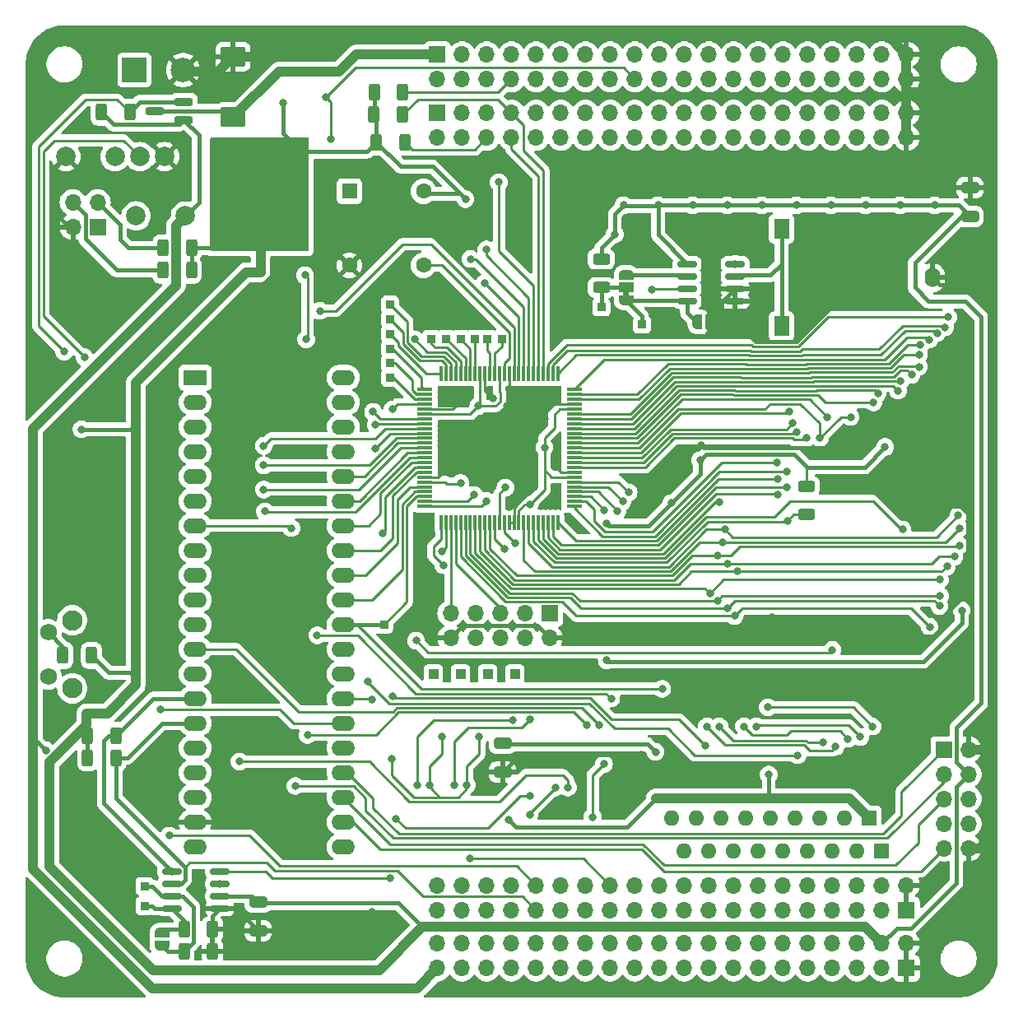
<source format=gbr>
%TF.GenerationSoftware,KiCad,Pcbnew,8.0.7-8.0.7-0~ubuntu22.04.1*%
%TF.CreationDate,2025-01-29T22:40:37+01:00*%
%TF.ProjectId,RAMROM_Board,52414d52-4f4d-45f4-926f-6172642e6b69,rev?*%
%TF.SameCoordinates,Original*%
%TF.FileFunction,Copper,L2,Bot*%
%TF.FilePolarity,Positive*%
%FSLAX46Y46*%
G04 Gerber Fmt 4.6, Leading zero omitted, Abs format (unit mm)*
G04 Created by KiCad (PCBNEW 8.0.7-8.0.7-0~ubuntu22.04.1) date 2025-01-29 22:40:37*
%MOMM*%
%LPD*%
G01*
G04 APERTURE LIST*
G04 Aperture macros list*
%AMRoundRect*
0 Rectangle with rounded corners*
0 $1 Rounding radius*
0 $2 $3 $4 $5 $6 $7 $8 $9 X,Y pos of 4 corners*
0 Add a 4 corners polygon primitive as box body*
4,1,4,$2,$3,$4,$5,$6,$7,$8,$9,$2,$3,0*
0 Add four circle primitives for the rounded corners*
1,1,$1+$1,$2,$3*
1,1,$1+$1,$4,$5*
1,1,$1+$1,$6,$7*
1,1,$1+$1,$8,$9*
0 Add four rect primitives between the rounded corners*
20,1,$1+$1,$2,$3,$4,$5,0*
20,1,$1+$1,$4,$5,$6,$7,0*
20,1,$1+$1,$6,$7,$8,$9,0*
20,1,$1+$1,$8,$9,$2,$3,0*%
%AMFreePoly0*
4,1,19,0.500000,-0.750000,0.000000,-0.750000,0.000000,-0.744911,-0.071157,-0.744911,-0.207708,-0.704816,-0.327430,-0.627875,-0.420627,-0.520320,-0.479746,-0.390866,-0.500000,-0.250000,-0.500000,0.250000,-0.479746,0.390866,-0.420627,0.520320,-0.327430,0.627875,-0.207708,0.704816,-0.071157,0.744911,0.000000,0.744911,0.000000,0.750000,0.500000,0.750000,0.500000,-0.750000,0.500000,-0.750000,
$1*%
%AMFreePoly1*
4,1,19,0.000000,0.744911,0.071157,0.744911,0.207708,0.704816,0.327430,0.627875,0.420627,0.520320,0.479746,0.390866,0.500000,0.250000,0.500000,-0.250000,0.479746,-0.390866,0.420627,-0.520320,0.327430,-0.627875,0.207708,-0.704816,0.071157,-0.744911,0.000000,-0.744911,0.000000,-0.750000,-0.500000,-0.750000,-0.500000,0.750000,0.000000,0.750000,0.000000,0.744911,0.000000,0.744911,
$1*%
%AMFreePoly2*
4,1,19,0.550000,-0.750000,0.000000,-0.750000,0.000000,-0.744911,-0.071157,-0.744911,-0.207708,-0.704816,-0.327430,-0.627875,-0.420627,-0.520320,-0.479746,-0.390866,-0.500000,-0.250000,-0.500000,0.250000,-0.479746,0.390866,-0.420627,0.520320,-0.327430,0.627875,-0.207708,0.704816,-0.071157,0.744911,0.000000,0.744911,0.000000,0.750000,0.550000,0.750000,0.550000,-0.750000,0.550000,-0.750000,
$1*%
%AMFreePoly3*
4,1,19,0.000000,0.744911,0.071157,0.744911,0.207708,0.704816,0.327430,0.627875,0.420627,0.520320,0.479746,0.390866,0.500000,0.250000,0.500000,-0.250000,0.479746,-0.390866,0.420627,-0.520320,0.327430,-0.627875,0.207708,-0.704816,0.071157,-0.744911,0.000000,-0.744911,0.000000,-0.750000,-0.550000,-0.750000,-0.550000,0.750000,0.000000,0.750000,0.000000,0.744911,0.000000,0.744911,
$1*%
G04 Aperture macros list end*
%TA.AperFunction,EtchedComponent*%
%ADD10C,0.000000*%
%TD*%
%TA.AperFunction,ComponentPad*%
%ADD11R,1.000000X1.000000*%
%TD*%
%TA.AperFunction,ComponentPad*%
%ADD12R,1.600000X1.600000*%
%TD*%
%TA.AperFunction,ComponentPad*%
%ADD13C,1.600000*%
%TD*%
%TA.AperFunction,ComponentPad*%
%ADD14R,0.850000X0.850000*%
%TD*%
%TA.AperFunction,ComponentPad*%
%ADD15R,1.700000X1.700000*%
%TD*%
%TA.AperFunction,ComponentPad*%
%ADD16O,1.700000X1.700000*%
%TD*%
%TA.AperFunction,SMDPad,CuDef*%
%ADD17RoundRect,0.150000X0.825000X0.150000X-0.825000X0.150000X-0.825000X-0.150000X0.825000X-0.150000X0*%
%TD*%
%TA.AperFunction,ComponentPad*%
%ADD18R,2.400000X1.600000*%
%TD*%
%TA.AperFunction,ComponentPad*%
%ADD19O,2.400000X1.600000*%
%TD*%
%TA.AperFunction,ComponentPad*%
%ADD20R,2.500000X2.500000*%
%TD*%
%TA.AperFunction,ComponentPad*%
%ADD21C,2.500000*%
%TD*%
%TA.AperFunction,ComponentPad*%
%ADD22O,1.600000X1.600000*%
%TD*%
%TA.AperFunction,ComponentPad*%
%ADD23C,2.100000*%
%TD*%
%TA.AperFunction,ComponentPad*%
%ADD24C,1.750000*%
%TD*%
%TA.AperFunction,ComponentPad*%
%ADD25R,1.600000X2.000000*%
%TD*%
%TA.AperFunction,ComponentPad*%
%ADD26O,1.600000X2.000000*%
%TD*%
%TA.AperFunction,ComponentPad*%
%ADD27C,2.000000*%
%TD*%
%TA.AperFunction,SMDPad,CuDef*%
%ADD28RoundRect,0.250000X-0.625000X0.312500X-0.625000X-0.312500X0.625000X-0.312500X0.625000X0.312500X0*%
%TD*%
%TA.AperFunction,SMDPad,CuDef*%
%ADD29FreePoly0,270.000000*%
%TD*%
%TA.AperFunction,SMDPad,CuDef*%
%ADD30FreePoly1,270.000000*%
%TD*%
%TA.AperFunction,SMDPad,CuDef*%
%ADD31RoundRect,0.250000X-0.312500X-0.625000X0.312500X-0.625000X0.312500X0.625000X-0.312500X0.625000X0*%
%TD*%
%TA.AperFunction,SMDPad,CuDef*%
%ADD32RoundRect,0.250000X0.650000X-0.325000X0.650000X0.325000X-0.650000X0.325000X-0.650000X-0.325000X0*%
%TD*%
%TA.AperFunction,SMDPad,CuDef*%
%ADD33FreePoly0,180.000000*%
%TD*%
%TA.AperFunction,SMDPad,CuDef*%
%ADD34FreePoly1,180.000000*%
%TD*%
%TA.AperFunction,SMDPad,CuDef*%
%ADD35RoundRect,0.075000X0.075000X-0.725000X0.075000X0.725000X-0.075000X0.725000X-0.075000X-0.725000X0*%
%TD*%
%TA.AperFunction,SMDPad,CuDef*%
%ADD36RoundRect,0.075000X0.725000X-0.075000X0.725000X0.075000X-0.725000X0.075000X-0.725000X-0.075000X0*%
%TD*%
%TA.AperFunction,SMDPad,CuDef*%
%ADD37RoundRect,0.250000X-0.650000X0.325000X-0.650000X-0.325000X0.650000X-0.325000X0.650000X0.325000X0*%
%TD*%
%TA.AperFunction,SMDPad,CuDef*%
%ADD38RoundRect,0.250000X0.312500X0.625000X-0.312500X0.625000X-0.312500X-0.625000X0.312500X-0.625000X0*%
%TD*%
%TA.AperFunction,SMDPad,CuDef*%
%ADD39RoundRect,0.250000X1.025000X-0.787500X1.025000X0.787500X-1.025000X0.787500X-1.025000X-0.787500X0*%
%TD*%
%TA.AperFunction,SMDPad,CuDef*%
%ADD40RoundRect,0.200000X0.750000X0.200000X-0.750000X0.200000X-0.750000X-0.200000X0.750000X-0.200000X0*%
%TD*%
%TA.AperFunction,SMDPad,CuDef*%
%ADD41FreePoly2,90.000000*%
%TD*%
%TA.AperFunction,SMDPad,CuDef*%
%ADD42R,1.500000X1.000000*%
%TD*%
%TA.AperFunction,SMDPad,CuDef*%
%ADD43FreePoly3,90.000000*%
%TD*%
%TA.AperFunction,ViaPad*%
%ADD44C,0.800000*%
%TD*%
%TA.AperFunction,Conductor*%
%ADD45C,0.250000*%
%TD*%
%TA.AperFunction,Conductor*%
%ADD46C,0.400000*%
%TD*%
%TA.AperFunction,Conductor*%
%ADD47C,1.000000*%
%TD*%
G04 APERTURE END LIST*
D10*
%TA.AperFunction,EtchedComponent*%
%TO.C,JP2*%
G36*
X112060000Y-77862000D02*
G01*
X111460000Y-77862000D01*
X111460000Y-77362000D01*
X112060000Y-77362000D01*
X112060000Y-77862000D01*
G37*
%TD.AperFunction*%
%TD*%
D11*
%TO.P,J15,1,Pin_1*%
%TO.N,Net-(J15-Pin_1)*%
X91948000Y-116713000D03*
%TD*%
%TO.P,J13,1,Pin_1*%
%TO.N,Net-(J13-Pin_1)*%
X94742000Y-116713000D03*
%TD*%
%TO.P,J12,1,Pin_1*%
%TO.N,Net-(J12-Pin_1)*%
X97536000Y-116713000D03*
%TD*%
%TO.P,J4,1,Pin_1*%
%TO.N,Net-(J4-Pin_1)*%
X100330000Y-116713000D03*
%TD*%
D12*
%TO.P,X1,1,EN*%
%TO.N,unconnected-(X1-EN-Pad1)*%
X83312000Y-67056000D03*
D13*
%TO.P,X1,4,GND*%
%TO.N,GND*%
X83312000Y-74676000D03*
%TO.P,X1,5,OUT*%
%TO.N,/CLKCPLD*%
X90932000Y-74676000D03*
%TO.P,X1,8,Vcc*%
%TO.N,+3V3*%
X90932000Y-67056000D03*
%TD*%
D14*
%TO.P,TP58,1,1*%
%TO.N,Net-(U13-IO2_58)*%
X96250000Y-82250000D03*
%TD*%
D15*
%TO.P,J8,1,Pin_1*%
%TO.N,/~{RST}*%
X57404000Y-70739000D03*
D16*
%TO.P,J8,2,Pin_2*%
%TO.N,GND*%
X54864000Y-70739000D03*
%TO.P,J8,3,Pin_3*%
%TO.N,Net-(J8-Pin_3)*%
X57404000Y-68199000D03*
%TO.P,J8,4,Pin_4*%
%TO.N,Net-(J8-Pin_4)*%
X54864000Y-68199000D03*
%TD*%
D17*
%TO.P,U20,1,VCCo*%
%TO.N,VCCQ*%
X122998000Y-74549000D03*
%TO.P,U20,2,Vbat*%
%TO.N,Net-(BT1-+)*%
X122998000Y-75819000D03*
%TO.P,U20,3,TOL*%
%TO.N,GND*%
X122998000Y-77089000D03*
%TO.P,U20,4,GND*%
X122998000Y-78359000D03*
%TO.P,U20,5,~{CEi}*%
%TO.N,Net-(JP2-A)*%
X118048000Y-78359000D03*
%TO.P,U20,6,~{CEo}*%
%TO.N,/~{RAMCE}*%
X118048000Y-77089000D03*
%TO.P,U20,7,~{BW}*%
%TO.N,Net-(JP2-B)*%
X118048000Y-75819000D03*
%TO.P,U20,8,VCCi*%
%TO.N,+3V3*%
X118048000Y-74549000D03*
%TD*%
D14*
%TO.P,TP9,1,1*%
%TO.N,Net-(JP1-B)*%
X62230000Y-138557000D03*
%TD*%
D15*
%TO.P,J1,1,Pin_1*%
%TO.N,+5V*%
X92367000Y-53000000D03*
D16*
%TO.P,J1,2,Pin_2*%
X92367000Y-55540000D03*
%TO.P,J1,3,Pin_3*%
%TO.N,/PHI1_e*%
X94907000Y-53000000D03*
%TO.P,J1,4,Pin_4*%
%TO.N,/PHI2_e*%
X94907000Y-55540000D03*
%TO.P,J1,5,Pin_5*%
%TO.N,/~{IORD}*%
X97447000Y-53000000D03*
%TO.P,J1,6,Pin_6*%
%TO.N,/R{slash}~{W}_e*%
X97447000Y-55540000D03*
%TO.P,J1,7,Pin_7*%
%TO.N,/~{MRD}*%
X99987000Y-53000000D03*
%TO.P,J1,8,Pin_8*%
%TO.N,/~{MWR}*%
X99987000Y-55540000D03*
%TO.P,J1,9,Pin_9*%
%TO.N,/~{IOWR}*%
X102527000Y-53000000D03*
%TO.P,J1,10,Pin_10*%
%TO.N,/D0*%
X102527000Y-55540000D03*
%TO.P,J1,11,Pin_11*%
%TO.N,/D1*%
X105067000Y-53000000D03*
%TO.P,J1,12,Pin_12*%
%TO.N,/D2*%
X105067000Y-55540000D03*
%TO.P,J1,13,Pin_13*%
%TO.N,/D3*%
X107607000Y-53000000D03*
%TO.P,J1,14,Pin_14*%
%TO.N,/D4*%
X107607000Y-55540000D03*
%TO.P,J1,15,Pin_15*%
%TO.N,/D5*%
X110147000Y-53000000D03*
%TO.P,J1,16,Pin_16*%
%TO.N,/D6*%
X110147000Y-55540000D03*
%TO.P,J1,17,Pin_17*%
%TO.N,/D7*%
X112687000Y-53000000D03*
%TO.P,J1,18,Pin_18*%
%TO.N,/~{RST}*%
X112687000Y-55540000D03*
%TO.P,J1,19,Pin_19*%
%TO.N,/A0*%
X115227000Y-53000000D03*
%TO.P,J1,20,Pin_20*%
%TO.N,/A1*%
X115227000Y-55540000D03*
%TO.P,J1,21,Pin_21*%
%TO.N,/A2*%
X117767000Y-53000000D03*
%TO.P,J1,22,Pin_22*%
%TO.N,/A3*%
X117767000Y-55540000D03*
%TO.P,J1,23,Pin_23*%
%TO.N,/A4*%
X120307000Y-53000000D03*
%TO.P,J1,24,Pin_24*%
%TO.N,/A5*%
X120307000Y-55540000D03*
%TO.P,J1,25,Pin_25*%
%TO.N,/A6*%
X122847000Y-53000000D03*
%TO.P,J1,26,Pin_26*%
%TO.N,/A7*%
X122847000Y-55540000D03*
%TO.P,J1,27,Pin_27*%
%TO.N,/A8*%
X125387000Y-53000000D03*
%TO.P,J1,28,Pin_28*%
%TO.N,/A9*%
X125387000Y-55540000D03*
%TO.P,J1,29,Pin_29*%
%TO.N,/A10*%
X127927000Y-53000000D03*
%TO.P,J1,30,Pin_30*%
%TO.N,/A11*%
X127927000Y-55540000D03*
%TO.P,J1,31,Pin_31*%
%TO.N,/A12*%
X130467000Y-53000000D03*
%TO.P,J1,32,Pin_32*%
%TO.N,/A13*%
X130467000Y-55540000D03*
%TO.P,J1,33,Pin_33*%
%TO.N,/A14*%
X133007000Y-53000000D03*
%TO.P,J1,34,Pin_34*%
%TO.N,/A15*%
X133007000Y-55540000D03*
%TO.P,J1,35,Pin_35*%
%TO.N,/A16*%
X135547000Y-53000000D03*
%TO.P,J1,36,Pin_36*%
%TO.N,/A17*%
X135547000Y-55540000D03*
%TO.P,J1,37,Pin_37*%
%TO.N,/A18*%
X138087000Y-53000000D03*
%TO.P,J1,38,Pin_38*%
%TO.N,/A19*%
X138087000Y-55540000D03*
%TO.P,J1,39,Pin_39*%
%TO.N,GND*%
X140627000Y-53000000D03*
%TO.P,J1,40,Pin_40*%
X140627000Y-55540000D03*
%TD*%
D14*
%TO.P,TP57,1,1*%
%TO.N,Net-(U13-IO2_57)*%
X94750000Y-82250000D03*
%TD*%
D18*
%TO.P,J7,1,Pin_1*%
%TO.N,/~{CS_SD}*%
X67437000Y-86233000D03*
D19*
%TO.P,J7,2,Pin_2*%
%TO.N,/SCK_SD*%
X67437000Y-88773000D03*
%TO.P,J7,3,Pin_3*%
%TO.N,/MISO_SD*%
X67437000Y-91313000D03*
%TO.P,J7,4,Pin_4*%
%TO.N,/MOSI_SD*%
X67437000Y-93853000D03*
%TO.P,J7,5,Pin_5*%
%TO.N,/DET_SD*%
X67437000Y-96393000D03*
%TO.P,J7,6,Pin_6*%
%TO.N,/ON{slash}OFF*%
X67437000Y-98933000D03*
%TO.P,J7,7,Pin_7*%
%TO.N,/TDO*%
X67437000Y-101473000D03*
%TO.P,J7,8,Pin_8*%
%TO.N,/uA11*%
X67437000Y-104013000D03*
%TO.P,J7,9,Pin_9*%
%TO.N,/uA12*%
X67437000Y-106553000D03*
%TO.P,J7,10,Pin_10*%
%TO.N,/CPC*%
X67437000Y-109093000D03*
%TO.P,J7,11,Pin_11*%
%TO.N,/~{MRC}*%
X67437000Y-111633000D03*
%TO.P,J7,12,Pin_12*%
%TO.N,/CLK1#*%
X67437000Y-114173000D03*
%TO.P,J7,13,Pin_13*%
%TO.N,/SRES1*%
X67437000Y-116713000D03*
%TO.P,J7,14,Pin_14*%
%TO.N,/SCL*%
X67437000Y-119253000D03*
%TO.P,J7,15,Pin_15*%
%TO.N,/SDA*%
X67437000Y-121793000D03*
%TO.P,J7,16,Pin_16*%
%TO.N,/~{MOS_ON}*%
X67437000Y-124333000D03*
%TO.P,J7,17,Pin_17*%
%TO.N,/SRES2*%
X67437000Y-126873000D03*
%TO.P,J7,18,Pin_18*%
%TO.N,+5VA*%
X67437000Y-129413000D03*
%TO.P,J7,19,Pin_19*%
%TO.N,GND*%
X67437000Y-131953000D03*
%TO.P,J7,20,Pin_20*%
%TO.N,unconnected-(J7-Pin_20-Pad20)*%
X67437000Y-134493000D03*
%TO.P,J7,21,Pin_21*%
%TO.N,/VB*%
X82677000Y-134493000D03*
%TO.P,J7,22,Pin_22*%
%TO.N,/TDI*%
X82677000Y-131953000D03*
%TO.P,J7,23,Pin_23*%
%TO.N,/TMS*%
X82677000Y-129413000D03*
%TO.P,J7,24,Pin_24*%
%TO.N,/TCK*%
X82677000Y-126873000D03*
%TO.P,J7,25,Pin_25*%
%TO.N,/~{STMRST}*%
X82677000Y-124333000D03*
%TO.P,J7,26,Pin_26*%
%TO.N,/~{EXTRST}*%
X82677000Y-121793000D03*
%TO.P,J7,27,Pin_27*%
%TO.N,/~{DATRDY}*%
X82677000Y-119253000D03*
%TO.P,J7,28,Pin_28*%
%TO.N,/RXSTM*%
X82677000Y-116713000D03*
%TO.P,J7,29,Pin_29*%
%TO.N,/TXSTM*%
X82677000Y-114173000D03*
%TO.P,J7,30,Pin_30*%
%TO.N,/~{BUSCLR}*%
X82677000Y-111633000D03*
%TO.P,J7,31,Pin_31*%
%TO.N,/uSCK*%
X82677000Y-109093000D03*
%TO.P,J7,32,Pin_32*%
%TO.N,/uMISO*%
X82677000Y-106553000D03*
%TO.P,J7,33,Pin_33*%
%TO.N,/uMOSI*%
X82677000Y-104013000D03*
%TO.P,J7,34,Pin_34*%
%TO.N,/~{RWREQ}*%
X82677000Y-101473000D03*
%TO.P,J7,35,Pin_35*%
%TO.N,/SRES0*%
X82677000Y-98933000D03*
%TO.P,J7,36,Pin_36*%
%TO.N,/~{CPLDCS}*%
X82677000Y-96393000D03*
%TO.P,J7,37,Pin_37*%
%TO.N,/~{TRST}*%
X82677000Y-93853000D03*
%TO.P,J7,38,Pin_38*%
%TO.N,unconnected-(J7-Pin_38-Pad38)*%
X82677000Y-91313000D03*
%TO.P,J7,39,Pin_39*%
%TO.N,unconnected-(J7-Pin_39-Pad39)*%
X82677000Y-88773000D03*
%TO.P,J7,40,Pin_40*%
%TO.N,unconnected-(J7-Pin_40-Pad40)*%
X82677000Y-86233000D03*
%TD*%
D15*
%TO.P,TP2,1,Pin_1*%
%TO.N,GND*%
X140627000Y-141000000D03*
D16*
%TO.P,TP2,2,Pin_2*%
X140627000Y-138460000D03*
%TO.P,TP2,3,Pin_3*%
%TO.N,+3V3*%
X138087000Y-141000000D03*
%TO.P,TP2,4,Pin_4*%
X138087000Y-138460000D03*
%TO.P,TP2,5,Pin_5*%
%TO.N,/~{CE_EXT1}*%
X135547000Y-141000000D03*
%TO.P,TP2,6,Pin_6*%
%TO.N,/~{CE_EXT0}*%
X135547000Y-138460000D03*
%TO.P,TP2,7,Pin_7*%
%TO.N,/~{CE_EXT3}*%
X133007000Y-141000000D03*
%TO.P,TP2,8,Pin_8*%
%TO.N,/~{CE_EXT2}*%
X133007000Y-138460000D03*
%TO.P,TP2,9,Pin_9*%
%TO.N,/~{CE_EXT5}*%
X130467000Y-141000000D03*
%TO.P,TP2,10,Pin_10*%
%TO.N,/~{CE_EXT4}*%
X130467000Y-138460000D03*
%TO.P,TP2,11,Pin_11*%
%TO.N,/~{CE_EXT7}*%
X127927000Y-141000000D03*
%TO.P,TP2,12,Pin_12*%
%TO.N,/~{CE_EXT6}*%
X127927000Y-138460000D03*
%TO.P,TP2,13,Pin_13*%
%TO.N,/~{CE_EXT9}*%
X125387000Y-141000000D03*
%TO.P,TP2,14,Pin_14*%
%TO.N,/~{CE_EXT8}*%
X125387000Y-138460000D03*
%TO.P,TP2,15,Pin_15*%
%TO.N,/~{CE_EXT11}*%
X122847000Y-141000000D03*
%TO.P,TP2,16,Pin_16*%
%TO.N,/~{CE_EXT10}*%
X122847000Y-138460000D03*
%TO.P,TP2,17,Pin_17*%
%TO.N,/~{CE_EXT13}*%
X120307000Y-141000000D03*
%TO.P,TP2,18,Pin_18*%
%TO.N,/~{CE_EXT12}*%
X120307000Y-138460000D03*
%TO.P,TP2,19,Pin_19*%
%TO.N,/RES4*%
X117767000Y-141000000D03*
%TO.P,TP2,20,Pin_20*%
%TO.N,/RES5*%
X117767000Y-138460000D03*
%TO.P,TP2,21,Pin_21*%
%TO.N,/RES2*%
X115227000Y-141000000D03*
%TO.P,TP2,22,Pin_22*%
%TO.N,/RES3*%
X115227000Y-138460000D03*
%TO.P,TP2,23,Pin_23*%
%TO.N,/~{BUSCLR}*%
X112687000Y-141000000D03*
%TO.P,TP2,24,Pin_24*%
%TO.N,/RES1*%
X112687000Y-138460000D03*
%TO.P,TP2,25,Pin_25*%
%TO.N,/CLK1*%
X110147000Y-141000000D03*
%TO.P,TP2,26,Pin_26*%
%TO.N,/~{CPUFREE}*%
X110147000Y-138460000D03*
%TO.P,TP2,27,Pin_27*%
%TO.N,/CLKF*%
X107607000Y-141000000D03*
%TO.P,TP2,28,Pin_28*%
%TO.N,/CLKS*%
X107607000Y-138460000D03*
%TO.P,TP2,29,Pin_29*%
%TO.N,/~{PH0}*%
X105067000Y-141000000D03*
%TO.P,TP2,30,Pin_30*%
%TO.N,/PH0*%
X105067000Y-138460000D03*
%TO.P,TP2,31,Pin_31*%
%TO.N,/SDA*%
X102527000Y-141000000D03*
%TO.P,TP2,32,Pin_32*%
%TO.N,/SCL*%
X102527000Y-138460000D03*
%TO.P,TP2,33,Pin_33*%
%TO.N,/TX1*%
X99987000Y-141000000D03*
%TO.P,TP2,34,Pin_34*%
%TO.N,/RX1*%
X99987000Y-138460000D03*
%TO.P,TP2,35,Pin_35*%
%TO.N,/TX0*%
X97447000Y-141000000D03*
%TO.P,TP2,36,Pin_36*%
%TO.N,/RX0*%
X97447000Y-138460000D03*
%TO.P,TP2,37,Pin_37*%
%TO.N,/TXSTM*%
X94907000Y-141000000D03*
%TO.P,TP2,38,Pin_38*%
%TO.N,/RXSTM*%
X94907000Y-138460000D03*
%TO.P,TP2,39,Pin_39*%
%TO.N,+5VA*%
X92367000Y-141000000D03*
%TO.P,TP2,40,Pin_40*%
X92367000Y-138460000D03*
%TD*%
D20*
%TO.P,J5,1,Pin_1*%
%TO.N,Net-(J5-Pin_1)*%
X61200000Y-54600000D03*
D21*
%TO.P,J5,2,Pin_2*%
%TO.N,GND*%
X66200000Y-54600000D03*
%TD*%
D14*
%TO.P,TP10,1,1*%
%TO.N,/~{BW}*%
X109220000Y-78994000D03*
%TD*%
%TO.P,TP49,1,1*%
%TO.N,Net-(U13-IO1_49)*%
X87500000Y-84750000D03*
%TD*%
D12*
%TO.P,RN4,1,common*%
%TO.N,+3V3*%
X138049000Y-134955995D03*
D22*
%TO.P,RN4,2,R1*%
%TO.N,/~{CE_EXT0}*%
X135509000Y-134955995D03*
%TO.P,RN4,3,R2*%
%TO.N,/~{CE_EXT2}*%
X132969000Y-134955995D03*
%TO.P,RN4,4,R3*%
%TO.N,/~{CE_EXT4}*%
X130429000Y-134955995D03*
%TO.P,RN4,5,R4*%
%TO.N,/~{CE_EXT6}*%
X127889000Y-134955995D03*
%TO.P,RN4,6,R5*%
%TO.N,/~{CE_EXT8}*%
X125349000Y-134955995D03*
%TO.P,RN4,7,R6*%
%TO.N,/~{CE_EXT10}*%
X122809000Y-134955995D03*
%TO.P,RN4,8,R7*%
%TO.N,/~{CE_EXT12}*%
X120269000Y-134955995D03*
%TO.P,RN4,9,R8*%
%TO.N,/~{CE_EXT14}*%
X117729000Y-134955995D03*
%TD*%
D15*
%TO.P,J3,1,Pin_1*%
%TO.N,Net-(J3-Pin_1)*%
X103886000Y-110490000D03*
D16*
%TO.P,J3,2,Pin_2*%
%TO.N,GND*%
X103886000Y-113030000D03*
%TO.P,J3,3,Pin_3*%
%TO.N,Net-(J3-Pin_3)*%
X101346000Y-110490000D03*
%TO.P,J3,4,Pin_4*%
%TO.N,unconnected-(J3-Pin_4-Pad4)*%
X101346000Y-113030000D03*
%TO.P,J3,5,Pin_5*%
%TO.N,Net-(J3-Pin_5)*%
X98806000Y-110490000D03*
%TO.P,J3,6,Pin_6*%
%TO.N,unconnected-(J3-Pin_6-Pad6)*%
X98806000Y-113030000D03*
%TO.P,J3,7,Pin_7*%
%TO.N,unconnected-(J3-Pin_7-Pad7)*%
X96266000Y-110490000D03*
%TO.P,J3,8,Pin_8*%
%TO.N,unconnected-(J3-Pin_8-Pad8)*%
X96266000Y-113030000D03*
%TO.P,J3,9,Pin_9*%
%TO.N,Net-(J3-Pin_9)*%
X93726000Y-110490000D03*
%TO.P,J3,10,Pin_10*%
%TO.N,GND*%
X93726000Y-113030000D03*
%TD*%
D14*
%TO.P,TP8,1,1*%
%TO.N,Net-(JP1-A)*%
X62230000Y-140589000D03*
%TD*%
D12*
%TO.P,RN3,1,common*%
%TO.N,+3V3*%
X136779000Y-131572000D03*
D22*
%TO.P,RN3,2,R1*%
%TO.N,/~{CE_EXT1}*%
X134239000Y-131572000D03*
%TO.P,RN3,3,R2*%
%TO.N,/~{CE_EXT3}*%
X131699000Y-131572000D03*
%TO.P,RN3,4,R3*%
%TO.N,/~{CE_EXT5}*%
X129159000Y-131572000D03*
%TO.P,RN3,5,R4*%
%TO.N,/~{CE_EXT7}*%
X126619000Y-131572000D03*
%TO.P,RN3,6,R5*%
%TO.N,/~{CE_EXT9}*%
X124079000Y-131572000D03*
%TO.P,RN3,7,R6*%
%TO.N,/~{CE_EXT11}*%
X121539000Y-131572000D03*
%TO.P,RN3,8,R7*%
%TO.N,/~{CE_EXT13}*%
X118999000Y-131572000D03*
%TO.P,RN3,9,R8*%
%TO.N,/~{CE_EXT15}*%
X116459000Y-131572000D03*
%TD*%
D23*
%TO.P,SW2,*%
%TO.N,*%
X54811500Y-118206000D03*
X54811500Y-111196000D03*
D24*
%TO.P,SW2,1,1*%
%TO.N,GND*%
X52321500Y-116956000D03*
%TO.P,SW2,2,2*%
%TO.N,/~{EXTRST}*%
X52321500Y-112456000D03*
%TD*%
D15*
%TO.P,J2,1,Pin_1*%
%TO.N,GND*%
X140627000Y-147000000D03*
D16*
%TO.P,J2,2,Pin_2*%
X140627000Y-144460000D03*
%TO.P,J2,3,Pin_3*%
%TO.N,+3V3*%
X138087000Y-147000000D03*
%TO.P,J2,4,Pin_4*%
X138087000Y-144460000D03*
%TO.P,J2,5,Pin_5*%
%TO.N,/~{CE_EXT1}*%
X135547000Y-147000000D03*
%TO.P,J2,6,Pin_6*%
%TO.N,/~{CE_EXT0}*%
X135547000Y-144460000D03*
%TO.P,J2,7,Pin_7*%
%TO.N,/~{CE_EXT3}*%
X133007000Y-147000000D03*
%TO.P,J2,8,Pin_8*%
%TO.N,/~{CE_EXT2}*%
X133007000Y-144460000D03*
%TO.P,J2,9,Pin_9*%
%TO.N,/~{CE_EXT5}*%
X130467000Y-147000000D03*
%TO.P,J2,10,Pin_10*%
%TO.N,/~{CE_EXT4}*%
X130467000Y-144460000D03*
%TO.P,J2,11,Pin_11*%
%TO.N,/~{CE_EXT7}*%
X127927000Y-147000000D03*
%TO.P,J2,12,Pin_12*%
%TO.N,/~{CE_EXT6}*%
X127927000Y-144460000D03*
%TO.P,J2,13,Pin_13*%
%TO.N,/~{CE_EXT9}*%
X125387000Y-147000000D03*
%TO.P,J2,14,Pin_14*%
%TO.N,/~{CE_EXT8}*%
X125387000Y-144460000D03*
%TO.P,J2,15,Pin_15*%
%TO.N,/~{CE_EXT11}*%
X122847000Y-147000000D03*
%TO.P,J2,16,Pin_16*%
%TO.N,/~{CE_EXT10}*%
X122847000Y-144460000D03*
%TO.P,J2,17,Pin_17*%
%TO.N,/~{CE_EXT13}*%
X120307000Y-147000000D03*
%TO.P,J2,18,Pin_18*%
%TO.N,/~{CE_EXT12}*%
X120307000Y-144460000D03*
%TO.P,J2,19,Pin_19*%
%TO.N,/RES4*%
X117767000Y-147000000D03*
%TO.P,J2,20,Pin_20*%
%TO.N,/RES5*%
X117767000Y-144460000D03*
%TO.P,J2,21,Pin_21*%
%TO.N,/RES2*%
X115227000Y-147000000D03*
%TO.P,J2,22,Pin_22*%
%TO.N,/RES3*%
X115227000Y-144460000D03*
%TO.P,J2,23,Pin_23*%
%TO.N,/~{BUSCLR}*%
X112687000Y-147000000D03*
%TO.P,J2,24,Pin_24*%
%TO.N,/RES1*%
X112687000Y-144460000D03*
%TO.P,J2,25,Pin_25*%
%TO.N,/CLK1*%
X110147000Y-147000000D03*
%TO.P,J2,26,Pin_26*%
%TO.N,/~{CPUFREE}*%
X110147000Y-144460000D03*
%TO.P,J2,27,Pin_27*%
%TO.N,/CLKF*%
X107607000Y-147000000D03*
%TO.P,J2,28,Pin_28*%
%TO.N,/CLKS*%
X107607000Y-144460000D03*
%TO.P,J2,29,Pin_29*%
%TO.N,/~{PH0}*%
X105067000Y-147000000D03*
%TO.P,J2,30,Pin_30*%
%TO.N,/PH0*%
X105067000Y-144460000D03*
%TO.P,J2,31,Pin_31*%
%TO.N,/SDA*%
X102527000Y-147000000D03*
%TO.P,J2,32,Pin_32*%
%TO.N,/SCL*%
X102527000Y-144460000D03*
%TO.P,J2,33,Pin_33*%
%TO.N,/TX1*%
X99987000Y-147000000D03*
%TO.P,J2,34,Pin_34*%
%TO.N,/RX1*%
X99987000Y-144460000D03*
%TO.P,J2,35,Pin_35*%
%TO.N,/TX0*%
X97447000Y-147000000D03*
%TO.P,J2,36,Pin_36*%
%TO.N,/RX0*%
X97447000Y-144460000D03*
%TO.P,J2,37,Pin_37*%
%TO.N,/TXSTM*%
X94907000Y-147000000D03*
%TO.P,J2,38,Pin_38*%
%TO.N,/RXSTM*%
X94907000Y-144460000D03*
%TO.P,J2,39,Pin_39*%
%TO.N,+5VA*%
X92367000Y-147000000D03*
%TO.P,J2,40,Pin_40*%
X92367000Y-144460000D03*
%TD*%
D15*
%TO.P,J9,1,Pin_1*%
%TO.N,/TCK*%
X144460000Y-124500000D03*
D16*
%TO.P,J9,2,Pin_2*%
%TO.N,GND*%
X147000000Y-124500000D03*
%TO.P,J9,3,Pin_3*%
%TO.N,/TDO*%
X144460000Y-127040000D03*
%TO.P,J9,4,Pin_4*%
%TO.N,+3V3*%
X147000000Y-127040000D03*
%TO.P,J9,5,Pin_5*%
%TO.N,/TMS*%
X144460000Y-129580000D03*
%TO.P,J9,6,Pin_6*%
%TO.N,unconnected-(J9-Pin_6-Pad6)*%
X147000000Y-129580000D03*
%TO.P,J9,7,Pin_7*%
%TO.N,unconnected-(J9-Pin_7-Pad7)*%
X144460000Y-132120000D03*
%TO.P,J9,8,Pin_8*%
%TO.N,unconnected-(J9-Pin_8-Pad8)*%
X147000000Y-132120000D03*
%TO.P,J9,9,Pin_9*%
%TO.N,/TDI*%
X144460000Y-134660000D03*
%TO.P,J9,10,Pin_10*%
%TO.N,GND*%
X147000000Y-134660000D03*
%TD*%
D14*
%TO.P,TP51,1,1*%
%TO.N,Net-(U13-IO1_51)*%
X87500000Y-81750000D03*
%TD*%
%TO.P,TP61,1,1*%
%TO.N,Net-(U13-IO2_61)*%
X97500000Y-82250000D03*
%TD*%
%TO.P,TP52,1,1*%
%TO.N,Net-(U13-IO2_52)*%
X87500000Y-80250000D03*
%TD*%
%TO.P,TP55,1,1*%
%TO.N,Net-(U13-IO2_55)*%
X91750000Y-82250000D03*
%TD*%
%TO.P,TP11,1,1*%
%TO.N,Net-(JP2-A)*%
X113411000Y-80772000D03*
%TD*%
%TO.P,TP14,1,1*%
%TO.N,/~{BUSCLR}*%
X86868000Y-111633000D03*
%TD*%
D25*
%TO.P,BT1,1,+*%
%TO.N,Net-(BT1-+)*%
X127762000Y-70946000D03*
X127762000Y-80946000D03*
D26*
%TO.P,BT1,2,-*%
%TO.N,GND*%
X143262000Y-75946000D03*
%TD*%
D14*
%TO.P,TP48,1,1*%
%TO.N,Net-(U13-IO1_48)*%
X87500000Y-86250000D03*
%TD*%
D27*
%TO.P,SW1,1,1*%
%TO.N,unconnected-(SW1-Pad1)*%
X59220000Y-63500000D03*
%TO.P,SW1,2,2*%
%TO.N,/ON{slash}OFF*%
X61760000Y-63500000D03*
%TO.P,SW1,3,3*%
%TO.N,GND*%
X64300000Y-63500000D03*
%TO.P,SW1,4,4*%
X54140000Y-63500000D03*
%TD*%
D15*
%TO.P,TP1,1,Pin_1*%
%TO.N,+5V*%
X92367000Y-59000000D03*
D16*
%TO.P,TP1,2,Pin_2*%
X92367000Y-61540000D03*
%TO.P,TP1,3,Pin_3*%
%TO.N,/PHI1_e*%
X94907000Y-59000000D03*
%TO.P,TP1,4,Pin_4*%
%TO.N,/PHI2_e*%
X94907000Y-61540000D03*
%TO.P,TP1,5,Pin_5*%
%TO.N,/~{IORD}*%
X97447000Y-59000000D03*
%TO.P,TP1,6,Pin_6*%
%TO.N,/R{slash}~{W}_e*%
X97447000Y-61540000D03*
%TO.P,TP1,7,Pin_7*%
%TO.N,/~{MRD}*%
X99987000Y-59000000D03*
%TO.P,TP1,8,Pin_8*%
%TO.N,/~{MWR}*%
X99987000Y-61540000D03*
%TO.P,TP1,9,Pin_9*%
%TO.N,/~{IOWR}*%
X102527000Y-59000000D03*
%TO.P,TP1,10,Pin_10*%
%TO.N,/D0*%
X102527000Y-61540000D03*
%TO.P,TP1,11,Pin_11*%
%TO.N,/D1*%
X105067000Y-59000000D03*
%TO.P,TP1,12,Pin_12*%
%TO.N,/D2*%
X105067000Y-61540000D03*
%TO.P,TP1,13,Pin_13*%
%TO.N,/D3*%
X107607000Y-59000000D03*
%TO.P,TP1,14,Pin_14*%
%TO.N,/D4*%
X107607000Y-61540000D03*
%TO.P,TP1,15,Pin_15*%
%TO.N,/D5*%
X110147000Y-59000000D03*
%TO.P,TP1,16,Pin_16*%
%TO.N,/D6*%
X110147000Y-61540000D03*
%TO.P,TP1,17,Pin_17*%
%TO.N,/D7*%
X112687000Y-59000000D03*
%TO.P,TP1,18,Pin_18*%
%TO.N,/~{RST}*%
X112687000Y-61540000D03*
%TO.P,TP1,19,Pin_19*%
%TO.N,/A0*%
X115227000Y-59000000D03*
%TO.P,TP1,20,Pin_20*%
%TO.N,/A1*%
X115227000Y-61540000D03*
%TO.P,TP1,21,Pin_21*%
%TO.N,/A2*%
X117767000Y-59000000D03*
%TO.P,TP1,22,Pin_22*%
%TO.N,/A3*%
X117767000Y-61540000D03*
%TO.P,TP1,23,Pin_23*%
%TO.N,/A4*%
X120307000Y-59000000D03*
%TO.P,TP1,24,Pin_24*%
%TO.N,/A5*%
X120307000Y-61540000D03*
%TO.P,TP1,25,Pin_25*%
%TO.N,/A6*%
X122847000Y-59000000D03*
%TO.P,TP1,26,Pin_26*%
%TO.N,/A7*%
X122847000Y-61540000D03*
%TO.P,TP1,27,Pin_27*%
%TO.N,/A8*%
X125387000Y-59000000D03*
%TO.P,TP1,28,Pin_28*%
%TO.N,/A9*%
X125387000Y-61540000D03*
%TO.P,TP1,29,Pin_29*%
%TO.N,/A10*%
X127927000Y-59000000D03*
%TO.P,TP1,30,Pin_30*%
%TO.N,/A11*%
X127927000Y-61540000D03*
%TO.P,TP1,31,Pin_31*%
%TO.N,/A12*%
X130467000Y-59000000D03*
%TO.P,TP1,32,Pin_32*%
%TO.N,/A13*%
X130467000Y-61540000D03*
%TO.P,TP1,33,Pin_33*%
%TO.N,/A14*%
X133007000Y-59000000D03*
%TO.P,TP1,34,Pin_34*%
%TO.N,/A15*%
X133007000Y-61540000D03*
%TO.P,TP1,35,Pin_35*%
%TO.N,/A16*%
X135547000Y-59000000D03*
%TO.P,TP1,36,Pin_36*%
%TO.N,/A17*%
X135547000Y-61540000D03*
%TO.P,TP1,37,Pin_37*%
%TO.N,/A18*%
X138087000Y-59000000D03*
%TO.P,TP1,38,Pin_38*%
%TO.N,/A19*%
X138087000Y-61540000D03*
%TO.P,TP1,39,Pin_39*%
%TO.N,GND*%
X140627000Y-59000000D03*
%TO.P,TP1,40,Pin_40*%
X140627000Y-61540000D03*
%TD*%
D14*
%TO.P,TP50,1,1*%
%TO.N,Net-(U13-IO1_50)*%
X87500000Y-83250000D03*
%TD*%
%TO.P,TP62,1,1*%
%TO.N,Net-(U13-IO2_62{slash}GCLK2)*%
X99000000Y-82250000D03*
%TD*%
%TO.P,TP53,1,1*%
%TO.N,Net-(U13-IO2_53)*%
X87500000Y-78750000D03*
%TD*%
%TO.P,TP56,1,1*%
%TO.N,Net-(U13-IO2_56)*%
X93250000Y-82250000D03*
%TD*%
D27*
%TO.P,F1,1*%
%TO.N,Net-(J5-Pin_1)*%
X61372000Y-69596000D03*
%TO.P,F1,2*%
%TO.N,+5VA*%
X66452000Y-69606000D03*
%TD*%
D28*
%TO.P,R13,1*%
%TO.N,VCCQ*%
X130302000Y-97409000D03*
%TO.P,R13,2*%
%TO.N,/~{WE}*%
X130302000Y-100334000D03*
%TD*%
D29*
%TO.P,JP1,1,A*%
%TO.N,Net-(JP1-A)*%
X64008000Y-143353000D03*
D30*
%TO.P,JP1,2,B*%
%TO.N,Net-(JP1-B)*%
X64008000Y-144653000D03*
%TD*%
D31*
%TO.P,R11,1*%
%TO.N,+3V3*%
X86100000Y-62000000D03*
%TO.P,R11,2*%
%TO.N,/R{slash}~{W}_e*%
X89025000Y-62000000D03*
%TD*%
D17*
%TO.P,U4,1,OUT1*%
%TO.N,/CLKS#*%
X69974000Y-137033000D03*
%TO.P,U4,2,OUT0*%
%TO.N,/CLKF#*%
X69974000Y-138303000D03*
%TO.P,U4,3,Vcc*%
%TO.N,+3V3*%
X69974000Y-139573000D03*
%TO.P,U4,4,GND*%
%TO.N,GND*%
X69974000Y-140843000D03*
%TO.P,U4,5,CTRL0*%
%TO.N,Net-(JP1-A)*%
X65024000Y-140843000D03*
%TO.P,U4,6,CTRL1*%
%TO.N,Net-(JP1-B)*%
X65024000Y-139573000D03*
%TO.P,U4,7,SDA*%
%TO.N,/SDA*%
X65024000Y-138303000D03*
%TO.P,U4,8,SCL*%
%TO.N,/SCL*%
X65024000Y-137033000D03*
%TD*%
D32*
%TO.P,C3,1*%
%TO.N,+3V3*%
X147160000Y-69653995D03*
%TO.P,C3,2*%
%TO.N,GND*%
X147160000Y-66703995D03*
%TD*%
D31*
%TO.P,R3,1*%
%TO.N,+3V3*%
X56384000Y-123063000D03*
%TO.P,R3,2*%
%TO.N,/SCL*%
X59309000Y-123063000D03*
%TD*%
D33*
%TO.P,JP3,1,A*%
%TO.N,GND*%
X120411000Y-80518000D03*
D34*
%TO.P,JP3,2,B*%
%TO.N,Net-(JP2-A)*%
X119111000Y-80518000D03*
%TD*%
D35*
%TO.P,U13,1,IO2_1*%
%TO.N,/A2*%
X104750000Y-101147000D03*
%TO.P,U13,2,IO1_2*%
%TO.N,/A1*%
X104250000Y-101147000D03*
%TO.P,U13,3,IO1_3*%
%TO.N,/A0*%
X103750000Y-101147000D03*
%TO.P,U13,4,IO1_4*%
%TO.N,/~{UB}*%
X103250000Y-101147000D03*
%TO.P,U13,5,IO1_5*%
%TO.N,/~{LB}*%
X102750000Y-101147000D03*
%TO.P,U13,6,IO1_6*%
%TO.N,/~{WE}*%
X102250000Y-101147000D03*
%TO.P,U13,7,IO1_7*%
%TO.N,/A19*%
X101750000Y-101147000D03*
%TO.P,U13,8,IO1_8*%
%TO.N,/A18*%
X101250000Y-101147000D03*
%TO.P,U13,9,VCCIO1*%
%TO.N,+3V3*%
X100750000Y-101147000D03*
%TO.P,U13,10,GNDIO*%
%TO.N,GND*%
X100250000Y-101147000D03*
%TO.P,U13,11,GNDINT*%
X99750000Y-101147000D03*
%TO.P,U13,12,IO1_12/GCLK0*%
%TO.N,/CLKF#*%
X99250000Y-101147000D03*
%TO.P,U13,13,VCCINT*%
%TO.N,+3V3*%
X98750000Y-101147000D03*
%TO.P,U13,14,IO1_14/GCLK1*%
%TO.N,/CLKS#*%
X98250000Y-101147000D03*
%TO.P,U13,15,IO1_15*%
%TO.N,/A17*%
X97750000Y-101147000D03*
%TO.P,U13,16,IO1_16*%
%TO.N,/A16*%
X97250000Y-101147000D03*
%TO.P,U13,17,IO1_17*%
%TO.N,/A15*%
X96750000Y-101147000D03*
%TO.P,U13,18,IO1_18*%
%TO.N,/CD7*%
X96250000Y-101147000D03*
%TO.P,U13,19,IO1_19*%
%TO.N,/CD6*%
X95750000Y-101147000D03*
%TO.P,U13,20,IO1_20*%
%TO.N,/CD5*%
X95250000Y-101147000D03*
%TO.P,U13,21,IO1_21*%
%TO.N,/CD4*%
X94750000Y-101147000D03*
%TO.P,U13,22,TMS*%
%TO.N,Net-(J3-Pin_5)*%
X94250000Y-101147000D03*
%TO.P,U13,23,TDI*%
%TO.N,Net-(J3-Pin_9)*%
X93750000Y-101147000D03*
%TO.P,U13,24,TCK*%
%TO.N,Net-(J3-Pin_1)*%
X93250000Y-101147000D03*
%TO.P,U13,25,TDO*%
%TO.N,Net-(J3-Pin_3)*%
X92750000Y-101147000D03*
D36*
%TO.P,U13,26,IO1_26*%
%TO.N,/PH0#*%
X91075000Y-99472000D03*
%TO.P,U13,27,IO1_27*%
%TO.N,/~{PH0}#*%
X91075000Y-98972000D03*
%TO.P,U13,28,IO1_28*%
%TO.N,/~{BUSCLR}*%
X91075000Y-98472000D03*
%TO.P,U13,29,IO1_29*%
%TO.N,/uSCK*%
X91075000Y-97972000D03*
%TO.P,U13,30,IO1_30*%
%TO.N,/uMISO*%
X91075000Y-97472000D03*
%TO.P,U13,31,VCCIO1*%
%TO.N,+3V3*%
X91075000Y-96972000D03*
%TO.P,U13,32,GNDIO*%
%TO.N,GND*%
X91075000Y-96472000D03*
%TO.P,U13,33,IO1_33*%
%TO.N,/uMOSI*%
X91075000Y-95972000D03*
%TO.P,U13,34,IO1_34*%
%TO.N,/~{DATRDY}*%
X91075000Y-95472000D03*
%TO.P,U13,35,IO1_35*%
%TO.N,/~{RWREQ}*%
X91075000Y-94972000D03*
%TO.P,U13,36,IO1_36*%
%TO.N,/SRES2*%
X91075000Y-94472000D03*
%TO.P,U13,37,IO1_37*%
%TO.N,/SRES0*%
X91075000Y-93972000D03*
%TO.P,U13,38,IO1_38*%
%TO.N,/SRES1*%
X91075000Y-93472000D03*
%TO.P,U13,39,IO1_39*%
%TO.N,/~{CPLDCS}*%
X91075000Y-92972000D03*
%TO.P,U13,40,IO1_40*%
%TO.N,/~{MRC}*%
X91075000Y-92472000D03*
%TO.P,U13,41,IO1_41*%
%TO.N,/~{CPUFREE}*%
X91075000Y-91972000D03*
%TO.P,U13,42,IO1_42*%
%TO.N,/CPC*%
X91075000Y-91472000D03*
%TO.P,U13,43,IO1_43/DEV_OE*%
%TO.N,/~{CE_EXT_EN}*%
X91075000Y-90972000D03*
%TO.P,U13,44,IO1_44/DEV_CLRn*%
%TO.N,/CE_EXT_EN*%
X91075000Y-90472000D03*
%TO.P,U13,45,VCCIO1*%
%TO.N,+3V3*%
X91075000Y-89972000D03*
%TO.P,U13,46,GNDIO*%
%TO.N,GND*%
X91075000Y-89472000D03*
%TO.P,U13,47,IO1_47*%
%TO.N,/~{RAMOE}*%
X91075000Y-88972000D03*
%TO.P,U13,48,IO1_48*%
%TO.N,Net-(U13-IO1_48)*%
X91075000Y-88472000D03*
%TO.P,U13,49,IO1_49*%
%TO.N,Net-(U13-IO1_49)*%
X91075000Y-87972000D03*
%TO.P,U13,50,IO1_50*%
%TO.N,Net-(U13-IO1_50)*%
X91075000Y-87472000D03*
D35*
%TO.P,U13,51,IO1_51*%
%TO.N,Net-(U13-IO1_51)*%
X92750000Y-85797000D03*
%TO.P,U13,52,IO2_52*%
%TO.N,Net-(U13-IO2_52)*%
X93250000Y-85797000D03*
%TO.P,U13,53,IO2_53*%
%TO.N,Net-(U13-IO2_53)*%
X93750000Y-85797000D03*
%TO.P,U13,54,IO2_54*%
%TO.N,/~{PH0_en}*%
X94250000Y-85797000D03*
%TO.P,U13,55,IO2_55*%
%TO.N,Net-(U13-IO2_55)*%
X94750000Y-85797000D03*
%TO.P,U13,56,IO2_56*%
%TO.N,Net-(U13-IO2_56)*%
X95250000Y-85797000D03*
%TO.P,U13,57,IO2_57*%
%TO.N,Net-(U13-IO2_57)*%
X95750000Y-85797000D03*
%TO.P,U13,58,IO2_58*%
%TO.N,Net-(U13-IO2_58)*%
X96250000Y-85797000D03*
%TO.P,U13,59,VCCIO2*%
%TO.N,+3V3*%
X96750000Y-85797000D03*
%TO.P,U13,60,GNDIO*%
%TO.N,GND*%
X97250000Y-85797000D03*
%TO.P,U13,61,IO2_61*%
%TO.N,Net-(U13-IO2_61)*%
X97750000Y-85797000D03*
%TO.P,U13,62,IO2_62/GCLK2*%
%TO.N,Net-(U13-IO2_62{slash}GCLK2)*%
X98250000Y-85797000D03*
%TO.P,U13,63,VCCINT*%
%TO.N,+3V3*%
X98750000Y-85797000D03*
%TO.P,U13,64,IO2_64/GCLK3*%
%TO.N,/CLKCPLD*%
X99250000Y-85797000D03*
%TO.P,U13,65,GNDINT*%
%TO.N,GND*%
X99750000Y-85797000D03*
%TO.P,U13,66,IO2_66*%
%TO.N,Net-(JP4-C)*%
X100250000Y-85797000D03*
%TO.P,U13,67,IO2_67*%
%TO.N,/PHI1_e*%
X100750000Y-85797000D03*
%TO.P,U13,68,IO2_68*%
%TO.N,/PHI2_e*%
X101250000Y-85797000D03*
%TO.P,U13,69,IO2_69*%
%TO.N,/R{slash}~{W}_e*%
X101750000Y-85797000D03*
%TO.P,U13,70,IO2_70*%
%TO.N,/~{DATEN}*%
X102250000Y-85797000D03*
%TO.P,U13,71,IO2_71*%
%TO.N,/~{MWR}*%
X102750000Y-85797000D03*
%TO.P,U13,72,IO2_72*%
%TO.N,/~{MRD}*%
X103250000Y-85797000D03*
%TO.P,U13,73,IO2_73*%
%TO.N,/A14*%
X103750000Y-85797000D03*
%TO.P,U13,74,IO2_74*%
%TO.N,/A13*%
X104250000Y-85797000D03*
%TO.P,U13,75,IO2_75*%
%TO.N,/A12*%
X104750000Y-85797000D03*
D36*
%TO.P,U13,76,IO2_76*%
%TO.N,/A11*%
X106425000Y-87472000D03*
%TO.P,U13,77,IO2_77*%
%TO.N,/A10*%
X106425000Y-87972000D03*
%TO.P,U13,78,IO2_78*%
%TO.N,/A9*%
X106425000Y-88472000D03*
%TO.P,U13,79,GNDIO*%
%TO.N,GND*%
X106425000Y-88972000D03*
%TO.P,U13,80,VCCIO2*%
%TO.N,+3V3*%
X106425000Y-89472000D03*
%TO.P,U13,81,IO2_81*%
%TO.N,/A8*%
X106425000Y-89972000D03*
%TO.P,U13,82,IO2_82*%
%TO.N,/A7*%
X106425000Y-90472000D03*
%TO.P,U13,83,IO2_83*%
%TO.N,/A6*%
X106425000Y-90972000D03*
%TO.P,U13,84,IO2_84*%
%TO.N,/A5*%
X106425000Y-91472000D03*
%TO.P,U13,85,IO2_85*%
%TO.N,/CESEL0*%
X106425000Y-91972000D03*
%TO.P,U13,86,IO2_86*%
%TO.N,/CESEL1*%
X106425000Y-92472000D03*
%TO.P,U13,87,IO2_87*%
%TO.N,/CESEL2*%
X106425000Y-92972000D03*
%TO.P,U13,88,IO2_88*%
%TO.N,/CESEL3*%
X106425000Y-93472000D03*
%TO.P,U13,89,IO2_89*%
%TO.N,/~{CEOUTEN}*%
X106425000Y-93972000D03*
%TO.P,U13,90,IO2_90*%
%TO.N,/CESPARE*%
X106425000Y-94472000D03*
%TO.P,U13,91,IO2_91*%
%TO.N,/RAMPROT*%
X106425000Y-94972000D03*
%TO.P,U13,92,IO2_92*%
%TO.N,/~{RAMEN}*%
X106425000Y-95472000D03*
%TO.P,U13,93,GNDIO*%
%TO.N,GND*%
X106425000Y-95972000D03*
%TO.P,U13,94,VCCIO2*%
%TO.N,+3V3*%
X106425000Y-96472000D03*
%TO.P,U13,95,IO2_95*%
%TO.N,/CD3*%
X106425000Y-96972000D03*
%TO.P,U13,96,IO2_96*%
%TO.N,/CD2*%
X106425000Y-97472000D03*
%TO.P,U13,97,IO2_97*%
%TO.N,/CD1*%
X106425000Y-97972000D03*
%TO.P,U13,98,IO2_98*%
%TO.N,/CD0*%
X106425000Y-98472000D03*
%TO.P,U13,99,IO2_99*%
%TO.N,/A4*%
X106425000Y-98972000D03*
%TO.P,U13,100,IO2_100*%
%TO.N,/A3*%
X106425000Y-99472000D03*
%TD*%
D37*
%TO.P,C9,1*%
%TO.N,+3V3*%
X99060000Y-123874000D03*
%TO.P,C9,2*%
%TO.N,GND*%
X99060000Y-126824000D03*
%TD*%
D38*
%TO.P,R1,1*%
%TO.N,+3V3*%
X67056000Y-72898000D03*
%TO.P,R1,2*%
%TO.N,Net-(J8-Pin_3)*%
X64131000Y-72898000D03*
%TD*%
D31*
%TO.P,R7,1*%
%TO.N,+3V3*%
X85875000Y-56900000D03*
%TO.P,R7,2*%
%TO.N,/~{MWR}*%
X88800000Y-56900000D03*
%TD*%
D37*
%TO.P,C17,1*%
%TO.N,+3V3*%
X73914000Y-140179000D03*
%TO.P,C17,2*%
%TO.N,GND*%
X73914000Y-143129000D03*
%TD*%
D31*
%TO.P,R6,1*%
%TO.N,Net-(JP1-B)*%
X66294000Y-145288000D03*
%TO.P,R6,2*%
%TO.N,GND*%
X69219000Y-145288000D03*
%TD*%
D28*
%TO.P,R9,1*%
%TO.N,+3V3*%
X109220000Y-74041000D03*
%TO.P,R9,2*%
%TO.N,/~{BW}*%
X109220000Y-76966000D03*
%TD*%
D39*
%TO.P,C12,1*%
%TO.N,+5V*%
X71360000Y-59453995D03*
%TO.P,C12,2*%
%TO.N,GND*%
X71360000Y-53228995D03*
%TD*%
D38*
%TO.P,R10,1*%
%TO.N,+3V3*%
X56769000Y-114808000D03*
%TO.P,R10,2*%
%TO.N,/~{EXTRST}*%
X53844000Y-114808000D03*
%TD*%
D31*
%TO.P,R4,1*%
%TO.N,+3V3*%
X56384000Y-125349000D03*
%TO.P,R4,2*%
%TO.N,/SDA*%
X59309000Y-125349000D03*
%TD*%
%TO.P,R5,1*%
%TO.N,Net-(JP1-A)*%
X66294000Y-143002000D03*
%TO.P,R5,2*%
%TO.N,GND*%
X69219000Y-143002000D03*
%TD*%
D40*
%TO.P,Q2,1,G*%
%TO.N,/~{MOS_ON}*%
X66270000Y-57851000D03*
%TO.P,Q2,2,S*%
%TO.N,+5VA*%
X66270000Y-59751000D03*
%TO.P,Q2,3,D*%
%TO.N,+5V*%
X63270000Y-58801000D03*
%TD*%
D31*
%TO.P,R8,1*%
%TO.N,+3V3*%
X85837500Y-59200000D03*
%TO.P,R8,2*%
%TO.N,/~{MRD}*%
X88762500Y-59200000D03*
%TD*%
D38*
%TO.P,R2,1*%
%TO.N,+3V3*%
X67056000Y-75184000D03*
%TO.P,R2,2*%
%TO.N,Net-(J8-Pin_4)*%
X64131000Y-75184000D03*
%TD*%
D31*
%TO.P,R12,1*%
%TO.N,+5VA*%
X57781000Y-58928000D03*
%TO.P,R12,2*%
%TO.N,/~{MOS_ON}*%
X60706000Y-58928000D03*
%TD*%
D41*
%TO.P,JP2,1,A*%
%TO.N,Net-(JP2-A)*%
X111760000Y-78262000D03*
D42*
%TO.P,JP2,2,C*%
%TO.N,/~{BW}*%
X111760000Y-76962000D03*
D43*
%TO.P,JP2,3,B*%
%TO.N,Net-(JP2-B)*%
X111760000Y-75662000D03*
%TD*%
D44*
%TO.N,/~{PH0_en}*%
X90043000Y-82296000D03*
X87630000Y-125476000D03*
%TO.N,/CLKF#*%
X105791000Y-128400000D03*
%TO.N,/~{PH0_en}*%
X95377000Y-128143000D03*
X96647000Y-123193000D03*
X91567000Y-128143000D03*
X92837000Y-123193000D03*
%TO.N,/PH0#*%
X101854000Y-121412000D03*
X94107000Y-128143000D03*
%TO.N,/~{PH0}#*%
X100076000Y-121470000D03*
X90297000Y-128143000D03*
%TO.N,+3V3*%
X99695000Y-131699000D03*
%TO.N,/~{RAMCE}*%
X114427000Y-77216000D03*
%TO.N,VCCQ*%
X122997998Y-74549000D03*
%TO.N,GND*%
X132080000Y-74168000D03*
X139954000Y-72644000D03*
X133096000Y-78740000D03*
X146812000Y-72136000D03*
%TO.N,/~{RST}*%
X107750000Y-122000000D03*
X81407000Y-61722000D03*
X80900000Y-57400000D03*
X78740004Y-75692000D03*
X79000000Y-123000000D03*
X78867000Y-82295980D03*
%TO.N,GND*%
X76000000Y-114250000D03*
X63246000Y-126492000D03*
X79750000Y-115000000D03*
X143891000Y-61214000D03*
X76000000Y-108250000D03*
X78486000Y-50953995D03*
X93250000Y-88000000D03*
X148750000Y-57750000D03*
X85647000Y-141224000D03*
X141500000Y-119000000D03*
X79375000Y-52705000D03*
X103250000Y-88000000D03*
X53086000Y-97212000D03*
X140081000Y-99441000D03*
X58250000Y-148000000D03*
X77000000Y-98750000D03*
X51500000Y-141250000D03*
X74000000Y-87000000D03*
X117475000Y-120015010D03*
X54610000Y-130175000D03*
X104250000Y-98750000D03*
X59436000Y-103886000D03*
X53086000Y-107696000D03*
X146303998Y-107237000D03*
X149500000Y-107823000D03*
X72793000Y-78253995D03*
X87500000Y-67500000D03*
X82804000Y-50953995D03*
X77000000Y-94000000D03*
X146558000Y-63246000D03*
X74250000Y-130500000D03*
X100000000Y-92000000D03*
X71250000Y-110500000D03*
X119000000Y-71250000D03*
X119477459Y-93188459D03*
X142750000Y-51000000D03*
X63373000Y-108966000D03*
X51562000Y-59436000D03*
X106750000Y-101750000D03*
X63246000Y-115951000D03*
X104521000Y-95377000D03*
X59309000Y-135128000D03*
X77000000Y-96500000D03*
X79500000Y-86750000D03*
X79750000Y-118750000D03*
X113029996Y-113030004D03*
X79500000Y-93750000D03*
X70750000Y-81250000D03*
X140750000Y-114000000D03*
X99519000Y-89154000D03*
X69850000Y-50800000D03*
X73000000Y-113500000D03*
X98044000Y-88392000D03*
X95250000Y-70817000D03*
X63500000Y-101092000D03*
X126746000Y-110871000D03*
X136000000Y-114250000D03*
X113284000Y-125000000D03*
X54991000Y-135001000D03*
X95250000Y-88138000D03*
X148500000Y-141250000D03*
X57150000Y-50800000D03*
X102313000Y-97536000D03*
X67500000Y-77500000D03*
X78500000Y-132250000D03*
X65913000Y-51181000D03*
X63373000Y-66294000D03*
X103378000Y-90473000D03*
X82042000Y-52959000D03*
X97750000Y-95250000D03*
X71750000Y-117000000D03*
X59436000Y-66294000D03*
X73250000Y-123000000D03*
X53095000Y-85861000D03*
X139000000Y-122500000D03*
X113284000Y-120269000D03*
X76000000Y-103000000D03*
X128255004Y-118872000D03*
X87500000Y-76750000D03*
X53086000Y-102108000D03*
X117500000Y-113000000D03*
X77000000Y-91250000D03*
X94742000Y-94127000D03*
X131778346Y-118071000D03*
X138176000Y-90984000D03*
X79500000Y-91250000D03*
X142750000Y-149000000D03*
%TO.N,/A15*%
X123190000Y-106184000D03*
X144780000Y-105664000D03*
%TO.N,/A14*%
X144907000Y-80010000D03*
%TO.N,/A13*%
X144593571Y-81053515D03*
%TO.N,/A12*%
X143764000Y-81661000D03*
%TO.N,/A11*%
X142957366Y-82333195D03*
%TO.N,/A10*%
X142061521Y-82876144D03*
%TO.N,/A9*%
X141906684Y-83914668D03*
%TO.N,/A8*%
X141900370Y-85111258D03*
%TO.N,/A7*%
X141137008Y-85938992D03*
%TO.N,/A6*%
X139990424Y-86606712D03*
%TO.N,/A5*%
X139747172Y-87581581D03*
%TO.N,/A4*%
X127254000Y-94996000D03*
%TO.N,/A3*%
X128270000Y-95885000D03*
%TO.N,/A2*%
X127359507Y-96670450D03*
%TO.N,/A1*%
X128270000Y-97536000D03*
%TO.N,/A0*%
X127381000Y-98298000D03*
%TO.N,+3V3*%
X132842001Y-68501499D03*
X75723000Y-64343995D03*
X139953992Y-68501500D03*
X129286000Y-68501500D03*
X77628000Y-68153995D03*
X94742000Y-97077000D03*
X75723000Y-66883995D03*
X74168000Y-65613995D03*
X111505994Y-68501500D03*
X70008000Y-64343995D03*
X77628000Y-65613995D03*
X70008000Y-69423995D03*
X77628000Y-69423995D03*
X114808000Y-129540000D03*
X55753000Y-91567000D03*
X77628000Y-70693995D03*
X77628000Y-64343995D03*
X76500000Y-58000000D03*
X72548000Y-65613995D03*
X122173998Y-68501500D03*
X74168000Y-64343995D03*
X136397998Y-68501500D03*
X74168000Y-68407995D03*
X74168000Y-75403967D03*
X77628000Y-66883995D03*
X126445008Y-127075000D03*
X96569000Y-89154000D03*
X70008000Y-66883995D03*
X77628000Y-71963995D03*
X118618002Y-68501501D03*
X103378000Y-93423000D03*
X75723000Y-65613995D03*
X101854000Y-99314000D03*
X70008000Y-65613995D03*
X99363000Y-97536000D03*
X72548000Y-66883995D03*
X125730002Y-68501501D03*
X74168000Y-66883995D03*
X115061998Y-68501500D03*
X70008000Y-71963995D03*
X70008000Y-70693995D03*
X72548000Y-64343995D03*
X110617000Y-71501000D03*
X114808000Y-124750000D03*
X70008000Y-68153995D03*
X95250000Y-67867008D03*
X143509998Y-68501500D03*
%TO.N,/CLKF*%
X101854000Y-131191000D03*
X104520980Y-128400010D03*
%TO.N,/R{slash}~{W}_e*%
X97409014Y-73058500D03*
%TO.N,/PHI2_e*%
X95758000Y-74041000D03*
%TO.N,/PHI1_e*%
X97250000Y-76500000D03*
%TO.N,/~{PH0}#*%
X96139000Y-98298000D03*
%TO.N,/PH0#*%
X97409000Y-98933000D03*
%TO.N,/A16*%
X122174000Y-105384000D03*
X145542000Y-104648000D03*
%TO.N,/A17*%
X146050000Y-103505000D03*
X121219928Y-104541759D03*
%TO.N,/A18*%
X121666000Y-103150000D03*
X146050000Y-101727000D03*
%TO.N,/A19*%
X145956959Y-100423041D03*
X121920000Y-101854000D03*
%TO.N,/CD7*%
X120396000Y-108458000D03*
X144053654Y-107033869D03*
%TO.N,/CD6*%
X144085884Y-108728552D03*
X121158000Y-109220000D03*
%TO.N,/CD5*%
X144018000Y-109728000D03*
X122174000Y-109982000D03*
%TO.N,/CD4*%
X143002000Y-111887000D03*
X122936000Y-110744006D03*
%TO.N,/CD3*%
X112048000Y-98043994D03*
%TO.N,/CD2*%
X111425783Y-98966482D03*
%TO.N,/CD1*%
X110871000Y-99949000D03*
%TO.N,/CD0*%
X109537500Y-99885500D03*
%TO.N,VCCQ*%
X116418992Y-99146992D03*
X138418981Y-93378721D03*
X109795865Y-101206000D03*
X119380004Y-94742000D03*
X109795865Y-115316000D03*
X146304002Y-110187000D03*
%TO.N,/~{MRC}*%
X74500000Y-95250000D03*
%TO.N,/CPC*%
X74500000Y-93250000D03*
%TO.N,/~{TRST}*%
X110250000Y-119250000D03*
X80000000Y-112750000D03*
%TO.N,/SCL*%
X64770000Y-133350000D03*
X65024000Y-137033000D03*
%TO.N,/CLKS#*%
X87500000Y-137750000D03*
X101854000Y-129250018D03*
X99227008Y-103845992D03*
X88117294Y-131632706D03*
%TO.N,/CLKF#*%
X72000000Y-125730000D03*
X100330000Y-103251000D03*
X69974000Y-138303000D03*
%TO.N,/~{CE_EXT_EN}*%
X119888000Y-124079000D03*
X87757000Y-118999000D03*
X86011637Y-91121341D03*
%TO.N,+5VA*%
X52070000Y-124587000D03*
%TO.N,/RAMPROT*%
X129359794Y-91859628D03*
%TO.N,/CLK1#*%
X109000000Y-122000006D03*
X109500000Y-126000000D03*
X108331000Y-131432000D03*
%TO.N,/TDO*%
X77750000Y-128250000D03*
X77343000Y-101727000D03*
%TO.N,/~{EXTRST}*%
X63881000Y-120378000D03*
%TO.N,/CESEL2*%
X134605000Y-123399994D03*
X132461000Y-90297000D03*
X123905002Y-122125004D03*
%TO.N,/CESEL1*%
X137222344Y-88789735D03*
X125174997Y-122125003D03*
X135875001Y-123200016D03*
%TO.N,/CESPARE*%
X128934020Y-90899825D03*
%TO.N,/CESEL3*%
X120095000Y-122125000D03*
X134874000Y-90297000D03*
X133335000Y-124200000D03*
X131699000Y-92456000D03*
%TO.N,/~{RAMEN}*%
X130302000Y-92456000D03*
%TO.N,/CESEL0*%
X126365010Y-120142000D03*
X137668000Y-87839000D03*
X137145000Y-122125000D03*
%TO.N,/~{CEOUTEN}*%
X132065000Y-123800000D03*
X121365000Y-122125000D03*
X128524000Y-89700000D03*
%TO.N,/ON{slash}OFF*%
X56063994Y-84143994D03*
%TO.N,/~{MOS_ON}*%
X53975003Y-83566003D03*
%TO.N,Net-(J3-Pin_1)*%
X92837000Y-104140000D03*
%TO.N,Net-(J3-Pin_3)*%
X92964000Y-105537000D03*
%TO.N,/~{DATRDY}*%
X86750000Y-102250000D03*
X85598000Y-119380000D03*
%TO.N,/~{UB}*%
X121379456Y-99027455D03*
%TO.N,/~{WE}*%
X128397000Y-100965000D03*
%TO.N,/~{LB}*%
X140208001Y-101853999D03*
%TO.N,/~{DATEN}*%
X98679018Y-66133500D03*
%TO.N,/~{BUSCLR}*%
X115500000Y-118250000D03*
%TO.N,/~{CPUFREE}*%
X86000000Y-93500000D03*
X95750000Y-135725000D03*
%TO.N,Net-(JP4-C)*%
X80264000Y-79375000D03*
%TO.N,/SRES2*%
X74617003Y-100000000D03*
%TO.N,/SRES1*%
X74500000Y-97750000D03*
%TO.N,/CE_EXT_EN*%
X85750000Y-89750000D03*
X85250000Y-117500000D03*
X129413000Y-125095000D03*
%TO.N,/~{RAMOE}*%
X90170000Y-113284000D03*
X87749994Y-89500000D03*
X133000000Y-114250000D03*
%TD*%
D45*
%TO.N,GND*%
X104521000Y-95377000D02*
X105116000Y-95972000D01*
X105116000Y-95972000D02*
X106425000Y-95972000D01*
%TO.N,/CE_EXT_EN*%
X129413000Y-125095000D02*
X118845000Y-125095000D01*
X118845000Y-125095000D02*
X116112000Y-122362000D01*
X116112000Y-122362000D02*
X110589208Y-122362000D01*
X110589208Y-122362000D02*
X107990099Y-119762891D01*
X107990099Y-119762891D02*
X87424875Y-119762891D01*
X87424875Y-119762891D02*
X85250000Y-117588016D01*
X85250000Y-117588016D02*
X85250000Y-117500000D01*
%TO.N,/~{DATRDY}*%
X82677000Y-119253000D02*
X85471000Y-119253000D01*
X85471000Y-119253000D02*
X85598000Y-119380000D01*
%TO.N,/~{CE_EXT_EN}*%
X110275604Y-121412000D02*
X108036604Y-119173000D01*
X108036604Y-119173000D02*
X87931000Y-119173000D01*
X87931000Y-119173000D02*
X87757000Y-118999000D01*
X117221000Y-121412000D02*
X110275604Y-121412000D01*
X119888000Y-124079000D02*
X117221000Y-121412000D01*
%TO.N,/~{PH0_en}*%
X87630000Y-125476000D02*
X87630000Y-127127000D01*
X87630000Y-127127000D02*
X89916000Y-129413000D01*
X89916000Y-129413000D02*
X92583000Y-129413000D01*
X93193556Y-83600000D02*
X91347000Y-83600000D01*
X94250000Y-85797000D02*
X94250000Y-84656444D01*
X91347000Y-83600000D02*
X90043000Y-82296000D01*
X94250000Y-84656444D02*
X93193556Y-83600000D01*
%TO.N,Net-(U13-IO2_52)*%
X93250000Y-84929236D02*
X92820764Y-84500000D01*
%TO.N,Net-(U13-IO2_53)*%
X93750000Y-85797000D02*
X93750000Y-84792840D01*
X90709188Y-84050000D02*
X89268000Y-82608812D01*
%TO.N,Net-(U13-IO2_52)*%
X90522792Y-84500000D02*
X88818000Y-82795208D01*
%TO.N,Net-(U13-IO2_53)*%
X89268000Y-80518000D02*
X87500000Y-78750000D01*
%TO.N,Net-(U13-IO2_52)*%
X93250000Y-85797000D02*
X93250000Y-84929236D01*
%TO.N,Net-(U13-IO2_53)*%
X89268000Y-82608812D02*
X89268000Y-80518000D01*
%TO.N,Net-(U13-IO2_52)*%
X88818000Y-81568000D02*
X87500000Y-80250000D01*
%TO.N,Net-(U13-IO1_51)*%
X88368000Y-82981604D02*
X88368000Y-82618000D01*
%TO.N,Net-(U13-IO2_53)*%
X93750000Y-84792840D02*
X93007160Y-84050000D01*
%TO.N,Net-(U13-IO1_51)*%
X92750000Y-85797000D02*
X91183396Y-85797000D01*
X91183396Y-85797000D02*
X88368000Y-82981604D01*
X88368000Y-82618000D02*
X87500000Y-81750000D01*
%TO.N,Net-(U13-IO2_52)*%
X92820764Y-84500000D02*
X90522792Y-84500000D01*
%TO.N,Net-(U13-IO2_53)*%
X93007160Y-84050000D02*
X90709188Y-84050000D01*
%TO.N,Net-(U13-IO2_52)*%
X88818000Y-82795208D02*
X88818000Y-81568000D01*
%TO.N,/~{RAMOE}*%
X91386000Y-114500000D02*
X90170000Y-113284000D01*
X132750000Y-114500000D02*
X91386000Y-114500000D01*
X133000000Y-114250000D02*
X132750000Y-114500000D01*
%TO.N,/CLK1#*%
X88192713Y-120212891D02*
X87814112Y-120591492D01*
%TO.N,/~{RST}*%
X86042000Y-123000000D02*
X79000000Y-123000000D01*
%TO.N,/CLK1#*%
X109000000Y-122000006D02*
X107212885Y-120212891D01*
X78091492Y-120591492D02*
X71673000Y-114173000D01*
%TO.N,/~{RST}*%
X107750000Y-122000000D02*
X106412891Y-120662891D01*
X88379109Y-120662891D02*
X86042000Y-123000000D01*
%TO.N,/CLK1#*%
X71673000Y-114173000D02*
X67437000Y-114173000D01*
X87814112Y-120591492D02*
X78091492Y-120591492D01*
X107212885Y-120212891D02*
X88192713Y-120212891D01*
%TO.N,/~{RST}*%
X106412891Y-120662891D02*
X88379109Y-120662891D01*
%TO.N,/CLKS#*%
X98250000Y-102868984D02*
X99227008Y-103845992D01*
X98250000Y-101147000D02*
X98250000Y-102868984D01*
D46*
%TO.N,GND*%
X99060000Y-126824000D02*
X100884000Y-125000000D01*
X100884000Y-125000000D02*
X113284000Y-125000000D01*
%TO.N,+3V3*%
X99060000Y-123874000D02*
X99138000Y-123952000D01*
X99138000Y-123952000D02*
X114010000Y-123952000D01*
X114010000Y-123952000D02*
X114808000Y-124750000D01*
D45*
%TO.N,/CLKF#*%
X72000000Y-125730000D02*
X85344000Y-125730000D01*
X85344000Y-125730000D02*
X89477000Y-129863000D01*
X89477000Y-129863000D02*
X98737000Y-129863000D01*
X98737000Y-129863000D02*
X101473000Y-127127000D01*
X101473000Y-127127000D02*
X105283000Y-127127000D01*
X105283000Y-127127000D02*
X105791000Y-127635000D01*
X105791000Y-127635000D02*
X105791000Y-128400000D01*
%TO.N,/PH0#*%
X95567500Y-122237500D02*
X101028500Y-122237500D01*
X94107000Y-123698000D02*
X95567500Y-122237500D01*
X94107000Y-128143000D02*
X94107000Y-123698000D01*
X101028500Y-122237500D02*
X101854000Y-121412000D01*
%TO.N,/~{PH0}#*%
X90297000Y-128143000D02*
X90297000Y-123190000D01*
X90297000Y-123190000D02*
X92017000Y-121470000D01*
X92017000Y-121470000D02*
X100076000Y-121470000D01*
%TO.N,/~{TRST}*%
X90148000Y-118723000D02*
X109723000Y-118723000D01*
X80008000Y-112758000D02*
X84183000Y-112758000D01*
X109723000Y-118723000D02*
X110250000Y-119250000D01*
X80000000Y-112750000D02*
X80008000Y-112758000D01*
X84183000Y-112758000D02*
X90148000Y-118723000D01*
%TO.N,/~{PH0_en}*%
X91567000Y-128143000D02*
X91694000Y-128270000D01*
X91694000Y-128270000D02*
X91694000Y-128524000D01*
X91694000Y-128524000D02*
X92583000Y-129413000D01*
X92583000Y-129413000D02*
X94488000Y-129413000D01*
X94488000Y-129413000D02*
X95377000Y-128524000D01*
X95377000Y-128524000D02*
X95377000Y-128143000D01*
X92837000Y-123193000D02*
X92837000Y-124968000D01*
X92837000Y-124968000D02*
X91567000Y-126238000D01*
X91567000Y-126238000D02*
X91567000Y-128143000D01*
X96647000Y-123193000D02*
X96647000Y-124968000D01*
X96647000Y-124968000D02*
X95377000Y-126238000D01*
X95377000Y-126238000D02*
X95377000Y-128143000D01*
%TO.N,/CLKS#*%
X101854000Y-129250018D02*
X100873982Y-129250018D01*
X100873982Y-129250018D02*
X97536000Y-132588000D01*
X97536000Y-132588000D02*
X89072588Y-132588000D01*
X89072588Y-132588000D02*
X88117294Y-131632706D01*
D46*
%TO.N,+3V3*%
X111887000Y-132461000D02*
X100457000Y-132461000D01*
X114808000Y-129540000D02*
X111887000Y-132461000D01*
X100457000Y-132461000D02*
X99695000Y-131699000D01*
%TO.N,GND*%
X113029992Y-113030000D02*
X113029996Y-113030004D01*
X103886000Y-113030000D02*
X113029992Y-113030000D01*
%TO.N,/~{BW}*%
X109220000Y-78994000D02*
X109220000Y-76966000D01*
D45*
%TO.N,/~{RAMCE}*%
X118048000Y-77089000D02*
X114554000Y-77089000D01*
X114554000Y-77089000D02*
X114427000Y-77216000D01*
D46*
%TO.N,GND*%
X120411000Y-80518000D02*
X121663000Y-79266000D01*
%TO.N,Net-(JP2-A)*%
X118999000Y-80518000D02*
X118048000Y-79567000D01*
%TO.N,GND*%
X121663000Y-79266000D02*
X121663000Y-79118000D01*
%TO.N,Net-(JP2-A)*%
X119111000Y-80518000D02*
X118999000Y-80518000D01*
X118048000Y-79567000D02*
X118048000Y-78359000D01*
%TO.N,Net-(BT1-+)*%
X123125000Y-75692000D02*
X126619000Y-75692000D01*
%TO.N,+3V3*%
X115061998Y-71562998D02*
X115061998Y-68501500D01*
%TO.N,Net-(JP2-B)*%
X111790000Y-75692000D02*
X111760000Y-75662000D01*
%TO.N,Net-(BT1-+)*%
X122998000Y-75819000D02*
X123125000Y-75692000D01*
%TO.N,Net-(JP2-A)*%
X117951000Y-78262000D02*
X118048000Y-78359000D01*
%TO.N,+3V3*%
X118048000Y-74549000D02*
X115061998Y-71562998D01*
%TO.N,Net-(JP2-A)*%
X111760000Y-78262000D02*
X117951000Y-78262000D01*
%TO.N,Net-(BT1-+)*%
X126619000Y-75692000D02*
X127762000Y-74549000D01*
%TO.N,GND*%
X122998000Y-77089000D02*
X121663000Y-78424000D01*
X121663000Y-78424000D02*
X121663000Y-79118000D01*
%TO.N,Net-(JP2-B)*%
X117921000Y-75692000D02*
X111790000Y-75692000D01*
X118048000Y-75819000D02*
X117921000Y-75692000D01*
D45*
%TO.N,/A1*%
X104250000Y-101147000D02*
X104250000Y-102556188D01*
X104250000Y-102556188D02*
X105151812Y-103458000D01*
X105151812Y-103458000D02*
X115107604Y-103458000D01*
X115107604Y-103458000D02*
X121029604Y-97536000D01*
X121029604Y-97536000D02*
X128270000Y-97536000D01*
%TO.N,/A3*%
X106425000Y-99472000D02*
X106425000Y-99636000D01*
X106425000Y-99636000D02*
X109347000Y-102558000D01*
X109347000Y-102558000D02*
X114734812Y-102558000D01*
X114734812Y-102558000D02*
X121407812Y-95885000D01*
X121407812Y-95885000D02*
X128270000Y-95885000D01*
%TO.N,/A2*%
X104750000Y-101147000D02*
X106611000Y-103008000D01*
X106611000Y-103008000D02*
X114921208Y-103008000D01*
X114921208Y-103008000D02*
X121258758Y-96670450D01*
X121258758Y-96670450D02*
X127359507Y-96670450D01*
%TO.N,/A0*%
X103750000Y-102692584D02*
X104965416Y-103908000D01*
%TO.N,/A4*%
X127254000Y-94996000D02*
X121660416Y-94996000D01*
%TO.N,/A0*%
X104965416Y-103908000D02*
X115294000Y-103908000D01*
%TO.N,/A4*%
X121660416Y-94996000D02*
X114548416Y-102108000D01*
X107640882Y-98972000D02*
X106425000Y-98972000D01*
X114548416Y-102108000D02*
X109601000Y-102108000D01*
%TO.N,/A0*%
X103750000Y-101147000D02*
X103750000Y-102692584D01*
%TO.N,/A4*%
X108458000Y-99789118D02*
X107640882Y-98972000D01*
X108458000Y-100965000D02*
X108458000Y-99789118D01*
X109601000Y-102108000D02*
X108458000Y-100965000D01*
%TO.N,/A0*%
X115294000Y-103908000D02*
X120993000Y-98209000D01*
X120993000Y-98209000D02*
X127292000Y-98209000D01*
X127292000Y-98209000D02*
X127381000Y-98298000D01*
%TO.N,/~{UB}*%
X103250000Y-102828980D02*
X104779020Y-104358000D01*
X120943525Y-99027455D02*
X121379456Y-99027455D01*
X104779020Y-104358000D02*
X115612980Y-104358000D01*
X115612980Y-104358000D02*
X120943525Y-99027455D01*
X103250000Y-101147000D02*
X103250000Y-102828980D01*
D46*
%TO.N,VCCQ*%
X119380004Y-94742000D02*
X119380004Y-96185980D01*
X110062865Y-101473000D02*
X114092984Y-101473000D01*
X119380004Y-96185980D02*
X116418992Y-99146992D01*
X114092984Y-101473000D02*
X116418992Y-99146992D01*
X109795865Y-101206000D02*
X110062865Y-101473000D01*
D45*
%TO.N,/CD3*%
X112048000Y-97993000D02*
X112048000Y-98043994D01*
X106425000Y-96972000D02*
X110976006Y-96972000D01*
X110976006Y-96972000D02*
X112048000Y-98043994D01*
X112069000Y-97972000D02*
X112048000Y-97993000D01*
D46*
%TO.N,Net-(JP2-A)*%
X113411000Y-80772000D02*
X113411000Y-79913000D01*
X113411000Y-79913000D02*
X111760000Y-78262000D01*
%TO.N,+3V3*%
X109220000Y-74041000D02*
X109220000Y-72898000D01*
X109220000Y-72898000D02*
X110617000Y-71501000D01*
%TO.N,/~{BW}*%
X111760000Y-76962000D02*
X109224000Y-76962000D01*
X109224000Y-76962000D02*
X109220000Y-76966000D01*
D45*
%TO.N,/CESEL3*%
X129679000Y-88925000D02*
X131699000Y-90945000D01*
%TO.N,/A8*%
X141821112Y-85032000D02*
X141900370Y-85111258D01*
%TO.N,/A5*%
X117001604Y-87086000D02*
X123160974Y-87086000D01*
%TO.N,/CESEL1*%
X122827182Y-88025000D02*
X131553818Y-88025000D01*
%TO.N,/~{CEOUTEN}*%
X106425000Y-93972000D02*
X113297584Y-93972000D01*
%TO.N,/A12*%
X129951254Y-83900000D02*
X137969000Y-83900000D01*
%TO.N,/A6*%
X116815208Y-86636000D02*
X123347370Y-86636000D01*
D46*
%TO.N,GND*%
X129286000Y-82550000D02*
X133096000Y-78740000D01*
D45*
%TO.N,/A12*%
X137969000Y-83900000D02*
X140462000Y-81407000D01*
%TO.N,/A10*%
X116105624Y-84800000D02*
X124056954Y-84800000D01*
%TO.N,/A11*%
X109547000Y-84350000D02*
X124243350Y-84350000D01*
%TO.N,/A13*%
X124691142Y-83525000D02*
X129689858Y-83525000D01*
X129902858Y-83312000D02*
X137795000Y-83312000D01*
%TO.N,/A12*%
X143510000Y-81407000D02*
X143764000Y-81661000D01*
%TO.N,/A14*%
X124877538Y-83075000D02*
X129503462Y-83075000D01*
%TO.N,/CESEL3*%
X126606564Y-88925000D02*
X129679000Y-88925000D01*
%TO.N,/A14*%
X105671840Y-82871000D02*
X124673538Y-82871000D01*
X129503462Y-83075000D02*
X132568462Y-80010000D01*
%TO.N,/A11*%
X124243350Y-84350000D02*
X124318350Y-84425000D01*
%TO.N,/A9*%
X140313872Y-83914668D02*
X141906684Y-83914668D01*
%TO.N,/A14*%
X103750000Y-84792840D02*
X105671840Y-82871000D01*
X132568462Y-80010000D02*
X144907000Y-80010000D01*
%TO.N,/A11*%
X130137650Y-84350000D02*
X138408000Y-84350000D01*
%TO.N,/CESEL3*%
X126057564Y-89474000D02*
X126606564Y-88925000D01*
%TO.N,/A13*%
X104250000Y-85797000D02*
X104250000Y-84929236D01*
%TO.N,/A6*%
X112479208Y-90972000D02*
X116815208Y-86636000D01*
%TO.N,/A13*%
X104250000Y-84929236D02*
X105729236Y-83450000D01*
%TO.N,/CESEL2*%
X117560792Y-88436000D02*
X113024792Y-92972000D01*
%TO.N,/A11*%
X124318350Y-84425000D02*
X130062650Y-84425000D01*
%TO.N,/A13*%
X105729236Y-83450000D02*
X124616142Y-83450000D01*
%TO.N,/A8*%
X106425000Y-89972000D02*
X112206416Y-89972000D01*
%TO.N,/A13*%
X137795000Y-83312000D02*
X140208000Y-80899000D01*
X140208000Y-80899000D02*
X144439056Y-80899000D01*
%TO.N,/A12*%
X124429746Y-83900000D02*
X124504746Y-83975000D01*
X106647000Y-83900000D02*
X124429746Y-83900000D01*
%TO.N,/A10*%
X124056954Y-84800000D02*
X124131954Y-84875000D01*
%TO.N,/A12*%
X124504746Y-83975000D02*
X129876254Y-83975000D01*
X129876254Y-83975000D02*
X129951254Y-83900000D01*
%TO.N,/A10*%
X124131954Y-84875000D02*
X130249046Y-84875000D01*
%TO.N,/A9*%
X116256020Y-85286000D02*
X123906558Y-85286000D01*
%TO.N,/A12*%
X140462000Y-81407000D02*
X143510000Y-81407000D01*
%TO.N,/A11*%
X106425000Y-87472000D02*
X109547000Y-84350000D01*
%TO.N,/CESEL3*%
X117159188Y-89474000D02*
X126057564Y-89474000D01*
%TO.N,/A11*%
X130062650Y-84425000D02*
X130137650Y-84350000D01*
X138408000Y-84350000D02*
X140652500Y-82105500D01*
%TO.N,/CESEL2*%
X132461000Y-90297000D02*
X130639000Y-88475000D01*
%TO.N,/A11*%
X140652500Y-82105500D02*
X142729671Y-82105500D01*
%TO.N,/CESEL0*%
X137343000Y-87514000D02*
X137668000Y-87839000D01*
%TO.N,/A11*%
X142729671Y-82105500D02*
X142957366Y-82333195D01*
%TO.N,/A10*%
X130249046Y-84875000D02*
X130324046Y-84800000D01*
%TO.N,/A5*%
X123199974Y-87125000D02*
X131181026Y-87125000D01*
%TO.N,/A10*%
X106425000Y-87972000D02*
X112933624Y-87972000D01*
X130324046Y-84800000D02*
X138792144Y-84800000D01*
%TO.N,/A5*%
X131181026Y-87125000D02*
X131242026Y-87064000D01*
%TO.N,/A7*%
X140680016Y-85482000D02*
X141137008Y-85938992D01*
%TO.N,/CESEL3*%
X131699000Y-90945000D02*
X131699000Y-92456000D01*
%TO.N,/A9*%
X123945558Y-85325000D02*
X130435442Y-85325000D01*
%TO.N,/~{CEOUTEN}*%
X117345584Y-89924000D02*
X128300000Y-89924000D01*
%TO.N,/A5*%
X106425000Y-91472000D02*
X112615604Y-91472000D01*
%TO.N,/A10*%
X140716000Y-82876144D02*
X142061521Y-82876144D01*
%TO.N,/A5*%
X139229591Y-87064000D02*
X139747172Y-87581581D01*
%TO.N,/A7*%
X130883234Y-86150000D02*
X139351332Y-86150000D01*
%TO.N,/A6*%
X123386370Y-86675000D02*
X130994630Y-86675000D01*
%TO.N,/CESEL0*%
X123013578Y-87575000D02*
X131367422Y-87575000D01*
%TO.N,/CESEL2*%
X130639000Y-88475000D02*
X122640786Y-88475000D01*
%TO.N,/CESEL0*%
X131367422Y-87575000D02*
X131428422Y-87514000D01*
%TO.N,/~{CEOUTEN}*%
X128300000Y-89924000D02*
X128524000Y-89700000D01*
%TO.N,/A6*%
X106425000Y-90972000D02*
X112479208Y-90972000D01*
%TO.N,/A13*%
X129689858Y-83525000D02*
X129902858Y-83312000D01*
%TO.N,/CESEL0*%
X112752000Y-91972000D02*
X117188000Y-87536000D01*
%TO.N,/CESEL3*%
X113161188Y-93472000D02*
X117159188Y-89474000D01*
%TO.N,/CESEL0*%
X122974578Y-87536000D02*
X123013578Y-87575000D01*
%TO.N,/A7*%
X112342812Y-90472000D02*
X116628812Y-86186000D01*
%TO.N,/A8*%
X112206416Y-89972000D02*
X116442416Y-85736000D01*
%TO.N,/A6*%
X123347370Y-86636000D02*
X123386370Y-86675000D01*
%TO.N,/A7*%
X116628812Y-86186000D02*
X123533766Y-86186000D01*
%TO.N,/CESEL1*%
X117374396Y-87986000D02*
X122788182Y-87986000D01*
%TO.N,/A12*%
X104750000Y-85797000D02*
X106647000Y-83900000D01*
%TO.N,/A7*%
X130808234Y-86225000D02*
X130883234Y-86150000D01*
%TO.N,/CESEL1*%
X122788182Y-87986000D02*
X122827182Y-88025000D01*
%TO.N,/A5*%
X123160974Y-87086000D02*
X123199974Y-87125000D01*
%TO.N,/A6*%
X130994630Y-86675000D02*
X131062918Y-86606712D01*
%TO.N,/A8*%
X130621838Y-85775000D02*
X130696838Y-85700000D01*
X116442416Y-85736000D02*
X123720162Y-85736000D01*
%TO.N,/CESEL2*%
X113024792Y-92972000D02*
X106425000Y-92972000D01*
%TO.N,/A9*%
X106425000Y-88472000D02*
X113070020Y-88472000D01*
%TO.N,/A5*%
X131242026Y-87064000D02*
X139229591Y-87064000D01*
%TO.N,/A8*%
X130696838Y-85700000D02*
X139164936Y-85700000D01*
%TO.N,/A10*%
X138792144Y-84800000D02*
X140716000Y-82876144D01*
%TO.N,/A9*%
X138978540Y-85250000D02*
X140313872Y-83914668D01*
%TO.N,/A6*%
X131062918Y-86606712D02*
X139990424Y-86606712D01*
%TO.N,/CESEL0*%
X117188000Y-87536000D02*
X122974578Y-87536000D01*
%TO.N,/A7*%
X140019332Y-85482000D02*
X140680016Y-85482000D01*
%TO.N,/CESEL0*%
X131428422Y-87514000D02*
X137343000Y-87514000D01*
%TO.N,/CESEL1*%
X106425000Y-92472000D02*
X112888396Y-92472000D01*
%TO.N,/CESEL2*%
X122601786Y-88436000D02*
X117560792Y-88436000D01*
%TO.N,/CESEL1*%
X112888396Y-92472000D02*
X117374396Y-87986000D01*
X132318553Y-88789735D02*
X137222344Y-88789735D01*
%TO.N,/CESEL3*%
X106425000Y-93472000D02*
X113161188Y-93472000D01*
%TO.N,/CESEL1*%
X131553818Y-88025000D02*
X132318553Y-88789735D01*
%TO.N,/A7*%
X123572766Y-86225000D02*
X130808234Y-86225000D01*
X139351332Y-86150000D02*
X140019332Y-85482000D01*
%TO.N,/A13*%
X144439056Y-80899000D02*
X144593571Y-81053515D01*
%TO.N,/A7*%
X123533766Y-86186000D02*
X123572766Y-86225000D01*
%TO.N,/CESEL0*%
X106425000Y-91972000D02*
X112752000Y-91972000D01*
%TO.N,/A7*%
X106425000Y-90472000D02*
X112342812Y-90472000D01*
%TO.N,/A8*%
X139832936Y-85032000D02*
X141821112Y-85032000D01*
%TO.N,/A9*%
X123906558Y-85286000D02*
X123945558Y-85325000D01*
%TO.N,/A10*%
X112933624Y-87972000D02*
X116105624Y-84800000D01*
%TO.N,/A8*%
X139164936Y-85700000D02*
X139832936Y-85032000D01*
%TO.N,/A5*%
X112615604Y-91472000D02*
X117001604Y-87086000D01*
%TO.N,/A8*%
X123720162Y-85736000D02*
X123759162Y-85775000D01*
%TO.N,/A14*%
X124673538Y-82871000D02*
X124877538Y-83075000D01*
%TO.N,/A8*%
X123759162Y-85775000D02*
X130621838Y-85775000D01*
%TO.N,/~{CEOUTEN}*%
X113297584Y-93972000D02*
X117345584Y-89924000D01*
%TO.N,/A9*%
X130435442Y-85325000D02*
X130510442Y-85250000D01*
%TO.N,/A13*%
X124616142Y-83450000D02*
X124691142Y-83525000D01*
%TO.N,/CESEL2*%
X122640786Y-88475000D02*
X122601786Y-88436000D01*
%TO.N,/A9*%
X130510442Y-85250000D02*
X138978540Y-85250000D01*
X113070020Y-88472000D02*
X116256020Y-85286000D01*
%TO.N,/A14*%
X103750000Y-85797000D02*
X103750000Y-84792840D01*
D46*
%TO.N,GND*%
X121663000Y-79118000D02*
X125095000Y-82550000D01*
X125095000Y-82550000D02*
X129286000Y-82550000D01*
%TO.N,Net-(BT1-+)*%
X127762000Y-70946000D02*
X127762000Y-74549000D01*
X127762000Y-74549000D02*
X127762000Y-80946000D01*
%TO.N,VCCQ*%
X109942365Y-115462500D02*
X109795865Y-115316000D01*
X146304000Y-110187000D02*
X146304000Y-111506000D01*
X142347500Y-115462500D02*
X109942365Y-115462500D01*
X146304000Y-111506000D02*
X142347500Y-115462500D01*
%TO.N,GND*%
X126746000Y-110871000D02*
X128739000Y-112864000D01*
X128739000Y-112864000D02*
X143354082Y-112864000D01*
X143354082Y-112864000D02*
X144526000Y-111692082D01*
X144526000Y-111692082D02*
X144526000Y-110676082D01*
X144526000Y-110676082D02*
X146939000Y-108263082D01*
X146939000Y-108263082D02*
X146939000Y-100203000D01*
X146939000Y-100203000D02*
X146177000Y-99441000D01*
X146177000Y-99441000D02*
X140081000Y-99441000D01*
D45*
%TO.N,/A19*%
X121920000Y-101854000D02*
X122758500Y-102692500D01*
X143687500Y-102692500D02*
X145956959Y-100423041D01*
X122758500Y-102692500D02*
X143687500Y-102692500D01*
%TO.N,/A18*%
X121666004Y-103150004D02*
X144626996Y-103150004D01*
X121666000Y-103150000D02*
X121666004Y-103150004D01*
X144626996Y-103150004D02*
X146050000Y-101727000D01*
D46*
%TO.N,GND*%
X141185000Y-99441000D02*
X140081000Y-99441000D01*
X141224000Y-94032000D02*
X141224000Y-99480000D01*
X141224000Y-99480000D02*
X141185000Y-99441000D01*
X138176000Y-90984000D02*
X141224000Y-94032000D01*
D45*
%TO.N,/~{LB}*%
X127000000Y-100584000D02*
X128651000Y-98933000D01*
X140080999Y-101853999D02*
X140208001Y-101853999D01*
X137160000Y-98933000D02*
X140080999Y-101853999D01*
X102750000Y-102965376D02*
X104592624Y-104808000D01*
X104592624Y-104808000D02*
X115799376Y-104808000D01*
X115799376Y-104808000D02*
X120023376Y-100584000D01*
X120023376Y-100584000D02*
X127000000Y-100584000D01*
X128651000Y-98933000D02*
X137160000Y-98933000D01*
X102750000Y-101147000D02*
X102750000Y-102965376D01*
%TO.N,/A17*%
X122534241Y-104541759D02*
X123444000Y-103632000D01*
X121219928Y-104541759D02*
X122534241Y-104541759D01*
X145923000Y-103632000D02*
X146050000Y-103505000D01*
X123444000Y-103632000D02*
X145923000Y-103632000D01*
%TO.N,/A16*%
X122174000Y-105384000D02*
X143201984Y-105384000D01*
X143201984Y-105384000D02*
X143937984Y-104648000D01*
X143937984Y-104648000D02*
X145542000Y-104648000D01*
%TO.N,/A15*%
X144259999Y-106184001D02*
X144780000Y-105664000D01*
X123190001Y-106184001D02*
X144259999Y-106184001D01*
X123190000Y-106184000D02*
X123190001Y-106184001D01*
%TO.N,GND*%
X138430000Y-74168000D02*
X139954000Y-72644000D01*
X132080000Y-74168000D02*
X138430000Y-74168000D01*
D46*
%TO.N,+3V3*%
X147160000Y-69653995D02*
X146246005Y-69653995D01*
X146246005Y-69653995D02*
X141478000Y-74422000D01*
X141478000Y-74422000D02*
X141478000Y-76962000D01*
X145745200Y-122254800D02*
X145745200Y-125785200D01*
X141478000Y-76962000D02*
X142910000Y-78394000D01*
X142910000Y-78394000D02*
X146720000Y-78394000D01*
X146720000Y-78394000D02*
X148300000Y-79974000D01*
X148300000Y-79974000D02*
X148300000Y-119700000D01*
X145745200Y-125785200D02*
X147000000Y-127040000D01*
X148300000Y-119700000D02*
X145745200Y-122254800D01*
%TO.N,GND*%
X148738000Y-76708000D02*
X149500000Y-75946000D01*
X143262000Y-75946000D02*
X144024000Y-76708000D01*
X144024000Y-76708000D02*
X148738000Y-76708000D01*
D47*
X149500000Y-107823000D02*
X149500000Y-75946000D01*
X149500000Y-75946000D02*
X149500000Y-66248995D01*
D45*
%TO.N,/~{RST}*%
X78994000Y-82168980D02*
X78994000Y-75945996D01*
X81407000Y-57907000D02*
X81407000Y-61722000D01*
X83935000Y-54365000D02*
X80900000Y-57400000D01*
X80900000Y-57400000D02*
X81407000Y-57907000D01*
X78867000Y-82295980D02*
X78994000Y-82168980D01*
X112687000Y-55540000D02*
X111512000Y-54365000D01*
X111512000Y-54365000D02*
X83935000Y-54365000D01*
X78994000Y-75945996D02*
X78740004Y-75692000D01*
%TO.N,GND*%
X99750000Y-88923000D02*
X99519000Y-89154000D01*
D46*
X71628000Y-140843000D02*
X73914000Y-143129000D01*
D47*
X82804000Y-50953995D02*
X78486000Y-50953995D01*
D45*
X92397000Y-96472000D02*
X94742000Y-94127000D01*
X99750000Y-101147000D02*
X100250000Y-101147000D01*
X99536000Y-89171000D02*
X99519000Y-89154000D01*
D46*
X135727000Y-93433000D02*
X138176000Y-90984000D01*
X69219000Y-145288000D02*
X69219000Y-143002000D01*
X117475000Y-120015010D02*
X117348010Y-120142000D01*
X69974000Y-140843000D02*
X71628000Y-140843000D01*
D45*
X100250000Y-101147000D02*
X100250000Y-99599000D01*
D46*
X113411000Y-120142000D02*
X113284000Y-120269000D01*
D47*
X140620000Y-52957000D02*
X140620000Y-56850995D01*
D45*
X91075000Y-89472000D02*
X93916000Y-89472000D01*
D46*
X117475000Y-120015010D02*
X118618010Y-118872000D01*
X93726000Y-113030000D02*
X94976000Y-111780000D01*
D47*
X65660000Y-53953995D02*
X65660000Y-54753995D01*
D46*
X52578000Y-68834000D02*
X52578000Y-65062000D01*
X147160000Y-66703995D02*
X149045000Y-66703995D01*
D47*
X149148800Y-124500000D02*
X147000000Y-124500000D01*
X140620000Y-52957000D02*
X138616995Y-50953995D01*
D46*
X73914000Y-143129000D02*
X83742000Y-143129000D01*
D47*
X147000000Y-124500000D02*
X148400000Y-124500000D01*
D46*
X119722000Y-93433000D02*
X135727000Y-93433000D01*
X118618010Y-118872000D02*
X128255004Y-118872000D01*
X117348010Y-120142000D02*
X113411000Y-120142000D01*
D47*
X148400000Y-124500000D02*
X149500000Y-123400000D01*
D45*
X97250000Y-87598000D02*
X98044000Y-88392000D01*
D47*
X78486000Y-50953995D02*
X75860000Y-50953995D01*
D45*
X104068000Y-88972000D02*
X103869000Y-89171000D01*
X91075000Y-96472000D02*
X92397000Y-96472000D01*
D47*
X71360000Y-53228995D02*
X73585000Y-53228995D01*
D45*
X97250000Y-85797000D02*
X97250000Y-87598000D01*
D47*
X149500000Y-61666995D02*
X149500000Y-66248995D01*
D45*
X103378000Y-89662000D02*
X103378000Y-90473000D01*
X100250000Y-99599000D02*
X102313000Y-97536000D01*
D46*
X87171000Y-70817000D02*
X95250000Y-70817000D01*
D45*
X104068000Y-88972000D02*
X103378000Y-89662000D01*
D47*
X146634005Y-58801000D02*
X149500000Y-61666995D01*
D45*
X104339000Y-88972000D02*
X104068000Y-88972000D01*
D46*
X149045000Y-66703995D02*
X149500000Y-66248995D01*
D45*
X93916000Y-89472000D02*
X95250000Y-88138000D01*
D46*
X83312000Y-74676000D02*
X87171000Y-70817000D01*
X82512001Y-73876001D02*
X77170994Y-73876001D01*
X135284016Y-118872000D02*
X128255004Y-118872000D01*
X139446000Y-123033984D02*
X135284016Y-118872000D01*
X83742000Y-143129000D02*
X85647000Y-141224000D01*
D47*
X144348005Y-58801000D02*
X146634005Y-58801000D01*
D46*
X52578000Y-65062000D02*
X54140000Y-63500000D01*
X54483000Y-70739000D02*
X52578000Y-68834000D01*
D47*
X140620000Y-56850995D02*
X142398000Y-56850995D01*
X138616995Y-50953995D02*
X82804000Y-50953995D01*
D46*
X77170994Y-73876001D02*
X72793000Y-78253995D01*
D47*
X148143600Y-134660000D02*
X149148800Y-133654800D01*
D46*
X83312000Y-74676000D02*
X82512001Y-73876001D01*
D47*
X149500000Y-123400000D02*
X149500000Y-107823000D01*
X69835000Y-54753995D02*
X71360000Y-53228995D01*
D46*
X69219000Y-141598000D02*
X69974000Y-140843000D01*
D47*
X65660000Y-54753995D02*
X69835000Y-54753995D01*
X142398000Y-56850995D02*
X144348005Y-58801000D01*
D45*
X103869000Y-89171000D02*
X99536000Y-89171000D01*
D47*
X149148800Y-133654800D02*
X149148800Y-124500000D01*
D46*
X94976000Y-111780000D02*
X102636000Y-111780000D01*
X102636000Y-111780000D02*
X103886000Y-113030000D01*
D47*
X73585000Y-53228995D02*
X75860000Y-50953995D01*
D46*
X69219000Y-143002000D02*
X69219000Y-141598000D01*
X119477459Y-93188459D02*
X119722000Y-93433000D01*
D45*
X99750000Y-85797000D02*
X99750000Y-88923000D01*
D47*
X147000000Y-134660000D02*
X148143600Y-134660000D01*
D45*
X106425000Y-88972000D02*
X104339000Y-88972000D01*
D47*
X140620000Y-56850995D02*
X140620000Y-61497000D01*
%TO.N,+5V*%
X82248518Y-54784482D02*
X84033000Y-53000000D01*
X71360000Y-59453995D02*
X76029513Y-54784482D01*
X76029513Y-54784482D02*
X82248518Y-54784482D01*
D46*
X63270000Y-58801000D02*
X70707005Y-58801000D01*
D47*
X84033000Y-53000000D02*
X92367000Y-53000000D01*
D45*
%TO.N,/A15*%
X116917752Y-107508000D02*
X100136416Y-107508000D01*
X123190000Y-106184000D02*
X118491564Y-106184000D01*
X117178564Y-107497000D02*
X116928752Y-107497000D01*
X100136416Y-107508000D02*
X96750000Y-104121584D01*
X116928752Y-107497000D02*
X116917752Y-107508000D01*
X96750000Y-104121584D02*
X96750000Y-101147000D01*
X118491564Y-106184000D02*
X117178564Y-107497000D01*
D47*
%TO.N,+3V3*%
X134747000Y-129540000D02*
X126100000Y-129540000D01*
D46*
X73308000Y-139573000D02*
X73914000Y-140179000D01*
X60706000Y-116586000D02*
X61341000Y-117221000D01*
X76500000Y-61133000D02*
X78359000Y-62992000D01*
X88616000Y-64516000D02*
X91898992Y-64516000D01*
X56384000Y-123063000D02*
X56384000Y-120900000D01*
D45*
X104394000Y-91440000D02*
X103378000Y-92456000D01*
D46*
X67056000Y-72898000D02*
X67056000Y-75184000D01*
X145745200Y-128294800D02*
X147000000Y-127040000D01*
D47*
X58420000Y-120777000D02*
X56261000Y-120777000D01*
D46*
X143510000Y-68501500D02*
X139953992Y-68501500D01*
X141062000Y-142910000D02*
X145745200Y-138226800D01*
X86100000Y-62000000D02*
X88616000Y-64516000D01*
D47*
X63119000Y-147193000D02*
X86360000Y-147193000D01*
X61341000Y-117221000D02*
X61341000Y-117856000D01*
D46*
X91898992Y-64516000D02*
X95250000Y-67867008D01*
D45*
X100750000Y-99910000D02*
X101346000Y-99314000D01*
D46*
X143510000Y-68501500D02*
X146007505Y-68501500D01*
X69974000Y-139573000D02*
X73308000Y-139573000D01*
X56384000Y-125349000D02*
X56384000Y-123063000D01*
D45*
X103378000Y-92456000D02*
X103378000Y-93423000D01*
X100750000Y-101147000D02*
X100750000Y-99910000D01*
X96750000Y-88973000D02*
X96569000Y-89154000D01*
D46*
X110617000Y-71501000D02*
X110617000Y-69390494D01*
X114983498Y-68580000D02*
X115061998Y-68501500D01*
X111505994Y-68501500D02*
X111584494Y-68580000D01*
X67056000Y-72898000D02*
X69073995Y-72898000D01*
X69073995Y-72898000D02*
X70008000Y-71963995D01*
D47*
X52451000Y-136525000D02*
X63119000Y-147193000D01*
X114808000Y-129540000D02*
X126100000Y-129540000D01*
D46*
X145745200Y-138226800D02*
X145745200Y-128294800D01*
D47*
X61341000Y-117856000D02*
X58420000Y-120777000D01*
D46*
X58547000Y-116586000D02*
X60706000Y-116586000D01*
D47*
X136375000Y-142748000D02*
X138087000Y-144460000D01*
D46*
X138087000Y-144460000D02*
X139637000Y-142910000D01*
X129286000Y-68501500D02*
X115061998Y-68501500D01*
D45*
X106425000Y-96472000D02*
X104092000Y-96472000D01*
X98819000Y-88713016D02*
X98378016Y-89154000D01*
D46*
X56384000Y-120900000D02*
X56261000Y-120777000D01*
D47*
X56261000Y-122022346D02*
X52451000Y-125832346D01*
D46*
X74031000Y-140296000D02*
X88353000Y-140296000D01*
X86100000Y-62000000D02*
X86100000Y-59462500D01*
X111584494Y-68580000D02*
X114983498Y-68580000D01*
X56769000Y-114808000D02*
X58547000Y-116586000D01*
X110617000Y-69390494D02*
X111505994Y-68501500D01*
D45*
X91075000Y-96972000D02*
X93162000Y-96972000D01*
X95751000Y-89972000D02*
X96569000Y-89154000D01*
D46*
X139637000Y-142910000D02*
X141062000Y-142910000D01*
X126445008Y-127075000D02*
X126445008Y-129194992D01*
D47*
X90805000Y-142748000D02*
X136375000Y-142748000D01*
D45*
X104092000Y-96472000D02*
X103378000Y-95758000D01*
X94648000Y-97171000D02*
X94742000Y-97077000D01*
X104394000Y-90043000D02*
X104394000Y-91440000D01*
D46*
X94692992Y-67310000D02*
X95250000Y-67867008D01*
D47*
X74168000Y-68407995D02*
X74168000Y-75403967D01*
X136779000Y-131572000D02*
X134747000Y-129540000D01*
D45*
X104965000Y-89472000D02*
X104394000Y-90043000D01*
D47*
X56261000Y-120777000D02*
X56261000Y-122022346D01*
X86360000Y-147193000D02*
X90805000Y-142748000D01*
D46*
X60706000Y-91567000D02*
X61341000Y-90932000D01*
D47*
X52451000Y-125832346D02*
X52451000Y-136525000D01*
D46*
X91186000Y-67310000D02*
X94692992Y-67310000D01*
X90932000Y-67056000D02*
X91186000Y-67310000D01*
D45*
X93361000Y-97171000D02*
X94648000Y-97171000D01*
X101346000Y-99314000D02*
X101854000Y-99314000D01*
X103378000Y-97790000D02*
X103378000Y-95758000D01*
X103378000Y-95758000D02*
X103378000Y-93423000D01*
D46*
X129286000Y-68501500D02*
X139953992Y-68501500D01*
X85875000Y-56900000D02*
X85875000Y-59162500D01*
X76500000Y-58000000D02*
X76500000Y-61133000D01*
D45*
X101854000Y-99314000D02*
X103378000Y-97790000D01*
D47*
X61341000Y-90932000D02*
X61341000Y-117221000D01*
D46*
X85108000Y-62992000D02*
X86100000Y-62000000D01*
D45*
X96750000Y-85797000D02*
X96750000Y-88973000D01*
X98750000Y-98149000D02*
X99363000Y-97536000D01*
D47*
X74168000Y-66883995D02*
X74168000Y-65613995D01*
D46*
X146007505Y-68501500D02*
X147160000Y-69653995D01*
D45*
X93162000Y-96972000D02*
X93361000Y-97171000D01*
D47*
X61341000Y-90932000D02*
X61341000Y-86741000D01*
D45*
X98819000Y-87816984D02*
X98819000Y-88713016D01*
D46*
X126445008Y-129194992D02*
X126100000Y-129540000D01*
D45*
X106425000Y-89472000D02*
X104965000Y-89472000D01*
X98750000Y-101147000D02*
X98750000Y-98149000D01*
X98750000Y-85797000D02*
X98750000Y-87747984D01*
D46*
X88353000Y-140296000D02*
X90805000Y-142748000D01*
D45*
X98750000Y-87747984D02*
X98819000Y-87816984D01*
D47*
X72678033Y-75403967D02*
X74168000Y-75403967D01*
D46*
X55753000Y-91567000D02*
X60706000Y-91567000D01*
D45*
X98378016Y-89154000D02*
X96569000Y-89154000D01*
D47*
X74168000Y-68407995D02*
X74168000Y-66883995D01*
X61341000Y-86741000D02*
X72678033Y-75403967D01*
D45*
X91075000Y-89972000D02*
X95751000Y-89972000D01*
D47*
X74168000Y-65613995D02*
X74168000Y-64343995D01*
D46*
X78359000Y-62992000D02*
X85108000Y-62992000D01*
D45*
%TO.N,/CLKF*%
X101854000Y-131066990D02*
X101854000Y-131191000D01*
X104520980Y-128400010D02*
X101854000Y-131066990D01*
%TO.N,/~{MWR}*%
X99987000Y-61540000D02*
X99987000Y-62742081D01*
X102750000Y-65505081D02*
X102750000Y-85797000D01*
X98627000Y-56900000D02*
X88800000Y-56900000D01*
X99987000Y-55540000D02*
X98627000Y-56900000D01*
X99987000Y-62742081D02*
X102750000Y-65505081D01*
X99987000Y-61540000D02*
X100059000Y-61468000D01*
%TO.N,/~{MRD}*%
X98587000Y-57600000D02*
X99987000Y-59000000D01*
X90362500Y-57600000D02*
X98587000Y-57600000D01*
X101219000Y-62865000D02*
X101219000Y-60232000D01*
X90362500Y-57600000D02*
X88762500Y-59200000D01*
X103250000Y-64896000D02*
X101219000Y-62865000D01*
X103250000Y-85797000D02*
X103250000Y-64896000D01*
X101219000Y-60232000D02*
X99987000Y-59000000D01*
%TO.N,/R{slash}~{W}_e*%
X101750000Y-85797000D02*
X101750000Y-78000000D01*
X89025000Y-62000000D02*
X89815000Y-62790000D01*
X101750000Y-78000000D02*
X97409014Y-73659014D01*
X97409014Y-73659014D02*
X97409014Y-73058500D01*
X96197000Y-62790000D02*
X97447000Y-61540000D01*
X89815000Y-62790000D02*
X96197000Y-62790000D01*
%TO.N,/PHI2_e*%
X101250000Y-85797000D02*
X101250000Y-79000000D01*
X101250000Y-79000000D02*
X96291000Y-74041000D01*
X96291000Y-74041000D02*
X95758000Y-74041000D01*
%TO.N,/PHI1_e*%
X100750000Y-80000000D02*
X97250000Y-76500000D01*
X100750000Y-85797000D02*
X100750000Y-80000000D01*
%TO.N,/~{PH0}#*%
X95465000Y-98972000D02*
X96139000Y-98298000D01*
X91075000Y-98972000D02*
X95465000Y-98972000D01*
%TO.N,/PH0#*%
X91075000Y-99472000D02*
X96870000Y-99472000D01*
X96870000Y-99472000D02*
X97409000Y-98933000D01*
%TO.N,/A16*%
X118405356Y-105384000D02*
X116731356Y-107058000D01*
X97250000Y-103985188D02*
X97250000Y-101147000D01*
X122174000Y-105384000D02*
X118405356Y-105384000D01*
X116731356Y-107058000D02*
X100322812Y-107058000D01*
X100322812Y-107058000D02*
X97250000Y-103985188D01*
%TO.N,/A17*%
X118611201Y-104541759D02*
X116544960Y-106608000D01*
X97750000Y-103848792D02*
X97750000Y-101147000D01*
X121219928Y-104541759D02*
X118611201Y-104541759D01*
X100509208Y-106608000D02*
X97750000Y-103848792D01*
X116544960Y-106608000D02*
X100509208Y-106608000D01*
%TO.N,/A18*%
X119366564Y-103150000D02*
X116358564Y-106158000D01*
X121666000Y-103150000D02*
X119366564Y-103150000D01*
X101250000Y-105046000D02*
X102362000Y-106158000D01*
X116358564Y-106158000D02*
X102362000Y-106158000D01*
X101250000Y-101147000D02*
X101250000Y-105046000D01*
%TO.N,/A19*%
X101750000Y-101147000D02*
X101750000Y-103238168D01*
X101750000Y-103238168D02*
X104219832Y-105708000D01*
X120026168Y-101854000D02*
X116172168Y-105708000D01*
X121920000Y-101854000D02*
X120026168Y-101854000D01*
X116172168Y-105708000D02*
X104219832Y-105708000D01*
%TO.N,/CD7*%
X96250000Y-104257980D02*
X99950020Y-107958000D01*
X117115148Y-107947000D02*
X119885000Y-107947000D01*
X117104148Y-107958000D02*
X117115148Y-107947000D01*
X99950020Y-107958000D02*
X117104148Y-107958000D01*
X144053654Y-107033869D02*
X121820131Y-107033869D01*
X121820131Y-107033869D02*
X120396000Y-108458000D01*
X119885000Y-107947000D02*
X120396000Y-108458000D01*
X96250000Y-101147000D02*
X96250000Y-104257980D01*
%TO.N,/CD6*%
X121158000Y-109220000D02*
X107041456Y-109220000D01*
X107041456Y-109220000D02*
X106229456Y-108408000D01*
X95750000Y-104394376D02*
X95750000Y-101147000D01*
X106229456Y-108408000D02*
X99763624Y-108408000D01*
X99763624Y-108408000D02*
X95750000Y-104394376D01*
X144085884Y-108728552D02*
X121649448Y-108728552D01*
X121649448Y-108728552D02*
X121158000Y-109220000D01*
%TO.N,/CD5*%
X106043060Y-108858000D02*
X107167060Y-109982000D01*
X95250000Y-104530772D02*
X99577228Y-108858000D01*
X122962001Y-109193999D02*
X122174000Y-109982000D01*
X99577228Y-108858000D02*
X106043060Y-108858000D01*
X144018000Y-109728000D02*
X143483999Y-109193999D01*
X95250000Y-101147000D02*
X95250000Y-104530772D01*
X107167060Y-109982000D02*
X122174000Y-109982000D01*
X143483999Y-109193999D02*
X122962001Y-109193999D01*
%TO.N,/CD4*%
X123711006Y-109969000D02*
X122936000Y-110744006D01*
X94750000Y-101147000D02*
X94750000Y-104667168D01*
X105223060Y-109308000D02*
X106659060Y-110744000D01*
X122935994Y-110744000D02*
X122936000Y-110744006D01*
X141084000Y-109969000D02*
X123711006Y-109969000D01*
X94750000Y-104667168D02*
X99390832Y-109308000D01*
X106659060Y-110744000D02*
X122935994Y-110744000D01*
X143002000Y-111887000D02*
X141084000Y-109969000D01*
X99390832Y-109308000D02*
X105223060Y-109308000D01*
%TO.N,/CD2*%
X109931301Y-97472000D02*
X111425783Y-98966482D01*
X106425000Y-97472000D02*
X109931301Y-97472000D01*
%TO.N,/CD1*%
X106425000Y-97972000D02*
X108894000Y-97972000D01*
X108894000Y-97972000D02*
X110871000Y-99949000D01*
%TO.N,/CD0*%
X108124000Y-98472000D02*
X109537500Y-99885500D01*
X106425000Y-98472000D02*
X108124000Y-98472000D01*
D46*
%TO.N,VCCQ*%
X136328702Y-95469000D02*
X138418981Y-93378721D01*
D45*
X130302000Y-95596000D02*
X130429000Y-95469000D01*
D46*
X119380004Y-94742000D02*
X119976004Y-94146000D01*
X119976004Y-94146000D02*
X129106000Y-94146000D01*
X129106000Y-94146000D02*
X130429000Y-95469000D01*
D45*
X130302000Y-97409000D02*
X130302000Y-95596000D01*
D46*
X130429000Y-95469000D02*
X136328702Y-95469000D01*
D45*
%TO.N,/~{MRC}*%
X85368808Y-95250000D02*
X74500000Y-95250000D01*
X88146808Y-92472000D02*
X85368808Y-95250000D01*
X91075000Y-92472000D02*
X88146808Y-92472000D01*
%TO.N,/CPC*%
X75250000Y-92500000D02*
X85972001Y-92500000D01*
X74500000Y-93250000D02*
X75250000Y-92500000D01*
X85972001Y-92500000D02*
X87000001Y-91472000D01*
X87000001Y-91472000D02*
X91075000Y-91472000D01*
%TO.N,/SCL*%
X76175000Y-136500000D02*
X73025000Y-133350000D01*
D46*
X65024000Y-137033000D02*
X58039000Y-130048000D01*
X63119000Y-119253000D02*
X59309000Y-123063000D01*
X58039000Y-130048000D02*
X58039000Y-123571000D01*
D45*
X102527000Y-138460000D02*
X100567000Y-136500000D01*
D46*
X58039000Y-123571000D02*
X58547000Y-123063000D01*
X58547000Y-123063000D02*
X59309000Y-123063000D01*
X67437000Y-119253000D02*
X63119000Y-119253000D01*
D45*
X73025000Y-133350000D02*
X64770000Y-133350000D01*
X100567000Y-136500000D02*
X76175000Y-136500000D01*
%TO.N,/uMISO*%
X91075000Y-97472000D02*
X89528000Y-97472000D01*
X84947000Y-106553000D02*
X82677000Y-106553000D01*
X89528000Y-97472000D02*
X88250000Y-98750000D01*
X88250000Y-98750000D02*
X88250000Y-103250000D01*
X88250000Y-103250000D02*
X84947000Y-106553000D01*
%TO.N,/SDA*%
X90885000Y-139635000D02*
X88250000Y-137000000D01*
D46*
X65998999Y-138303000D02*
X66399000Y-137902999D01*
D45*
X66854028Y-136144000D02*
X66399000Y-136599028D01*
X74803000Y-136144000D02*
X66854028Y-136144000D01*
D46*
X59309000Y-129509028D02*
X59309000Y-125349000D01*
X65024000Y-138303000D02*
X65998999Y-138303000D01*
D45*
X88250000Y-137000000D02*
X75659000Y-137000000D01*
X75659000Y-137000000D02*
X74803000Y-136144000D01*
X101162000Y-139635000D02*
X90885000Y-139635000D01*
D46*
X64008000Y-121793000D02*
X60452000Y-125349000D01*
X67437000Y-121793000D02*
X64008000Y-121793000D01*
X60452000Y-125349000D02*
X59309000Y-125349000D01*
X66399000Y-136599028D02*
X59309000Y-129509028D01*
X66399000Y-137902999D02*
X66399000Y-136599028D01*
D45*
X102527000Y-141000000D02*
X101162000Y-139635000D01*
%TO.N,/CLKS#*%
X69974000Y-137033000D02*
X74676000Y-137033000D01*
X74676000Y-137033000D02*
X75393000Y-137750000D01*
X75393000Y-137750000D02*
X87500000Y-137750000D01*
%TO.N,/CLKF#*%
X99250000Y-102171000D02*
X100330000Y-103251000D01*
X99250000Y-101147000D02*
X99250000Y-102171000D01*
%TO.N,/~{CE_EXT_EN}*%
X86157978Y-90975000D02*
X86011637Y-91121341D01*
X91072000Y-90975000D02*
X86157978Y-90975000D01*
X91075000Y-90972000D02*
X91072000Y-90975000D01*
D47*
%TO.N,+5VA*%
X63072944Y-149098000D02*
X90269000Y-149098000D01*
X50746500Y-123317000D02*
X50746500Y-136771556D01*
D46*
X65818000Y-60203000D02*
X66270000Y-59751000D01*
X52070000Y-124587000D02*
X50800000Y-123317000D01*
D47*
X66452000Y-69606000D02*
X65452000Y-70606000D01*
X90269000Y-149098000D02*
X92367000Y-147000000D01*
X65452000Y-70606000D02*
X65452000Y-76788000D01*
D46*
X50800000Y-123317000D02*
X50746500Y-123317000D01*
X67818000Y-68240000D02*
X66452000Y-69606000D01*
X67818000Y-61299000D02*
X67818000Y-68240000D01*
X59056000Y-60203000D02*
X65818000Y-60203000D01*
X57781000Y-58928000D02*
X59056000Y-60203000D01*
D47*
X65452000Y-76788000D02*
X50746500Y-91493500D01*
X50746500Y-136771556D02*
X63072944Y-149098000D01*
X50746500Y-91493500D02*
X50746500Y-123317000D01*
D46*
X66270000Y-59751000D02*
X67818000Y-61299000D01*
D45*
%TO.N,/uMOSI*%
X87750000Y-98400000D02*
X87750000Y-102750000D01*
X90178000Y-95972000D02*
X87750000Y-98400000D01*
X87750000Y-102750000D02*
X86487000Y-104013000D01*
X86487000Y-104013000D02*
X82677000Y-104013000D01*
X91075000Y-95972000D02*
X90178000Y-95972000D01*
%TO.N,/uSCK*%
X90070840Y-97972000D02*
X88750000Y-99292840D01*
X85657000Y-109093000D02*
X82677000Y-109093000D01*
X88750000Y-106000000D02*
X85657000Y-109093000D01*
X91075000Y-97972000D02*
X90070840Y-97972000D01*
X88750000Y-99292840D02*
X88750000Y-106000000D01*
D46*
%TO.N,Net-(J8-Pin_3)*%
X59690000Y-70485000D02*
X57404000Y-68199000D01*
X60579000Y-72898000D02*
X59690000Y-72009000D01*
X64131000Y-72898000D02*
X60579000Y-72898000D01*
X59690000Y-72009000D02*
X59690000Y-70485000D01*
%TO.N,Net-(J8-Pin_4)*%
X64131000Y-75184000D02*
X59349000Y-75184000D01*
X56134000Y-71969000D02*
X56134000Y-69469000D01*
X59349000Y-75184000D02*
X56134000Y-71969000D01*
X56134000Y-69469000D02*
X54864000Y-68199000D01*
D45*
%TO.N,/RAMPROT*%
X116536376Y-92006000D02*
X113570376Y-94972000D01*
X129213422Y-92006000D02*
X116536376Y-92006000D01*
X129359794Y-91859628D02*
X129213422Y-92006000D01*
X113570376Y-94972000D02*
X106425000Y-94972000D01*
D46*
%TO.N,Net-(JP1-A)*%
X65024000Y-140843000D02*
X63246000Y-140843000D01*
X66294000Y-143002000D02*
X66294000Y-142113000D01*
X62992000Y-140589000D02*
X62230000Y-140589000D01*
X66294000Y-143002000D02*
X64359000Y-143002000D01*
X64359000Y-143002000D02*
X64008000Y-143353000D01*
X66294000Y-142113000D02*
X65024000Y-140843000D01*
X63246000Y-140843000D02*
X62992000Y-140589000D01*
D45*
%TO.N,/CLK1#*%
X108331000Y-131432000D02*
X108331000Y-127169000D01*
X108331000Y-127169000D02*
X109500000Y-126000000D01*
%TO.N,/TMS*%
X113508896Y-134225000D02*
X87475000Y-134225000D01*
X87250000Y-134000000D02*
X87250000Y-133986000D01*
X87475000Y-134225000D02*
X87250000Y-134000000D01*
X115681896Y-136398000D02*
X113508896Y-134225000D01*
X139493391Y-136398000D02*
X115681896Y-136398000D01*
X144460000Y-129580000D02*
X141825000Y-132215000D01*
X87250000Y-133986000D02*
X82677000Y-129413000D01*
X141825000Y-132215000D02*
X141825000Y-134066391D01*
X141825000Y-134066391D02*
X139493391Y-136398000D01*
%TO.N,/TDO*%
X87854000Y-133604000D02*
X85000000Y-130750000D01*
X83750000Y-128250000D02*
X77750000Y-128250000D01*
X85000000Y-130750000D02*
X85000000Y-129500000D01*
X144460000Y-127790000D02*
X138646000Y-133604000D01*
X144460000Y-127040000D02*
X144460000Y-127790000D01*
X85000000Y-129500000D02*
X83750000Y-128250000D01*
X77089000Y-101473000D02*
X77343000Y-101727000D01*
X67437000Y-101473000D02*
X77089000Y-101473000D01*
X138646000Y-133604000D02*
X87854000Y-133604000D01*
%TO.N,/TDI*%
X86500000Y-134750000D02*
X83703000Y-131953000D01*
X113397500Y-134750000D02*
X86500000Y-134750000D01*
X142087000Y-137033000D02*
X115680500Y-137033000D01*
X144460000Y-134660000D02*
X142087000Y-137033000D01*
X83703000Y-131953000D02*
X82677000Y-131953000D01*
X115680500Y-137033000D02*
X113397500Y-134750000D01*
%TO.N,/TCK*%
X85750000Y-129546000D02*
X85750000Y-130500000D01*
X82677000Y-126873000D02*
X83077000Y-126873000D01*
X88400000Y-133150000D02*
X138213604Y-133150000D01*
X85750000Y-130500000D02*
X88400000Y-133150000D01*
X140100000Y-128860000D02*
X144460000Y-124500000D01*
X138213604Y-133150000D02*
X140100000Y-131263604D01*
X140100000Y-131263604D02*
X140100000Y-128860000D01*
X83077000Y-126873000D02*
X85750000Y-129546000D01*
%TO.N,/~{EXTRST}*%
X82677000Y-121793000D02*
X77593004Y-121793000D01*
D46*
X53844000Y-114808000D02*
X53844000Y-113978500D01*
D45*
X77593004Y-121793000D02*
X76178004Y-120378000D01*
D46*
X53844000Y-113978500D02*
X52321500Y-112456000D01*
D45*
X76178004Y-120378000D02*
X63881000Y-120378000D01*
%TO.N,/CESEL2*%
X128300000Y-123000000D02*
X124779998Y-123000000D01*
X124779998Y-123000000D02*
X123905002Y-122125004D01*
X128700000Y-122600000D02*
X128300000Y-123000000D01*
X133805006Y-122600000D02*
X128700000Y-122600000D01*
X134605000Y-123399994D02*
X133805006Y-122600000D01*
D46*
%TO.N,Net-(JP1-B)*%
X65024000Y-139573000D02*
X64049001Y-139573000D01*
X67256500Y-144325500D02*
X67256500Y-140662500D01*
X64643000Y-145288000D02*
X64008000Y-144653000D01*
X64049001Y-139573000D02*
X63033001Y-138557000D01*
X66167000Y-139573000D02*
X65024000Y-139573000D01*
X67256500Y-140662500D02*
X66167000Y-139573000D01*
X66294000Y-145288000D02*
X64643000Y-145288000D01*
X66294000Y-145288000D02*
X67256500Y-144325500D01*
X63033001Y-138557000D02*
X62230000Y-138557000D01*
D45*
%TO.N,/CESEL1*%
X134674985Y-122000000D02*
X125300000Y-122000000D01*
X125300000Y-122000000D02*
X125174997Y-122125003D01*
X135875001Y-123200016D02*
X134674985Y-122000000D01*
%TO.N,/CESPARE*%
X128277845Y-91556000D02*
X128934020Y-90899825D01*
X113433980Y-94472000D02*
X116349980Y-91556000D01*
X116349980Y-91556000D02*
X128277845Y-91556000D01*
X106425000Y-94472000D02*
X113433980Y-94472000D01*
%TO.N,/CESEL3*%
X120095000Y-122125000D02*
X121970000Y-124000000D01*
X130096016Y-124000000D02*
X130696016Y-124600000D01*
X132935000Y-124600000D02*
X133335000Y-124200000D01*
X131699000Y-92456000D02*
X133858000Y-90297000D01*
X121970000Y-124000000D02*
X130096016Y-124000000D01*
X130696016Y-124600000D02*
X132935000Y-124600000D01*
X133858000Y-90297000D02*
X134874000Y-90297000D01*
%TO.N,/~{RAMEN}*%
X116722772Y-92456000D02*
X128860150Y-92456000D01*
X128860150Y-92456000D02*
X129038778Y-92634628D01*
X129038778Y-92634628D02*
X130123372Y-92634628D01*
X113706772Y-95472000D02*
X116722772Y-92456000D01*
X130123372Y-92634628D02*
X130302000Y-92456000D01*
X106425000Y-95472000D02*
X113706772Y-95472000D01*
%TO.N,/CESEL0*%
X135162000Y-120142000D02*
X126365010Y-120142000D01*
X137145000Y-122125000D02*
X135162000Y-120142000D01*
%TO.N,/~{CEOUTEN}*%
X121365000Y-122125000D02*
X122790000Y-123550000D01*
X130282412Y-123550000D02*
X130532412Y-123800000D01*
X122790000Y-123550000D02*
X130282412Y-123550000D01*
X130532412Y-123800000D02*
X132065000Y-123800000D01*
%TO.N,/ON{slash}OFF*%
X51816000Y-62992000D02*
X51816000Y-79896006D01*
X60109000Y-61849000D02*
X52959000Y-61849000D01*
X51816000Y-79896006D02*
X56063988Y-84143994D01*
X61760000Y-63500000D02*
X60109000Y-61849000D01*
X56063988Y-84143994D02*
X56063994Y-84143994D01*
X52959000Y-61849000D02*
X51816000Y-62992000D01*
%TO.N,/~{MOS_ON}*%
X56139000Y-57653000D02*
X51308000Y-62484000D01*
D46*
X61783000Y-57851000D02*
X60706000Y-58928000D01*
D45*
X59431000Y-57653000D02*
X56139000Y-57653000D01*
D46*
X66270000Y-57851000D02*
X61783000Y-57851000D01*
D45*
X51308000Y-80899000D02*
X53975003Y-83566003D01*
X60706000Y-58928000D02*
X59431000Y-57653000D01*
X51308000Y-62484000D02*
X51308000Y-80899000D01*
%TO.N,Net-(J3-Pin_1)*%
X93250000Y-103727000D02*
X93250000Y-101147000D01*
X92837000Y-104140000D02*
X93250000Y-103727000D01*
%TO.N,Net-(J3-Pin_3)*%
X91948000Y-104521000D02*
X91948000Y-103632000D01*
X91948000Y-103632000D02*
X92750000Y-102830000D01*
X92750000Y-102830000D02*
X92750000Y-101147000D01*
X92964000Y-105537000D02*
X91948000Y-104521000D01*
%TO.N,Net-(J3-Pin_9)*%
X93750000Y-110466000D02*
X93726000Y-110490000D01*
X93750000Y-101147000D02*
X93750000Y-110466000D01*
%TO.N,Net-(J3-Pin_5)*%
X94250000Y-105426000D02*
X98806000Y-109982000D01*
X98806000Y-109982000D02*
X98806000Y-110490000D01*
X94250000Y-101147000D02*
X94250000Y-105426000D01*
%TO.N,/CLKCPLD*%
X92837000Y-74676000D02*
X90932000Y-74676000D01*
X99250000Y-85797000D02*
X99250000Y-84750000D01*
X99250000Y-84750000D02*
X99750000Y-84250000D01*
X99750000Y-81589000D02*
X92837000Y-74676000D01*
X99750000Y-84250000D02*
X99750000Y-81589000D01*
%TO.N,/~{DATRDY}*%
X90041604Y-95472000D02*
X87000000Y-98513604D01*
X87000000Y-98513604D02*
X87000000Y-102000000D01*
X91075000Y-95472000D02*
X90041604Y-95472000D01*
X87000000Y-102000000D02*
X86750000Y-102250000D01*
%TO.N,/~{WE}*%
X129028000Y-100334000D02*
X128397000Y-100965000D01*
X128270000Y-101092000D02*
X128397000Y-100965000D01*
X130302000Y-100334000D02*
X129028000Y-100334000D01*
X104406228Y-105258000D02*
X115985772Y-105258000D01*
X102250000Y-101147000D02*
X102250000Y-103101772D01*
X102250000Y-103101772D02*
X104406228Y-105258000D01*
X115985772Y-105258000D02*
X120151772Y-101092000D01*
X120151772Y-101092000D02*
X128270000Y-101092000D01*
%TO.N,/~{DATEN}*%
X102250000Y-76750000D02*
X98679018Y-73179018D01*
X98679018Y-73179018D02*
X98679018Y-66133500D01*
X102250000Y-85797000D02*
X102250000Y-76750000D01*
%TO.N,/~{CPLDCS}*%
X84862204Y-96393000D02*
X88283204Y-92972000D01*
X82677000Y-96393000D02*
X84862204Y-96393000D01*
X88283204Y-92972000D02*
X91075000Y-92972000D01*
%TO.N,/~{BUSCLR}*%
X91075000Y-98472000D02*
X90207236Y-98472000D01*
X89200000Y-109301000D02*
X86868000Y-111633000D01*
X90744000Y-118250000D02*
X115500000Y-118250000D01*
X84127000Y-111633000D02*
X90744000Y-118250000D01*
X89200000Y-99479236D02*
X89200000Y-109301000D01*
D46*
X82677000Y-111633000D02*
X86868000Y-111633000D01*
D45*
X90207236Y-98472000D02*
X89200000Y-99479236D01*
X82677000Y-111633000D02*
X84127000Y-111633000D01*
%TO.N,/~{CPUFREE}*%
X91075000Y-91972000D02*
X87528000Y-91972000D01*
X107412000Y-135725000D02*
X95750000Y-135725000D01*
X110147000Y-138460000D02*
X107412000Y-135725000D01*
X87528000Y-91972000D02*
X86000000Y-93500000D01*
%TO.N,/~{RWREQ}*%
X89664396Y-94972000D02*
X86500000Y-98136396D01*
X85277000Y-101473000D02*
X82677000Y-101473000D01*
X86500000Y-98136396D02*
X86500000Y-100250000D01*
X86500000Y-100250000D02*
X85277000Y-101473000D01*
X91075000Y-94972000D02*
X89664396Y-94972000D01*
%TO.N,Net-(JP4-C)*%
X94996000Y-75819000D02*
X91694000Y-72517000D01*
X100250000Y-81073000D02*
X94996000Y-75819000D01*
X81915000Y-79375000D02*
X80264000Y-79375000D01*
X84074000Y-77216000D02*
X81915000Y-79375000D01*
X100250000Y-85797000D02*
X100250000Y-81073000D01*
X90170000Y-72517000D02*
X88773000Y-72517000D01*
X88773000Y-72517000D02*
X84074000Y-77216000D01*
X91694000Y-72517000D02*
X90170000Y-72517000D01*
%TO.N,Net-(U13-IO2_62{slash}GCLK2)*%
X99000000Y-83000000D02*
X99000000Y-82250000D01*
X98250000Y-83750000D02*
X99000000Y-83000000D01*
X98250000Y-85797000D02*
X98250000Y-83750000D01*
%TO.N,/SRES2*%
X83942000Y-100058000D02*
X74675003Y-100058000D01*
X74675003Y-100058000D02*
X74617003Y-100000000D01*
X91075000Y-94472000D02*
X89528000Y-94472000D01*
X89528000Y-94472000D02*
X83942000Y-100058000D01*
%TO.N,/SRES1*%
X84320800Y-97750000D02*
X74500000Y-97750000D01*
X91075000Y-93472000D02*
X88598800Y-93472000D01*
X88598800Y-93472000D02*
X84320800Y-97750000D01*
%TO.N,/SRES0*%
X84330998Y-98933000D02*
X82677000Y-98933000D01*
X89291998Y-93972000D02*
X84330998Y-98933000D01*
X91075000Y-93972000D02*
X89291998Y-93972000D01*
%TO.N,Net-(U13-IO1_48)*%
X90070840Y-88472000D02*
X87848840Y-86250000D01*
X91075000Y-88472000D02*
X90070840Y-88472000D01*
X87848840Y-86250000D02*
X87500000Y-86250000D01*
%TO.N,Net-(U13-IO1_49)*%
X90207236Y-87972000D02*
X89750000Y-87514764D01*
X89750000Y-86500000D02*
X88000000Y-84750000D01*
X91075000Y-87972000D02*
X90207236Y-87972000D01*
X88000000Y-84750000D02*
X87500000Y-84750000D01*
X89750000Y-87514764D02*
X89750000Y-86500000D01*
%TO.N,Net-(U13-IO1_50)*%
X91075000Y-87472000D02*
X90750000Y-87147000D01*
X90750000Y-87147000D02*
X90750000Y-86250000D01*
X90750000Y-86250000D02*
X87750000Y-83250000D01*
X87750000Y-83250000D02*
X87500000Y-83250000D01*
%TO.N,Net-(U13-IO2_55)*%
X94750000Y-84520048D02*
X93379952Y-83150000D01*
X92150000Y-83150000D02*
X91750000Y-82750000D01*
X91750000Y-82750000D02*
X91750000Y-82250000D01*
X94750000Y-85797000D02*
X94750000Y-84520048D01*
X93379952Y-83150000D02*
X92150000Y-83150000D01*
%TO.N,Net-(U13-IO2_56)*%
X95250000Y-85797000D02*
X95250000Y-84250000D01*
X95250000Y-84250000D02*
X93250000Y-82250000D01*
%TO.N,Net-(U13-IO2_57)*%
X95750000Y-83250000D02*
X94750000Y-82250000D01*
X95750000Y-85797000D02*
X95750000Y-83250000D01*
%TO.N,Net-(U13-IO2_58)*%
X96250000Y-85797000D02*
X96250000Y-82250000D01*
%TO.N,Net-(U13-IO2_61)*%
X97750000Y-83750000D02*
X97500000Y-83500000D01*
X97750000Y-85797000D02*
X97750000Y-83750000D01*
X97500000Y-83500000D02*
X97500000Y-82250000D01*
%TO.N,/CE_EXT_EN*%
X91075000Y-90472000D02*
X86472000Y-90472000D01*
X86472000Y-90472000D02*
X85750000Y-89750000D01*
%TO.N,/~{RAMOE}*%
X91075000Y-88972000D02*
X88277994Y-88972000D01*
X88277994Y-88972000D02*
X87749994Y-89500000D01*
%TD*%
%TA.AperFunction,Conductor*%
%TO.N,GND*%
G36*
X50208512Y-137660256D02*
G01*
X50215095Y-137666385D01*
X62333615Y-149784905D01*
X62367641Y-149847217D01*
X62362576Y-149918032D01*
X62320029Y-149974868D01*
X62253509Y-149999679D01*
X62244520Y-150000000D01*
X54000811Y-150000000D01*
X53999267Y-149999991D01*
X53989722Y-149999873D01*
X53809016Y-149997657D01*
X53798212Y-149997059D01*
X53525756Y-149970224D01*
X53418884Y-149959698D01*
X53406661Y-149957886D01*
X53248078Y-149926342D01*
X53033559Y-149883671D01*
X53021565Y-149880666D01*
X52657556Y-149770245D01*
X52645914Y-149766080D01*
X52294465Y-149620506D01*
X52283287Y-149615219D01*
X51947808Y-149435901D01*
X51937202Y-149429544D01*
X51620907Y-149218202D01*
X51610976Y-149210836D01*
X51316928Y-148969518D01*
X51307766Y-148961214D01*
X51038785Y-148692233D01*
X51030481Y-148683071D01*
X51030478Y-148683067D01*
X50789160Y-148389019D01*
X50781797Y-148379092D01*
X50570451Y-148062790D01*
X50564103Y-148052199D01*
X50384776Y-147716704D01*
X50379497Y-147705543D01*
X50233916Y-147354078D01*
X50229754Y-147342443D01*
X50229753Y-147342441D01*
X50119333Y-146978433D01*
X50116328Y-146966440D01*
X50087244Y-146820224D01*
X50042110Y-146593321D01*
X50040302Y-146581133D01*
X50002939Y-146201771D01*
X50002342Y-146190997D01*
X50000009Y-146000733D01*
X50000000Y-145999188D01*
X50000000Y-145878709D01*
X52149500Y-145878709D01*
X52149500Y-146121290D01*
X52181160Y-146361782D01*
X52243944Y-146596095D01*
X52243945Y-146596097D01*
X52243946Y-146596100D01*
X52336776Y-146820212D01*
X52336777Y-146820213D01*
X52336782Y-146820224D01*
X52458061Y-147030285D01*
X52458063Y-147030288D01*
X52458064Y-147030289D01*
X52605735Y-147222738D01*
X52605739Y-147222742D01*
X52605744Y-147222748D01*
X52777251Y-147394255D01*
X52777256Y-147394259D01*
X52777262Y-147394265D01*
X52915059Y-147500000D01*
X52969714Y-147541938D01*
X53179775Y-147663217D01*
X53179779Y-147663218D01*
X53179788Y-147663224D01*
X53403900Y-147756054D01*
X53638211Y-147818838D01*
X53638215Y-147818838D01*
X53638217Y-147818839D01*
X53700202Y-147826999D01*
X53878712Y-147850500D01*
X53878719Y-147850500D01*
X54121281Y-147850500D01*
X54121288Y-147850500D01*
X54338637Y-147821885D01*
X54361782Y-147818839D01*
X54361782Y-147818838D01*
X54361789Y-147818838D01*
X54596100Y-147756054D01*
X54820212Y-147663224D01*
X55030289Y-147541936D01*
X55222738Y-147394265D01*
X55394265Y-147222738D01*
X55541936Y-147030289D01*
X55663224Y-146820212D01*
X55756054Y-146596100D01*
X55818838Y-146361789D01*
X55850500Y-146121288D01*
X55850500Y-145878712D01*
X55821236Y-145656423D01*
X55818839Y-145638217D01*
X55818838Y-145638215D01*
X55818838Y-145638211D01*
X55756054Y-145403900D01*
X55663224Y-145179788D01*
X55663218Y-145179779D01*
X55663217Y-145179775D01*
X55541938Y-144969714D01*
X55541936Y-144969711D01*
X55394265Y-144777262D01*
X55394259Y-144777256D01*
X55394255Y-144777251D01*
X55222748Y-144605744D01*
X55222742Y-144605739D01*
X55222738Y-144605735D01*
X55030289Y-144458064D01*
X55030288Y-144458063D01*
X55030285Y-144458061D01*
X54820224Y-144336782D01*
X54820216Y-144336778D01*
X54820212Y-144336776D01*
X54596100Y-144243946D01*
X54596097Y-144243945D01*
X54596095Y-144243944D01*
X54361782Y-144181160D01*
X54121290Y-144149500D01*
X54121288Y-144149500D01*
X53878712Y-144149500D01*
X53878709Y-144149500D01*
X53638217Y-144181160D01*
X53403904Y-144243944D01*
X53403900Y-144243946D01*
X53191319Y-144332000D01*
X53179786Y-144336777D01*
X53179775Y-144336782D01*
X52969714Y-144458061D01*
X52777262Y-144605735D01*
X52777251Y-144605744D01*
X52605744Y-144777251D01*
X52605735Y-144777262D01*
X52458061Y-144969714D01*
X52336782Y-145179775D01*
X52336777Y-145179786D01*
X52336776Y-145179788D01*
X52271690Y-145336921D01*
X52243946Y-145403900D01*
X52243944Y-145403904D01*
X52181160Y-145638217D01*
X52149500Y-145878709D01*
X50000000Y-145878709D01*
X50000000Y-137755480D01*
X50020002Y-137687359D01*
X50073658Y-137640866D01*
X50143932Y-137630762D01*
X50208512Y-137660256D01*
G37*
%TD.AperFunction*%
%TA.AperFunction,Conductor*%
G36*
X146000733Y-50000008D02*
G01*
X146190997Y-50002342D01*
X146201771Y-50002939D01*
X146581133Y-50040302D01*
X146593321Y-50042110D01*
X146966443Y-50116328D01*
X146978435Y-50119333D01*
X147342451Y-50229756D01*
X147354078Y-50233916D01*
X147705543Y-50379497D01*
X147716704Y-50384776D01*
X148052199Y-50564103D01*
X148062790Y-50570451D01*
X148379092Y-50781797D01*
X148389023Y-50789163D01*
X148683071Y-51030481D01*
X148692233Y-51038785D01*
X148961214Y-51307766D01*
X148969518Y-51316928D01*
X149210836Y-51610976D01*
X149218202Y-51620907D01*
X149429544Y-51937202D01*
X149435900Y-51947806D01*
X149496802Y-52061745D01*
X149615219Y-52283287D01*
X149620506Y-52294465D01*
X149766080Y-52645914D01*
X149770245Y-52657556D01*
X149880666Y-53021565D01*
X149883671Y-53033559D01*
X149912758Y-53179786D01*
X149936938Y-53301350D01*
X149957885Y-53406654D01*
X149959699Y-53418886D01*
X149997059Y-53798212D01*
X149997657Y-53809016D01*
X149999991Y-53999265D01*
X150000000Y-54000811D01*
X150000000Y-145999264D01*
X149999990Y-146000813D01*
X149997652Y-146190973D01*
X149997055Y-146201774D01*
X149959694Y-146581111D01*
X149957880Y-146593343D01*
X149883666Y-146966439D01*
X149880662Y-146978433D01*
X149806554Y-147222737D01*
X149770242Y-147342441D01*
X149766076Y-147354083D01*
X149620501Y-147705531D01*
X149615214Y-147716709D01*
X149435896Y-148052188D01*
X149429539Y-148062794D01*
X149218198Y-148379088D01*
X149210832Y-148389019D01*
X148969514Y-148683067D01*
X148961210Y-148692229D01*
X148692229Y-148961210D01*
X148683067Y-148969514D01*
X148389019Y-149210832D01*
X148379088Y-149218198D01*
X148062794Y-149429539D01*
X148052188Y-149435896D01*
X147716709Y-149615214D01*
X147705531Y-149620501D01*
X147354083Y-149766076D01*
X147342449Y-149770238D01*
X147088687Y-149847217D01*
X146978433Y-149880662D01*
X146966439Y-149883666D01*
X146593343Y-149957880D01*
X146581111Y-149959694D01*
X146201774Y-149997055D01*
X146190973Y-149997652D01*
X146000814Y-149999990D01*
X145999265Y-150000000D01*
X91097424Y-150000000D01*
X91029303Y-149979998D01*
X90982810Y-149926342D01*
X90972706Y-149856068D01*
X91002200Y-149791488D01*
X91008329Y-149784905D01*
X91052353Y-149740881D01*
X91582402Y-149210832D01*
X92398024Y-148395209D01*
X92460334Y-148361186D01*
X92476713Y-148358736D01*
X92479556Y-148358500D01*
X92479569Y-148358500D01*
X92701635Y-148321444D01*
X92914574Y-148248342D01*
X93112576Y-148141189D01*
X93290240Y-148002906D01*
X93442722Y-147837268D01*
X93531518Y-147701354D01*
X93585520Y-147655268D01*
X93655868Y-147645692D01*
X93720225Y-147675669D01*
X93742480Y-147701353D01*
X93745218Y-147705543D01*
X93831275Y-147837265D01*
X93831279Y-147837270D01*
X93983762Y-148002908D01*
X94000380Y-148015842D01*
X94161424Y-148141189D01*
X94359426Y-148248342D01*
X94359427Y-148248342D01*
X94359428Y-148248343D01*
X94471227Y-148286723D01*
X94572365Y-148321444D01*
X94794431Y-148358500D01*
X94794435Y-148358500D01*
X95019565Y-148358500D01*
X95019569Y-148358500D01*
X95241635Y-148321444D01*
X95454574Y-148248342D01*
X95652576Y-148141189D01*
X95830240Y-148002906D01*
X95982722Y-147837268D01*
X96071518Y-147701354D01*
X96125520Y-147655268D01*
X96195868Y-147645692D01*
X96260225Y-147675669D01*
X96282480Y-147701353D01*
X96285218Y-147705543D01*
X96371275Y-147837265D01*
X96371279Y-147837270D01*
X96523762Y-148002908D01*
X96540380Y-148015842D01*
X96701424Y-148141189D01*
X96899426Y-148248342D01*
X96899427Y-148248342D01*
X96899428Y-148248343D01*
X97011227Y-148286723D01*
X97112365Y-148321444D01*
X97334431Y-148358500D01*
X97334435Y-148358500D01*
X97559565Y-148358500D01*
X97559569Y-148358500D01*
X97781635Y-148321444D01*
X97994574Y-148248342D01*
X98192576Y-148141189D01*
X98370240Y-148002906D01*
X98522722Y-147837268D01*
X98611518Y-147701354D01*
X98665520Y-147655268D01*
X98735868Y-147645692D01*
X98800225Y-147675669D01*
X98822480Y-147701353D01*
X98825218Y-147705543D01*
X98911275Y-147837265D01*
X98911279Y-147837270D01*
X99063762Y-148002908D01*
X99080380Y-148015842D01*
X99241424Y-148141189D01*
X99439426Y-148248342D01*
X99439427Y-148248342D01*
X99439428Y-148248343D01*
X99551227Y-148286723D01*
X99652365Y-148321444D01*
X99874431Y-148358500D01*
X99874435Y-148358500D01*
X100099565Y-148358500D01*
X100099569Y-148358500D01*
X100321635Y-148321444D01*
X100534574Y-148248342D01*
X100732576Y-148141189D01*
X100910240Y-148002906D01*
X101062722Y-147837268D01*
X101151518Y-147701354D01*
X101205520Y-147655268D01*
X101275868Y-147645692D01*
X101340225Y-147675669D01*
X101362480Y-147701353D01*
X101365218Y-147705543D01*
X101451275Y-147837265D01*
X101451279Y-147837270D01*
X101603762Y-148002908D01*
X101620380Y-148015842D01*
X101781424Y-148141189D01*
X101979426Y-148248342D01*
X101979427Y-148248342D01*
X101979428Y-148248343D01*
X102091227Y-148286723D01*
X102192365Y-148321444D01*
X102414431Y-148358500D01*
X102414435Y-148358500D01*
X102639565Y-148358500D01*
X102639569Y-148358500D01*
X102861635Y-148321444D01*
X103074574Y-148248342D01*
X103272576Y-148141189D01*
X103450240Y-148002906D01*
X103602722Y-147837268D01*
X103691518Y-147701354D01*
X103745520Y-147655268D01*
X103815868Y-147645692D01*
X103880225Y-147675669D01*
X103902480Y-147701353D01*
X103905218Y-147705543D01*
X103991275Y-147837265D01*
X103991279Y-147837270D01*
X104143762Y-148002908D01*
X104160380Y-148015842D01*
X104321424Y-148141189D01*
X104519426Y-148248342D01*
X104519427Y-148248342D01*
X104519428Y-148248343D01*
X104631227Y-148286723D01*
X104732365Y-148321444D01*
X104954431Y-148358500D01*
X104954435Y-148358500D01*
X105179565Y-148358500D01*
X105179569Y-148358500D01*
X105401635Y-148321444D01*
X105614574Y-148248342D01*
X105812576Y-148141189D01*
X105990240Y-148002906D01*
X106142722Y-147837268D01*
X106231518Y-147701354D01*
X106285520Y-147655268D01*
X106355868Y-147645692D01*
X106420225Y-147675669D01*
X106442480Y-147701353D01*
X106445218Y-147705543D01*
X106531275Y-147837265D01*
X106531279Y-147837270D01*
X106683762Y-148002908D01*
X106700380Y-148015842D01*
X106861424Y-148141189D01*
X107059426Y-148248342D01*
X107059427Y-148248342D01*
X107059428Y-148248343D01*
X107171227Y-148286723D01*
X107272365Y-148321444D01*
X107494431Y-148358500D01*
X107494435Y-148358500D01*
X107719565Y-148358500D01*
X107719569Y-148358500D01*
X107941635Y-148321444D01*
X108154574Y-148248342D01*
X108352576Y-148141189D01*
X108530240Y-148002906D01*
X108682722Y-147837268D01*
X108771518Y-147701354D01*
X108825520Y-147655268D01*
X108895868Y-147645692D01*
X108960225Y-147675669D01*
X108982480Y-147701353D01*
X108985218Y-147705543D01*
X109071275Y-147837265D01*
X109071279Y-147837270D01*
X109223762Y-148002908D01*
X109240380Y-148015842D01*
X109401424Y-148141189D01*
X109599426Y-148248342D01*
X109599427Y-148248342D01*
X109599428Y-148248343D01*
X109711227Y-148286723D01*
X109812365Y-148321444D01*
X110034431Y-148358500D01*
X110034435Y-148358500D01*
X110259565Y-148358500D01*
X110259569Y-148358500D01*
X110481635Y-148321444D01*
X110694574Y-148248342D01*
X110892576Y-148141189D01*
X111070240Y-148002906D01*
X111222722Y-147837268D01*
X111311518Y-147701354D01*
X111365520Y-147655268D01*
X111435868Y-147645692D01*
X111500225Y-147675669D01*
X111522480Y-147701353D01*
X111525218Y-147705543D01*
X111611275Y-147837265D01*
X111611279Y-147837270D01*
X111763762Y-148002908D01*
X111780380Y-148015842D01*
X111941424Y-148141189D01*
X112139426Y-148248342D01*
X112139427Y-148248342D01*
X112139428Y-148248343D01*
X112251227Y-148286723D01*
X112352365Y-148321444D01*
X112574431Y-148358500D01*
X112574435Y-148358500D01*
X112799565Y-148358500D01*
X112799569Y-148358500D01*
X113021635Y-148321444D01*
X113234574Y-148248342D01*
X113432576Y-148141189D01*
X113610240Y-148002906D01*
X113762722Y-147837268D01*
X113851518Y-147701354D01*
X113905520Y-147655268D01*
X113975868Y-147645692D01*
X114040225Y-147675669D01*
X114062480Y-147701353D01*
X114065218Y-147705543D01*
X114151275Y-147837265D01*
X114151279Y-147837270D01*
X114303762Y-148002908D01*
X114320380Y-148015842D01*
X114481424Y-148141189D01*
X114679426Y-148248342D01*
X114679427Y-148248342D01*
X114679428Y-148248343D01*
X114791227Y-148286723D01*
X114892365Y-148321444D01*
X115114431Y-148358500D01*
X115114435Y-148358500D01*
X115339565Y-148358500D01*
X115339569Y-148358500D01*
X115561635Y-148321444D01*
X115774574Y-148248342D01*
X115972576Y-148141189D01*
X116150240Y-148002906D01*
X116302722Y-147837268D01*
X116391518Y-147701354D01*
X116445520Y-147655268D01*
X116515868Y-147645692D01*
X116580225Y-147675669D01*
X116602480Y-147701353D01*
X116605218Y-147705543D01*
X116691275Y-147837265D01*
X116691279Y-147837270D01*
X116843762Y-148002908D01*
X116860380Y-148015842D01*
X117021424Y-148141189D01*
X117219426Y-148248342D01*
X117219427Y-148248342D01*
X117219428Y-148248343D01*
X117331227Y-148286723D01*
X117432365Y-148321444D01*
X117654431Y-148358500D01*
X117654435Y-148358500D01*
X117879565Y-148358500D01*
X117879569Y-148358500D01*
X118101635Y-148321444D01*
X118314574Y-148248342D01*
X118512576Y-148141189D01*
X118690240Y-148002906D01*
X118842722Y-147837268D01*
X118931518Y-147701354D01*
X118985520Y-147655268D01*
X119055868Y-147645692D01*
X119120225Y-147675669D01*
X119142480Y-147701353D01*
X119145218Y-147705543D01*
X119231275Y-147837265D01*
X119231279Y-147837270D01*
X119383762Y-148002908D01*
X119400380Y-148015842D01*
X119561424Y-148141189D01*
X119759426Y-148248342D01*
X119759427Y-148248342D01*
X119759428Y-148248343D01*
X119871227Y-148286723D01*
X119972365Y-148321444D01*
X120194431Y-148358500D01*
X120194435Y-148358500D01*
X120419565Y-148358500D01*
X120419569Y-148358500D01*
X120641635Y-148321444D01*
X120854574Y-148248342D01*
X121052576Y-148141189D01*
X121230240Y-148002906D01*
X121382722Y-147837268D01*
X121471518Y-147701354D01*
X121525520Y-147655268D01*
X121595868Y-147645692D01*
X121660225Y-147675669D01*
X121682480Y-147701353D01*
X121685218Y-147705543D01*
X121771275Y-147837265D01*
X121771279Y-147837270D01*
X121923762Y-148002908D01*
X121940380Y-148015842D01*
X122101424Y-148141189D01*
X122299426Y-148248342D01*
X122299427Y-148248342D01*
X122299428Y-148248343D01*
X122411227Y-148286723D01*
X122512365Y-148321444D01*
X122734431Y-148358500D01*
X122734435Y-148358500D01*
X122959565Y-148358500D01*
X122959569Y-148358500D01*
X123181635Y-148321444D01*
X123394574Y-148248342D01*
X123592576Y-148141189D01*
X123770240Y-148002906D01*
X123922722Y-147837268D01*
X124011518Y-147701354D01*
X124065520Y-147655268D01*
X124135868Y-147645692D01*
X124200225Y-147675669D01*
X124222480Y-147701353D01*
X124225218Y-147705543D01*
X124311275Y-147837265D01*
X124311279Y-147837270D01*
X124463762Y-148002908D01*
X124480380Y-148015842D01*
X124641424Y-148141189D01*
X124839426Y-148248342D01*
X124839427Y-148248342D01*
X124839428Y-148248343D01*
X124951227Y-148286723D01*
X125052365Y-148321444D01*
X125274431Y-148358500D01*
X125274435Y-148358500D01*
X125499565Y-148358500D01*
X125499569Y-148358500D01*
X125721635Y-148321444D01*
X125934574Y-148248342D01*
X126132576Y-148141189D01*
X126310240Y-148002906D01*
X126462722Y-147837268D01*
X126551518Y-147701354D01*
X126605520Y-147655268D01*
X126675868Y-147645692D01*
X126740225Y-147675669D01*
X126762480Y-147701353D01*
X126765218Y-147705543D01*
X126851275Y-147837265D01*
X126851279Y-147837270D01*
X127003762Y-148002908D01*
X127020380Y-148015842D01*
X127181424Y-148141189D01*
X127379426Y-148248342D01*
X127379427Y-148248342D01*
X127379428Y-148248343D01*
X127491227Y-148286723D01*
X127592365Y-148321444D01*
X127814431Y-148358500D01*
X127814435Y-148358500D01*
X128039565Y-148358500D01*
X128039569Y-148358500D01*
X128261635Y-148321444D01*
X128474574Y-148248342D01*
X128672576Y-148141189D01*
X128850240Y-148002906D01*
X129002722Y-147837268D01*
X129091518Y-147701354D01*
X129145520Y-147655268D01*
X129215868Y-147645692D01*
X129280225Y-147675669D01*
X129302480Y-147701353D01*
X129305218Y-147705543D01*
X129391275Y-147837265D01*
X129391279Y-147837270D01*
X129543762Y-148002908D01*
X129560380Y-148015842D01*
X129721424Y-148141189D01*
X129919426Y-148248342D01*
X129919427Y-148248342D01*
X129919428Y-148248343D01*
X130031227Y-148286723D01*
X130132365Y-148321444D01*
X130354431Y-148358500D01*
X130354435Y-148358500D01*
X130579565Y-148358500D01*
X130579569Y-148358500D01*
X130801635Y-148321444D01*
X131014574Y-148248342D01*
X131212576Y-148141189D01*
X131390240Y-148002906D01*
X131542722Y-147837268D01*
X131631518Y-147701354D01*
X131685520Y-147655268D01*
X131755868Y-147645692D01*
X131820225Y-147675669D01*
X131842480Y-147701353D01*
X131845218Y-147705543D01*
X131931275Y-147837265D01*
X131931279Y-147837270D01*
X132083762Y-148002908D01*
X132100380Y-148015842D01*
X132261424Y-148141189D01*
X132459426Y-148248342D01*
X132459427Y-148248342D01*
X132459428Y-148248343D01*
X132571227Y-148286723D01*
X132672365Y-148321444D01*
X132894431Y-148358500D01*
X132894435Y-148358500D01*
X133119565Y-148358500D01*
X133119569Y-148358500D01*
X133341635Y-148321444D01*
X133554574Y-148248342D01*
X133752576Y-148141189D01*
X133930240Y-148002906D01*
X134082722Y-147837268D01*
X134171518Y-147701354D01*
X134225520Y-147655268D01*
X134295868Y-147645692D01*
X134360225Y-147675669D01*
X134382480Y-147701353D01*
X134385218Y-147705543D01*
X134471275Y-147837265D01*
X134471279Y-147837270D01*
X134623762Y-148002908D01*
X134640380Y-148015842D01*
X134801424Y-148141189D01*
X134999426Y-148248342D01*
X134999427Y-148248342D01*
X134999428Y-148248343D01*
X135111227Y-148286723D01*
X135212365Y-148321444D01*
X135434431Y-148358500D01*
X135434435Y-148358500D01*
X135659565Y-148358500D01*
X135659569Y-148358500D01*
X135881635Y-148321444D01*
X136094574Y-148248342D01*
X136292576Y-148141189D01*
X136470240Y-148002906D01*
X136622722Y-147837268D01*
X136711518Y-147701354D01*
X136765520Y-147655268D01*
X136835868Y-147645692D01*
X136900225Y-147675669D01*
X136922480Y-147701353D01*
X136925218Y-147705543D01*
X137011275Y-147837265D01*
X137011279Y-147837270D01*
X137163762Y-148002908D01*
X137180380Y-148015842D01*
X137341424Y-148141189D01*
X137539426Y-148248342D01*
X137539427Y-148248342D01*
X137539428Y-148248343D01*
X137651227Y-148286723D01*
X137752365Y-148321444D01*
X137974431Y-148358500D01*
X137974435Y-148358500D01*
X138199565Y-148358500D01*
X138199569Y-148358500D01*
X138421635Y-148321444D01*
X138634574Y-148248342D01*
X138832576Y-148141189D01*
X139010240Y-148002906D01*
X139071626Y-147936222D01*
X139132476Y-147899654D01*
X139203441Y-147901787D01*
X139261986Y-147941949D01*
X139282380Y-147977529D01*
X139326553Y-148095961D01*
X139326555Y-148095965D01*
X139414095Y-148212904D01*
X139531034Y-148300444D01*
X139667906Y-148351494D01*
X139728402Y-148357999D01*
X139728415Y-148358000D01*
X140373000Y-148358000D01*
X140373000Y-147430702D01*
X140434007Y-147465925D01*
X140561174Y-147500000D01*
X140692826Y-147500000D01*
X140819993Y-147465925D01*
X140881000Y-147430702D01*
X140881000Y-148358000D01*
X141525585Y-148358000D01*
X141525597Y-148357999D01*
X141586093Y-148351494D01*
X141722964Y-148300444D01*
X141722965Y-148300444D01*
X141839904Y-148212904D01*
X141927444Y-148095965D01*
X141927444Y-148095964D01*
X141978494Y-147959093D01*
X141984999Y-147898597D01*
X141985000Y-147898585D01*
X141985000Y-147254000D01*
X141057703Y-147254000D01*
X141092925Y-147192993D01*
X141127000Y-147065826D01*
X141127000Y-146934174D01*
X141092925Y-146807007D01*
X141057703Y-146746000D01*
X141985000Y-146746000D01*
X141985000Y-146101414D01*
X141984999Y-146101402D01*
X141978494Y-146040906D01*
X141927444Y-145904035D01*
X141927444Y-145904034D01*
X141908486Y-145878709D01*
X144149500Y-145878709D01*
X144149500Y-146121290D01*
X144181160Y-146361782D01*
X144243944Y-146596095D01*
X144243945Y-146596097D01*
X144243946Y-146596100D01*
X144336776Y-146820212D01*
X144336777Y-146820213D01*
X144336782Y-146820224D01*
X144458061Y-147030285D01*
X144458063Y-147030288D01*
X144458064Y-147030289D01*
X144605735Y-147222738D01*
X144605739Y-147222742D01*
X144605744Y-147222748D01*
X144777251Y-147394255D01*
X144777256Y-147394259D01*
X144777262Y-147394265D01*
X144915059Y-147500000D01*
X144969714Y-147541938D01*
X145179775Y-147663217D01*
X145179779Y-147663218D01*
X145179788Y-147663224D01*
X145403900Y-147756054D01*
X145638211Y-147818838D01*
X145638215Y-147818838D01*
X145638217Y-147818839D01*
X145700202Y-147826999D01*
X145878712Y-147850500D01*
X145878719Y-147850500D01*
X146121281Y-147850500D01*
X146121288Y-147850500D01*
X146338637Y-147821885D01*
X146361782Y-147818839D01*
X146361782Y-147818838D01*
X146361789Y-147818838D01*
X146596100Y-147756054D01*
X146820212Y-147663224D01*
X147030289Y-147541936D01*
X147222738Y-147394265D01*
X147394265Y-147222738D01*
X147541936Y-147030289D01*
X147663224Y-146820212D01*
X147756054Y-146596100D01*
X147818838Y-146361789D01*
X147850500Y-146121288D01*
X147850500Y-145878712D01*
X147821236Y-145656423D01*
X147818839Y-145638217D01*
X147818838Y-145638215D01*
X147818838Y-145638211D01*
X147756054Y-145403900D01*
X147663224Y-145179788D01*
X147663218Y-145179779D01*
X147663217Y-145179775D01*
X147541938Y-144969714D01*
X147541936Y-144969711D01*
X147394265Y-144777262D01*
X147394259Y-144777256D01*
X147394255Y-144777251D01*
X147222748Y-144605744D01*
X147222742Y-144605739D01*
X147222738Y-144605735D01*
X147030289Y-144458064D01*
X147030288Y-144458063D01*
X147030285Y-144458061D01*
X146820224Y-144336782D01*
X146820216Y-144336778D01*
X146820212Y-144336776D01*
X146596100Y-144243946D01*
X146596097Y-144243945D01*
X146596095Y-144243944D01*
X146361782Y-144181160D01*
X146121290Y-144149500D01*
X146121288Y-144149500D01*
X145878712Y-144149500D01*
X145878709Y-144149500D01*
X145638217Y-144181160D01*
X145403904Y-144243944D01*
X145403900Y-144243946D01*
X145191319Y-144332000D01*
X145179786Y-144336777D01*
X145179775Y-144336782D01*
X144969714Y-144458061D01*
X144777262Y-144605735D01*
X144777251Y-144605744D01*
X144605744Y-144777251D01*
X144605735Y-144777262D01*
X144458061Y-144969714D01*
X144336782Y-145179775D01*
X144336777Y-145179786D01*
X144336776Y-145179788D01*
X144271690Y-145336921D01*
X144243946Y-145403900D01*
X144243944Y-145403904D01*
X144181160Y-145638217D01*
X144149500Y-145878709D01*
X141908486Y-145878709D01*
X141839904Y-145787095D01*
X141722966Y-145699556D01*
X141607321Y-145656423D01*
X141550486Y-145613876D01*
X141525675Y-145547356D01*
X141540766Y-145477982D01*
X141558653Y-145453030D01*
X141702323Y-145296961D01*
X141825419Y-145108548D01*
X141915820Y-144902456D01*
X141915823Y-144902449D01*
X141963544Y-144714000D01*
X141057703Y-144714000D01*
X141092925Y-144652993D01*
X141127000Y-144525826D01*
X141127000Y-144394174D01*
X141092925Y-144267007D01*
X141057703Y-144206000D01*
X141963544Y-144206000D01*
X141963544Y-144205999D01*
X141915823Y-144017550D01*
X141915820Y-144017543D01*
X141825419Y-143811451D01*
X141702325Y-143623041D01*
X141615774Y-143529022D01*
X141584353Y-143465356D01*
X141592340Y-143394811D01*
X141619375Y-143354595D01*
X146295528Y-138678443D01*
X146373065Y-138562401D01*
X146416102Y-138458500D01*
X146426473Y-138433462D01*
X146445908Y-138335754D01*
X146453700Y-138296582D01*
X146453700Y-138157018D01*
X146453700Y-136084723D01*
X146473702Y-136016602D01*
X146527358Y-135970109D01*
X146597632Y-135960005D01*
X146620614Y-135965551D01*
X146665481Y-135980954D01*
X146665492Y-135980957D01*
X146746000Y-135994391D01*
X146746000Y-135090702D01*
X146807007Y-135125925D01*
X146934174Y-135160000D01*
X147065826Y-135160000D01*
X147192993Y-135125925D01*
X147254000Y-135090702D01*
X147254000Y-135994390D01*
X147334507Y-135980957D01*
X147334516Y-135980955D01*
X147547369Y-135907883D01*
X147547371Y-135907882D01*
X147745300Y-135800768D01*
X147745301Y-135800767D01*
X147922902Y-135662534D01*
X148075325Y-135496958D01*
X148198419Y-135308548D01*
X148288820Y-135102456D01*
X148288823Y-135102449D01*
X148336544Y-134914000D01*
X147430703Y-134914000D01*
X147465925Y-134852993D01*
X147500000Y-134725826D01*
X147500000Y-134594174D01*
X147465925Y-134467007D01*
X147430703Y-134406000D01*
X148336544Y-134406000D01*
X148336544Y-134405999D01*
X148288823Y-134217550D01*
X148288820Y-134217543D01*
X148198419Y-134011451D01*
X148075325Y-133823041D01*
X147922902Y-133657465D01*
X147745301Y-133519232D01*
X147745300Y-133519231D01*
X147711791Y-133501097D01*
X147661401Y-133451083D01*
X147646050Y-133381766D01*
X147670612Y-133315153D01*
X147711790Y-133279472D01*
X147745576Y-133261189D01*
X147923240Y-133122906D01*
X148075722Y-132957268D01*
X148198860Y-132768791D01*
X148289296Y-132562616D01*
X148344564Y-132344368D01*
X148363156Y-132120000D01*
X148344564Y-131895632D01*
X148320369Y-131800087D01*
X148289297Y-131677387D01*
X148289296Y-131677386D01*
X148289296Y-131677384D01*
X148198860Y-131471209D01*
X148185595Y-131450906D01*
X148075724Y-131282734D01*
X148075720Y-131282729D01*
X147928453Y-131122757D01*
X147923240Y-131117094D01*
X147923239Y-131117093D01*
X147923237Y-131117091D01*
X147798667Y-131020134D01*
X147745576Y-130978811D01*
X147743848Y-130977876D01*
X147712320Y-130960814D01*
X147661929Y-130910802D01*
X147646576Y-130841485D01*
X147671136Y-130774872D01*
X147712320Y-130739186D01*
X147745576Y-130721189D01*
X147923240Y-130582906D01*
X148075722Y-130417268D01*
X148198860Y-130228791D01*
X148289296Y-130022616D01*
X148344564Y-129804368D01*
X148363156Y-129580000D01*
X148344564Y-129355632D01*
X148307558Y-129209498D01*
X148289297Y-129137387D01*
X148289296Y-129137386D01*
X148289296Y-129137384D01*
X148198860Y-128931209D01*
X148167690Y-128883500D01*
X148075724Y-128742734D01*
X148075720Y-128742729D01*
X147935581Y-128590500D01*
X147923240Y-128577094D01*
X147923239Y-128577093D01*
X147923237Y-128577091D01*
X147822716Y-128498852D01*
X147745576Y-128438811D01*
X147732722Y-128431855D01*
X147712320Y-128420814D01*
X147661929Y-128370802D01*
X147646576Y-128301485D01*
X147671136Y-128234872D01*
X147712320Y-128199186D01*
X147745576Y-128181189D01*
X147923240Y-128042906D01*
X148075722Y-127877268D01*
X148198860Y-127688791D01*
X148289296Y-127482616D01*
X148344564Y-127264368D01*
X148363156Y-127040000D01*
X148344564Y-126815632D01*
X148323512Y-126732499D01*
X148289297Y-126597387D01*
X148289296Y-126597386D01*
X148289296Y-126597384D01*
X148198860Y-126391209D01*
X148143924Y-126307123D01*
X148075724Y-126202734D01*
X148075720Y-126202729D01*
X147942024Y-126057499D01*
X147923240Y-126037094D01*
X147923239Y-126037093D01*
X147923237Y-126037091D01*
X147795829Y-125937925D01*
X147745576Y-125898811D01*
X147711792Y-125880528D01*
X147661402Y-125830516D01*
X147646050Y-125761199D01*
X147670610Y-125694586D01*
X147711793Y-125658901D01*
X147745300Y-125640767D01*
X147745301Y-125640767D01*
X147922902Y-125502534D01*
X148075325Y-125336958D01*
X148198419Y-125148548D01*
X148288820Y-124942456D01*
X148288823Y-124942449D01*
X148336544Y-124754000D01*
X147430703Y-124754000D01*
X147465925Y-124692993D01*
X147500000Y-124565826D01*
X147500000Y-124434174D01*
X147465925Y-124307007D01*
X147430703Y-124246000D01*
X148336544Y-124246000D01*
X148336544Y-124245999D01*
X148288823Y-124057550D01*
X148288820Y-124057543D01*
X148198419Y-123851451D01*
X148075325Y-123663041D01*
X147922902Y-123497465D01*
X147745301Y-123359232D01*
X147745300Y-123359231D01*
X147547371Y-123252117D01*
X147547369Y-123252116D01*
X147334512Y-123179043D01*
X147334501Y-123179040D01*
X147254000Y-123165606D01*
X147254000Y-124069297D01*
X147192993Y-124034075D01*
X147065826Y-124000000D01*
X146934174Y-124000000D01*
X146807007Y-124034075D01*
X146746000Y-124069297D01*
X146746000Y-123165607D01*
X146745999Y-123165606D01*
X146665498Y-123179040D01*
X146665490Y-123179042D01*
X146620610Y-123194449D01*
X146549685Y-123197648D01*
X146488290Y-123161994D01*
X146455917Y-123098808D01*
X146453700Y-123075275D01*
X146453700Y-122600460D01*
X146473702Y-122532339D01*
X146490605Y-122511365D01*
X148850323Y-120151647D01*
X148850328Y-120151642D01*
X148927865Y-120035601D01*
X148978724Y-119912816D01*
X148981273Y-119906662D01*
X149008500Y-119769781D01*
X149008500Y-79904219D01*
X148981273Y-79767338D01*
X148939369Y-79666174D01*
X148927865Y-79638399D01*
X148850327Y-79522357D01*
X148850324Y-79522354D01*
X148850322Y-79522351D01*
X147171648Y-77843676D01*
X147171642Y-77843671D01*
X147109565Y-77802193D01*
X147055601Y-77766135D01*
X146964427Y-77728369D01*
X146964426Y-77728368D01*
X146926669Y-77712729D01*
X146926663Y-77712727D01*
X146926662Y-77712727D01*
X146853403Y-77698155D01*
X146832196Y-77693936D01*
X146789784Y-77685500D01*
X146789782Y-77685500D01*
X146789781Y-77685500D01*
X143504290Y-77685500D01*
X143436169Y-77665498D01*
X143389676Y-77611842D01*
X143379572Y-77541568D01*
X143409066Y-77476988D01*
X143468792Y-77438604D01*
X143484579Y-77435051D01*
X143568296Y-77421791D01*
X143764093Y-77358173D01*
X143764099Y-77358170D01*
X143947545Y-77264699D01*
X144114107Y-77143684D01*
X144114110Y-77143682D01*
X144259682Y-76998110D01*
X144259684Y-76998107D01*
X144380699Y-76831545D01*
X144474170Y-76648099D01*
X144474173Y-76648093D01*
X144537791Y-76452296D01*
X144570000Y-76248938D01*
X144570000Y-76200000D01*
X143606100Y-76200000D01*
X143658037Y-76110044D01*
X143687000Y-76001952D01*
X143687000Y-75890048D01*
X143658037Y-75781956D01*
X143606100Y-75692000D01*
X144570000Y-75692000D01*
X144570000Y-75643061D01*
X144537791Y-75439703D01*
X144474173Y-75243906D01*
X144474170Y-75243900D01*
X144380699Y-75060454D01*
X144259684Y-74893892D01*
X144259682Y-74893889D01*
X144114110Y-74748317D01*
X144114107Y-74748315D01*
X143947545Y-74627300D01*
X143764099Y-74533829D01*
X143764093Y-74533826D01*
X143568294Y-74470208D01*
X143568296Y-74470208D01*
X143516000Y-74461925D01*
X143516000Y-75601899D01*
X143426044Y-75549963D01*
X143317952Y-75521000D01*
X143206048Y-75521000D01*
X143097956Y-75549963D01*
X143008000Y-75601899D01*
X143008000Y-74461925D01*
X142955704Y-74470208D01*
X142759906Y-74533826D01*
X142759894Y-74533831D01*
X142669988Y-74579641D01*
X142600212Y-74592745D01*
X142534427Y-74566045D01*
X142493521Y-74508017D01*
X142490481Y-74437085D01*
X142523689Y-74378281D01*
X146165056Y-70736913D01*
X146227366Y-70702889D01*
X146293779Y-70706405D01*
X146355574Y-70726882D01*
X146459455Y-70737495D01*
X147860544Y-70737494D01*
X147964426Y-70726882D01*
X148132738Y-70671110D01*
X148283652Y-70578025D01*
X148409030Y-70452647D01*
X148502115Y-70301733D01*
X148557887Y-70133421D01*
X148568500Y-70029540D01*
X148568499Y-69278451D01*
X148561527Y-69210206D01*
X148557887Y-69174569D01*
X148518231Y-69054893D01*
X148502115Y-69006257D01*
X148409030Y-68855343D01*
X148409029Y-68855342D01*
X148409024Y-68855336D01*
X148283658Y-68729970D01*
X148283652Y-68729965D01*
X148261955Y-68716582D01*
X148132738Y-68636880D01*
X148048582Y-68608994D01*
X147964427Y-68581108D01*
X147964420Y-68581107D01*
X147860553Y-68570495D01*
X147860545Y-68570495D01*
X147130661Y-68570495D01*
X147062540Y-68550493D01*
X147041570Y-68533594D01*
X146510066Y-68002090D01*
X146476041Y-67939778D01*
X146481106Y-67868962D01*
X146523653Y-67812127D01*
X146590173Y-67787316D01*
X146599162Y-67786995D01*
X146906000Y-67786995D01*
X147414000Y-67786995D01*
X147860517Y-67786995D01*
X147860516Y-67786994D01*
X147964318Y-67776389D01*
X147964321Y-67776388D01*
X148132525Y-67720652D01*
X148283339Y-67627629D01*
X148283345Y-67627624D01*
X148408629Y-67502340D01*
X148408634Y-67502334D01*
X148501657Y-67351520D01*
X148557393Y-67183316D01*
X148557394Y-67183313D01*
X148567999Y-67079511D01*
X148568000Y-67079511D01*
X148568000Y-66957995D01*
X147414000Y-66957995D01*
X147414000Y-67786995D01*
X146906000Y-67786995D01*
X146906000Y-66957995D01*
X145752000Y-66957995D01*
X145752000Y-67079511D01*
X145762605Y-67183313D01*
X145762606Y-67183316D01*
X145818342Y-67351520D01*
X145911365Y-67502334D01*
X145911370Y-67502340D01*
X145986935Y-67577905D01*
X146020961Y-67640217D01*
X146015896Y-67711032D01*
X145973349Y-67767868D01*
X145906829Y-67792679D01*
X145897840Y-67793000D01*
X144121403Y-67793000D01*
X144053282Y-67772998D01*
X144047342Y-67768936D01*
X143966750Y-67710382D01*
X143792286Y-67632706D01*
X143605485Y-67593000D01*
X143414511Y-67593000D01*
X143227709Y-67632706D01*
X143053245Y-67710382D01*
X142972654Y-67768936D01*
X142905786Y-67792794D01*
X142898593Y-67793000D01*
X140565397Y-67793000D01*
X140497276Y-67772998D01*
X140491336Y-67768936D01*
X140410744Y-67710382D01*
X140236280Y-67632706D01*
X140049479Y-67593000D01*
X139858505Y-67593000D01*
X139671703Y-67632706D01*
X139497239Y-67710382D01*
X139416648Y-67768936D01*
X139349780Y-67792794D01*
X139342587Y-67793000D01*
X137009403Y-67793000D01*
X136941282Y-67772998D01*
X136935342Y-67768936D01*
X136854750Y-67710382D01*
X136680286Y-67632706D01*
X136493485Y-67593000D01*
X136302511Y-67593000D01*
X136115709Y-67632706D01*
X135941245Y-67710382D01*
X135860654Y-67768936D01*
X135793786Y-67792794D01*
X135786593Y-67793000D01*
X133453408Y-67793000D01*
X133385287Y-67772998D01*
X133379347Y-67768936D01*
X133298753Y-67710381D01*
X133124289Y-67632705D01*
X132937488Y-67592999D01*
X132746514Y-67592999D01*
X132559712Y-67632705D01*
X132385248Y-67710381D01*
X132304655Y-67768936D01*
X132237787Y-67792795D01*
X132230594Y-67793000D01*
X129897405Y-67793000D01*
X129829284Y-67772998D01*
X129823344Y-67768936D01*
X129742752Y-67710382D01*
X129568288Y-67632706D01*
X129381487Y-67593000D01*
X129190513Y-67593000D01*
X129003711Y-67632706D01*
X128829247Y-67710382D01*
X128748656Y-67768936D01*
X128681788Y-67792794D01*
X128674595Y-67793000D01*
X126341406Y-67793000D01*
X126273285Y-67772998D01*
X126267345Y-67768936D01*
X126186754Y-67710383D01*
X126012290Y-67632707D01*
X125825489Y-67593001D01*
X125634515Y-67593001D01*
X125447713Y-67632707D01*
X125273249Y-67710383D01*
X125192659Y-67768936D01*
X125125791Y-67792795D01*
X125118598Y-67793000D01*
X122785403Y-67793000D01*
X122717282Y-67772998D01*
X122711342Y-67768936D01*
X122630750Y-67710382D01*
X122456286Y-67632706D01*
X122269485Y-67593000D01*
X122078511Y-67593000D01*
X121891709Y-67632706D01*
X121717245Y-67710382D01*
X121636654Y-67768936D01*
X121569786Y-67792794D01*
X121562593Y-67793000D01*
X119229406Y-67793000D01*
X119161285Y-67772998D01*
X119155345Y-67768936D01*
X119074754Y-67710383D01*
X118900290Y-67632707D01*
X118713489Y-67593001D01*
X118522515Y-67593001D01*
X118335713Y-67632707D01*
X118161249Y-67710383D01*
X118080659Y-67768936D01*
X118013791Y-67792795D01*
X118006598Y-67793000D01*
X115673403Y-67793000D01*
X115605282Y-67772998D01*
X115599342Y-67768936D01*
X115518750Y-67710382D01*
X115344286Y-67632706D01*
X115157485Y-67593000D01*
X114966511Y-67593000D01*
X114779709Y-67632706D01*
X114605245Y-67710382D01*
X114450743Y-67822635D01*
X114444285Y-67829808D01*
X114383840Y-67867049D01*
X114350647Y-67871500D01*
X112217345Y-67871500D01*
X112149224Y-67851498D01*
X112123707Y-67829808D01*
X112117248Y-67822635D01*
X112076017Y-67792679D01*
X111962746Y-67710382D01*
X111788282Y-67632706D01*
X111601481Y-67593000D01*
X111410507Y-67593000D01*
X111223705Y-67632706D01*
X111049241Y-67710382D01*
X110894738Y-67822635D01*
X110766959Y-67964548D01*
X110766952Y-67964558D01*
X110671470Y-68129938D01*
X110671467Y-68129944D01*
X110662710Y-68156895D01*
X110612453Y-68311567D01*
X110612452Y-68311569D01*
X110612452Y-68311572D01*
X110607573Y-68357989D01*
X110607544Y-68358269D01*
X110580529Y-68423925D01*
X110571330Y-68434191D01*
X110066670Y-68938853D01*
X110066669Y-68938855D01*
X109989135Y-69054892D01*
X109989135Y-69054893D01*
X109958686Y-69128407D01*
X109958290Y-69129362D01*
X109958289Y-69129364D01*
X109935729Y-69183825D01*
X109935727Y-69183831D01*
X109935727Y-69183832D01*
X109932132Y-69201906D01*
X109926544Y-69230002D01*
X109914089Y-69292615D01*
X109908500Y-69320709D01*
X109908500Y-70881770D01*
X109888498Y-70949891D01*
X109881791Y-70958676D01*
X109881842Y-70958713D01*
X109877957Y-70964059D01*
X109782476Y-71129438D01*
X109782473Y-71129445D01*
X109723459Y-71311067D01*
X109718550Y-71357770D01*
X109691536Y-71423426D01*
X109682336Y-71433692D01*
X108669670Y-72446359D01*
X108669669Y-72446361D01*
X108592134Y-72562399D01*
X108592133Y-72562401D01*
X108561291Y-72636864D01*
X108561291Y-72636865D01*
X108539186Y-72690231D01*
X108539171Y-72690266D01*
X108538728Y-72691333D01*
X108538728Y-72691334D01*
X108513718Y-72817071D01*
X108513717Y-72817075D01*
X108511500Y-72828216D01*
X108511500Y-72866125D01*
X108491498Y-72934246D01*
X108437842Y-72980739D01*
X108425132Y-72985730D01*
X108272262Y-73036385D01*
X108121347Y-73129470D01*
X108121341Y-73129475D01*
X107995975Y-73254841D01*
X107995970Y-73254847D01*
X107902885Y-73405762D01*
X107847113Y-73574072D01*
X107847112Y-73574079D01*
X107836500Y-73677946D01*
X107836500Y-74404044D01*
X107847112Y-74507925D01*
X107902885Y-74676238D01*
X107995970Y-74827152D01*
X107995975Y-74827158D01*
X108121341Y-74952524D01*
X108121347Y-74952529D01*
X108121348Y-74952530D01*
X108272262Y-75045615D01*
X108440574Y-75101387D01*
X108544455Y-75112000D01*
X109895544Y-75111999D01*
X109999426Y-75101387D01*
X110167738Y-75045615D01*
X110318652Y-74952530D01*
X110444030Y-74827152D01*
X110537115Y-74676238D01*
X110592887Y-74507926D01*
X110603500Y-74404045D01*
X110603499Y-73677956D01*
X110602629Y-73669444D01*
X110592887Y-73574074D01*
X110581236Y-73538913D01*
X110537115Y-73405762D01*
X110444030Y-73254848D01*
X110444029Y-73254847D01*
X110444024Y-73254841D01*
X110318658Y-73129475D01*
X110318650Y-73129468D01*
X110251316Y-73087936D01*
X110203839Y-73035150D01*
X110192436Y-72965075D01*
X110220729Y-72899960D01*
X110228356Y-72891613D01*
X110683537Y-72436433D01*
X110745847Y-72402410D01*
X110746223Y-72402328D01*
X110899288Y-72369794D01*
X111073752Y-72292118D01*
X111228253Y-72179866D01*
X111232034Y-72175667D01*
X111356034Y-72037951D01*
X111356035Y-72037949D01*
X111356040Y-72037944D01*
X111451527Y-71872556D01*
X111510542Y-71690928D01*
X111530504Y-71501000D01*
X111510542Y-71311072D01*
X111451527Y-71129444D01*
X111356040Y-70964056D01*
X111356039Y-70964054D01*
X111352158Y-70958713D01*
X111353763Y-70957546D01*
X111327144Y-70902055D01*
X111325500Y-70881770D01*
X111325500Y-69736155D01*
X111345502Y-69668034D01*
X111362399Y-69647065D01*
X111572531Y-69436933D01*
X111634839Y-69402911D01*
X111635234Y-69402825D01*
X111788282Y-69370294D01*
X111947529Y-69299392D01*
X111998777Y-69288500D01*
X114227498Y-69288500D01*
X114295619Y-69308502D01*
X114342112Y-69362158D01*
X114353498Y-69414500D01*
X114353498Y-71632780D01*
X114361120Y-71671097D01*
X114380725Y-71769660D01*
X114380727Y-71769665D01*
X114390473Y-71793194D01*
X114434133Y-71898599D01*
X114511669Y-72014640D01*
X114511674Y-72014646D01*
X116565345Y-74068315D01*
X116599370Y-74130627D01*
X116597247Y-74192562D01*
X116567438Y-74295167D01*
X116567437Y-74295171D01*
X116564500Y-74332488D01*
X116564500Y-74765511D01*
X116567437Y-74802828D01*
X116567438Y-74802832D01*
X116573108Y-74822348D01*
X116572905Y-74893345D01*
X116534350Y-74952960D01*
X116469685Y-74982268D01*
X116452111Y-74983500D01*
X112820559Y-74983500D01*
X112752438Y-74963498D01*
X112731853Y-74945660D01*
X112731211Y-74946303D01*
X112728036Y-74943128D01*
X112668309Y-74891375D01*
X112619368Y-74848968D01*
X112517497Y-74783500D01*
X112496418Y-74769953D01*
X112444956Y-74746451D01*
X112371767Y-74713026D01*
X112367406Y-74710745D01*
X112225402Y-74669049D01*
X112225381Y-74669044D01*
X112083084Y-74648585D01*
X112083079Y-74648585D01*
X112026512Y-74648585D01*
X112026223Y-74648500D01*
X111974236Y-74648500D01*
X111545764Y-74648500D01*
X111494279Y-74648500D01*
X111493488Y-74648585D01*
X111436915Y-74648585D01*
X111303529Y-74667764D01*
X111303524Y-74667764D01*
X111300489Y-74668201D01*
X111294601Y-74669047D01*
X111154373Y-74710223D01*
X111154358Y-74710229D01*
X111023587Y-74769950D01*
X111023582Y-74769953D01*
X110949874Y-74817321D01*
X110900632Y-74848968D01*
X110900630Y-74848969D01*
X110900628Y-74848971D01*
X110900622Y-74848975D01*
X110795326Y-74940213D01*
X110793577Y-74941624D01*
X110791966Y-74943125D01*
X110696257Y-75053581D01*
X110618525Y-75174534D01*
X110618523Y-75174537D01*
X110618523Y-75174538D01*
X110578491Y-75262197D01*
X110557806Y-75307490D01*
X110517302Y-75445433D01*
X110517302Y-75445434D01*
X110517300Y-75445442D01*
X110500086Y-75565170D01*
X110496500Y-75590114D01*
X110496500Y-75938409D01*
X110476498Y-76006530D01*
X110422842Y-76053023D01*
X110352568Y-76063127D01*
X110304353Y-76045650D01*
X110213316Y-75989498D01*
X110167738Y-75961385D01*
X110044326Y-75920491D01*
X109999427Y-75905613D01*
X109999420Y-75905612D01*
X109895553Y-75895000D01*
X108544455Y-75895000D01*
X108440574Y-75905612D01*
X108272261Y-75961385D01*
X108121347Y-76054470D01*
X108121341Y-76054475D01*
X107995975Y-76179841D01*
X107995970Y-76179847D01*
X107902885Y-76330762D01*
X107847113Y-76499072D01*
X107847112Y-76499079D01*
X107836500Y-76602946D01*
X107836500Y-77329044D01*
X107847112Y-77432925D01*
X107902885Y-77601238D01*
X107995970Y-77752152D01*
X107995975Y-77752158D01*
X108121341Y-77877524D01*
X108121347Y-77877529D01*
X108121348Y-77877530D01*
X108272262Y-77970615D01*
X108374977Y-78004651D01*
X108433347Y-78045062D01*
X108460603Y-78110619D01*
X108448090Y-78180504D01*
X108436211Y-78199763D01*
X108344113Y-78322792D01*
X108344110Y-78322797D01*
X108293011Y-78459795D01*
X108293009Y-78459803D01*
X108286500Y-78520350D01*
X108286500Y-79467649D01*
X108293009Y-79528196D01*
X108293011Y-79528204D01*
X108344110Y-79665202D01*
X108344112Y-79665207D01*
X108431738Y-79782261D01*
X108548792Y-79869887D01*
X108548794Y-79869888D01*
X108548796Y-79869889D01*
X108607875Y-79891924D01*
X108685795Y-79920988D01*
X108685803Y-79920990D01*
X108746350Y-79927499D01*
X108746355Y-79927499D01*
X108746362Y-79927500D01*
X108746368Y-79927500D01*
X109693632Y-79927500D01*
X109693638Y-79927500D01*
X109693645Y-79927499D01*
X109693649Y-79927499D01*
X109754196Y-79920990D01*
X109754199Y-79920989D01*
X109754201Y-79920989D01*
X109891204Y-79869889D01*
X109894969Y-79867071D01*
X110008261Y-79782261D01*
X110095887Y-79665207D01*
X110095887Y-79665206D01*
X110095889Y-79665204D01*
X110146989Y-79528201D01*
X110147618Y-79522358D01*
X110153499Y-79467649D01*
X110153500Y-79467632D01*
X110153500Y-78520367D01*
X110153499Y-78520350D01*
X110146990Y-78459803D01*
X110146988Y-78459795D01*
X110117924Y-78381875D01*
X110095889Y-78322796D01*
X110008261Y-78205739D01*
X110008259Y-78205737D01*
X110003788Y-78199765D01*
X109978977Y-78133244D01*
X109994068Y-78063870D01*
X110044270Y-78013668D01*
X110065020Y-78004651D01*
X110167738Y-77970615D01*
X110304355Y-77886348D01*
X110372832Y-77867612D01*
X110440571Y-77888871D01*
X110486063Y-77943378D01*
X110496500Y-77993590D01*
X110496500Y-78333889D01*
X110513140Y-78449624D01*
X110517300Y-78478559D01*
X110517302Y-78478566D01*
X110529576Y-78520367D01*
X110557807Y-78616513D01*
X110618523Y-78749462D01*
X110643029Y-78787595D01*
X110692587Y-78864708D01*
X110693419Y-78866169D01*
X110696255Y-78870416D01*
X110696257Y-78870420D01*
X110791971Y-78980878D01*
X110900632Y-79075032D01*
X111023583Y-79154047D01*
X111148239Y-79210976D01*
X111152595Y-79213255D01*
X111154368Y-79213775D01*
X111154369Y-79213776D01*
X111294606Y-79254953D01*
X111294615Y-79254954D01*
X111294618Y-79254955D01*
X111389482Y-79268594D01*
X111436921Y-79275415D01*
X111493488Y-79275415D01*
X111493777Y-79275500D01*
X111545764Y-79275500D01*
X111719339Y-79275500D01*
X111787460Y-79295502D01*
X111808434Y-79312405D01*
X112494617Y-79998588D01*
X112528643Y-80060900D01*
X112523578Y-80131715D01*
X112484010Y-80237799D01*
X112484009Y-80237803D01*
X112477500Y-80298350D01*
X112477500Y-81245649D01*
X112484009Y-81306196D01*
X112484011Y-81306204D01*
X112535110Y-81443202D01*
X112535112Y-81443207D01*
X112622738Y-81560261D01*
X112739792Y-81647887D01*
X112739794Y-81647888D01*
X112739796Y-81647889D01*
X112786967Y-81665483D01*
X112876795Y-81698988D01*
X112876803Y-81698990D01*
X112937350Y-81705499D01*
X112937355Y-81705499D01*
X112937362Y-81705500D01*
X112937368Y-81705500D01*
X113884632Y-81705500D01*
X113884638Y-81705500D01*
X113884645Y-81705499D01*
X113884649Y-81705499D01*
X113945196Y-81698990D01*
X113945199Y-81698989D01*
X113945201Y-81698989D01*
X114082204Y-81647889D01*
X114091840Y-81640676D01*
X114199261Y-81560261D01*
X114286887Y-81443207D01*
X114286887Y-81443206D01*
X114286889Y-81443204D01*
X114337989Y-81306201D01*
X114338352Y-81302833D01*
X114344499Y-81245649D01*
X114344500Y-81245632D01*
X114344500Y-80298360D01*
X114344499Y-80298350D01*
X114337990Y-80237803D01*
X114337988Y-80237795D01*
X114298421Y-80131715D01*
X114286889Y-80100796D01*
X114286888Y-80100794D01*
X114286887Y-80100792D01*
X114199261Y-79983738D01*
X114169990Y-79961826D01*
X114127444Y-79904990D01*
X114119500Y-79860959D01*
X114119500Y-79843220D01*
X114119499Y-79843216D01*
X114092273Y-79706338D01*
X114075234Y-79665202D01*
X114062113Y-79633525D01*
X114062101Y-79633498D01*
X114041076Y-79582739D01*
X114038865Y-79577400D01*
X113961328Y-79461358D01*
X113685563Y-79185593D01*
X113651540Y-79123283D01*
X113656604Y-79052468D01*
X113699151Y-78995632D01*
X113765671Y-78970821D01*
X113774660Y-78970500D01*
X116701049Y-78970500D01*
X116769170Y-78990502D01*
X116790144Y-79007405D01*
X116816189Y-79033450D01*
X116816196Y-79033455D01*
X116959394Y-79118143D01*
X116959397Y-79118143D01*
X116959399Y-79118145D01*
X117119169Y-79164562D01*
X117156488Y-79167499D01*
X117156489Y-79167500D01*
X117156498Y-79167500D01*
X117213500Y-79167500D01*
X117281621Y-79187502D01*
X117328114Y-79241158D01*
X117339500Y-79293500D01*
X117339500Y-79636782D01*
X117348793Y-79683501D01*
X117366726Y-79773660D01*
X117366728Y-79773665D01*
X117368867Y-79778828D01*
X117368868Y-79778833D01*
X117368869Y-79778833D01*
X117420135Y-79902601D01*
X117490894Y-80008500D01*
X117497672Y-80018643D01*
X118060596Y-80581567D01*
X118094620Y-80643878D01*
X118097500Y-80670661D01*
X118097500Y-80783721D01*
X118097585Y-80784512D01*
X118097585Y-80841084D01*
X118116764Y-80974470D01*
X118116764Y-80974475D01*
X118116765Y-80974475D01*
X118118047Y-80983398D01*
X118159223Y-81123626D01*
X118159229Y-81123641D01*
X118218950Y-81254412D01*
X118218953Y-81254417D01*
X118297968Y-81377368D01*
X118315222Y-81397280D01*
X118389213Y-81482672D01*
X118390630Y-81484429D01*
X118392125Y-81486033D01*
X118502584Y-81581745D01*
X118623538Y-81659477D01*
X118756487Y-81720193D01*
X118894442Y-81760700D01*
X119039111Y-81781500D01*
X119039115Y-81781500D01*
X119610994Y-81781500D01*
X119611000Y-81781500D01*
X119684079Y-81776273D01*
X119824316Y-81735096D01*
X119947271Y-81656077D01*
X120042984Y-81545619D01*
X120103700Y-81412670D01*
X120124500Y-81268000D01*
X120124500Y-80803763D01*
X120124500Y-79768005D01*
X120124500Y-79768000D01*
X120119273Y-79694921D01*
X120078096Y-79554684D01*
X119999077Y-79431729D01*
X119888619Y-79336016D01*
X119755670Y-79275300D01*
X119611000Y-79254500D01*
X119362851Y-79254500D01*
X119294730Y-79234498D01*
X119248237Y-79180842D01*
X119238133Y-79110568D01*
X119267627Y-79045988D01*
X119274561Y-79039418D01*
X119274202Y-79039059D01*
X119397450Y-78915810D01*
X119397453Y-78915807D01*
X119482145Y-78772601D01*
X119528513Y-78613000D01*
X121518007Y-78613000D01*
X121564318Y-78772401D01*
X121648948Y-78915501D01*
X121648949Y-78915503D01*
X121766496Y-79033050D01*
X121766498Y-79033051D01*
X121909598Y-79117681D01*
X122069251Y-79164065D01*
X122069249Y-79164065D01*
X122106543Y-79166999D01*
X122744000Y-79166999D01*
X123252000Y-79166999D01*
X123889456Y-79166999D01*
X123926750Y-79164065D01*
X124086400Y-79117681D01*
X124229501Y-79033051D01*
X124229503Y-79033050D01*
X124347050Y-78915503D01*
X124347051Y-78915501D01*
X124431681Y-78772401D01*
X124477993Y-78613000D01*
X123252000Y-78613000D01*
X123252000Y-79166999D01*
X122744000Y-79166999D01*
X122744000Y-78613000D01*
X121518007Y-78613000D01*
X119528513Y-78613000D01*
X119528562Y-78612831D01*
X119531499Y-78575511D01*
X119531500Y-78575511D01*
X119531500Y-78142489D01*
X119531499Y-78142488D01*
X119530771Y-78133244D01*
X119528562Y-78105169D01*
X119528513Y-78105000D01*
X121518007Y-78105000D01*
X122744000Y-78105000D01*
X123252000Y-78105000D01*
X124477992Y-78105000D01*
X124431681Y-77945598D01*
X124347052Y-77802499D01*
X124346067Y-77801229D01*
X124345604Y-77800050D01*
X124343019Y-77795679D01*
X124343723Y-77795262D01*
X124320118Y-77735145D01*
X124334016Y-77665522D01*
X124346067Y-77646771D01*
X124347052Y-77645500D01*
X124431681Y-77502401D01*
X124477993Y-77343000D01*
X123252000Y-77343000D01*
X123252000Y-78105000D01*
X122744000Y-78105000D01*
X122744000Y-77343000D01*
X121518007Y-77343000D01*
X121564318Y-77502401D01*
X121648947Y-77645500D01*
X121649939Y-77646779D01*
X121650403Y-77647963D01*
X121652981Y-77652321D01*
X121652277Y-77652736D01*
X121675882Y-77712866D01*
X121661978Y-77782487D01*
X121649939Y-77801221D01*
X121648947Y-77802499D01*
X121564318Y-77945598D01*
X121518007Y-78105000D01*
X119528513Y-78105000D01*
X119482145Y-77945399D01*
X119482143Y-77945397D01*
X119482143Y-77945394D01*
X119397456Y-77802198D01*
X119397455Y-77802197D01*
X119397453Y-77802193D01*
X119397449Y-77802189D01*
X119396708Y-77801233D01*
X119396356Y-77800337D01*
X119393418Y-77795369D01*
X119394219Y-77794895D01*
X119370756Y-77735150D01*
X119384652Y-77665526D01*
X119396708Y-77646767D01*
X119397445Y-77645814D01*
X119397453Y-77645807D01*
X119482145Y-77502601D01*
X119528562Y-77342831D01*
X119531499Y-77305511D01*
X119531500Y-77305511D01*
X119531500Y-76872489D01*
X119531499Y-76872488D01*
X119529291Y-76844438D01*
X119528562Y-76835169D01*
X119482145Y-76675399D01*
X119482143Y-76675397D01*
X119482143Y-76675394D01*
X119397456Y-76532198D01*
X119397455Y-76532197D01*
X119397453Y-76532193D01*
X119397449Y-76532189D01*
X119396708Y-76531233D01*
X119396356Y-76530337D01*
X119393418Y-76525369D01*
X119394219Y-76524895D01*
X119370756Y-76465150D01*
X119384652Y-76395526D01*
X119396708Y-76376767D01*
X119397445Y-76375814D01*
X119397453Y-76375807D01*
X119469619Y-76253782D01*
X119482143Y-76232605D01*
X119482143Y-76232603D01*
X119482145Y-76232601D01*
X119528562Y-76072831D01*
X119531499Y-76035511D01*
X119531500Y-76035511D01*
X119531500Y-75602489D01*
X119531499Y-75602488D01*
X119528562Y-75565171D01*
X119528562Y-75565170D01*
X119518641Y-75531020D01*
X119482145Y-75405399D01*
X119482143Y-75405397D01*
X119482143Y-75405394D01*
X119397456Y-75262198D01*
X119397455Y-75262197D01*
X119397453Y-75262193D01*
X119397449Y-75262189D01*
X119396708Y-75261233D01*
X119396356Y-75260337D01*
X119393418Y-75255369D01*
X119394219Y-75254895D01*
X119370756Y-75195150D01*
X119384652Y-75125526D01*
X119396708Y-75106767D01*
X119397445Y-75105814D01*
X119397453Y-75105807D01*
X119462346Y-74996080D01*
X119482143Y-74962605D01*
X119482143Y-74962603D01*
X119482145Y-74962601D01*
X119528562Y-74802831D01*
X119531499Y-74765511D01*
X119531500Y-74765511D01*
X119531500Y-74332489D01*
X119531499Y-74332488D01*
X119528562Y-74295171D01*
X119528562Y-74295170D01*
X119520718Y-74268169D01*
X119482145Y-74135399D01*
X119482143Y-74135397D01*
X119482143Y-74135394D01*
X119397455Y-73992196D01*
X119397450Y-73992189D01*
X119279810Y-73874549D01*
X119279803Y-73874544D01*
X119136605Y-73789856D01*
X118976829Y-73743437D01*
X118939511Y-73740500D01*
X118939502Y-73740500D01*
X118293660Y-73740500D01*
X118225539Y-73720498D01*
X118204565Y-73703595D01*
X115807403Y-71306432D01*
X115773377Y-71244120D01*
X115770498Y-71217337D01*
X115770498Y-69336000D01*
X115790500Y-69267879D01*
X115844156Y-69221386D01*
X115896498Y-69210000D01*
X118006595Y-69210000D01*
X118074716Y-69230002D01*
X118080656Y-69234064D01*
X118161250Y-69292619D01*
X118335714Y-69370295D01*
X118522515Y-69410001D01*
X118713489Y-69410001D01*
X118900290Y-69370295D01*
X119074754Y-69292619D01*
X119155348Y-69234064D01*
X119222216Y-69210205D01*
X119229409Y-69210000D01*
X121562593Y-69210000D01*
X121630714Y-69230002D01*
X121636653Y-69234063D01*
X121717246Y-69292618D01*
X121891710Y-69370294D01*
X122078511Y-69410000D01*
X122269485Y-69410000D01*
X122456286Y-69370294D01*
X122630750Y-69292618D01*
X122711342Y-69234063D01*
X122778210Y-69210206D01*
X122785403Y-69210000D01*
X125118595Y-69210000D01*
X125186716Y-69230002D01*
X125192656Y-69234064D01*
X125273250Y-69292619D01*
X125447714Y-69370295D01*
X125634515Y-69410001D01*
X125825489Y-69410001D01*
X126012290Y-69370295D01*
X126186754Y-69292619D01*
X126267348Y-69234064D01*
X126334216Y-69210205D01*
X126341409Y-69210000D01*
X126781836Y-69210000D01*
X126849957Y-69230002D01*
X126896450Y-69283658D01*
X126906554Y-69353932D01*
X126877060Y-69418512D01*
X126825869Y-69454055D01*
X126715797Y-69495110D01*
X126715792Y-69495112D01*
X126598738Y-69582738D01*
X126511112Y-69699792D01*
X126511110Y-69699797D01*
X126460011Y-69836795D01*
X126460009Y-69836803D01*
X126453500Y-69897350D01*
X126453500Y-71994649D01*
X126460009Y-72055196D01*
X126460011Y-72055204D01*
X126511110Y-72192202D01*
X126511112Y-72192207D01*
X126598738Y-72309261D01*
X126715792Y-72396887D01*
X126715794Y-72396888D01*
X126715796Y-72396889D01*
X126749607Y-72409500D01*
X126852795Y-72447988D01*
X126852803Y-72447990D01*
X126913350Y-72454499D01*
X126913355Y-72454499D01*
X126913362Y-72454500D01*
X126927500Y-72454500D01*
X126995621Y-72474502D01*
X127042114Y-72528158D01*
X127053500Y-72580500D01*
X127053500Y-74203339D01*
X127033498Y-74271460D01*
X127016595Y-74292434D01*
X126362434Y-74946595D01*
X126300122Y-74980621D01*
X126273339Y-74983500D01*
X124593889Y-74983500D01*
X124525768Y-74963498D01*
X124479275Y-74909842D01*
X124469171Y-74839568D01*
X124472892Y-74822348D01*
X124473905Y-74818857D01*
X124478562Y-74802831D01*
X124481499Y-74765511D01*
X124481500Y-74765511D01*
X124481500Y-74332489D01*
X124481499Y-74332488D01*
X124478562Y-74295171D01*
X124478562Y-74295170D01*
X124470718Y-74268169D01*
X124432145Y-74135399D01*
X124432143Y-74135397D01*
X124432143Y-74135394D01*
X124347455Y-73992196D01*
X124347450Y-73992189D01*
X124229810Y-73874549D01*
X124229803Y-73874544D01*
X124086605Y-73789856D01*
X123926829Y-73743437D01*
X123889511Y-73740500D01*
X123889502Y-73740500D01*
X123442492Y-73740500D01*
X123391243Y-73729607D01*
X123280286Y-73680206D01*
X123093485Y-73640500D01*
X122902511Y-73640500D01*
X122715709Y-73680206D01*
X122604753Y-73729607D01*
X122553504Y-73740500D01*
X122106489Y-73740500D01*
X122069171Y-73743437D01*
X122069170Y-73743437D01*
X121909394Y-73789856D01*
X121766196Y-73874544D01*
X121766189Y-73874549D01*
X121648549Y-73992189D01*
X121648544Y-73992196D01*
X121563856Y-74135394D01*
X121517437Y-74295170D01*
X121517437Y-74295171D01*
X121514500Y-74332488D01*
X121514500Y-74765511D01*
X121517437Y-74802828D01*
X121517437Y-74802829D01*
X121563856Y-74962605D01*
X121648543Y-75105802D01*
X121649298Y-75106775D01*
X121649652Y-75107676D01*
X121652582Y-75112631D01*
X121651782Y-75113103D01*
X121675244Y-75172861D01*
X121661342Y-75242483D01*
X121649298Y-75261225D01*
X121648543Y-75262197D01*
X121563856Y-75405394D01*
X121517437Y-75565170D01*
X121517437Y-75565171D01*
X121514500Y-75602488D01*
X121514500Y-76035511D01*
X121517437Y-76072828D01*
X121517437Y-76072829D01*
X121563856Y-76232605D01*
X121648544Y-76375803D01*
X121649615Y-76377184D01*
X121650117Y-76378463D01*
X121652582Y-76382631D01*
X121651909Y-76383028D01*
X121675562Y-76443270D01*
X121661662Y-76512892D01*
X121649614Y-76531639D01*
X121648946Y-76532499D01*
X121564318Y-76675598D01*
X121518007Y-76835000D01*
X124477992Y-76835000D01*
X124431680Y-76675595D01*
X124381437Y-76590639D01*
X124363977Y-76521823D01*
X124386494Y-76454492D01*
X124441838Y-76410022D01*
X124489890Y-76400500D01*
X126688777Y-76400500D01*
X126688782Y-76400500D01*
X126757221Y-76386886D01*
X126825662Y-76373273D01*
X126875090Y-76352799D01*
X126879293Y-76351057D01*
X126949881Y-76343475D01*
X127013366Y-76375259D01*
X127049589Y-76436320D01*
X127053500Y-76467471D01*
X127053500Y-79311500D01*
X127033498Y-79379621D01*
X126979842Y-79426114D01*
X126927500Y-79437500D01*
X126913350Y-79437500D01*
X126852803Y-79444009D01*
X126852795Y-79444011D01*
X126715797Y-79495110D01*
X126715792Y-79495112D01*
X126598738Y-79582738D01*
X126511112Y-79699792D01*
X126511110Y-79699797D01*
X126460011Y-79836795D01*
X126460009Y-79836803D01*
X126453500Y-79897350D01*
X126453500Y-81994649D01*
X126460009Y-82055196D01*
X126460011Y-82055204D01*
X126511110Y-82192202D01*
X126511113Y-82192207D01*
X126546883Y-82239991D01*
X126571694Y-82306512D01*
X126556602Y-82375886D01*
X126506400Y-82426088D01*
X126446015Y-82441500D01*
X125192132Y-82441500D01*
X125124011Y-82421498D01*
X125103037Y-82404595D01*
X125077373Y-82378931D01*
X125077371Y-82378929D01*
X124973613Y-82309600D01*
X124858323Y-82261845D01*
X124784624Y-82247185D01*
X124735934Y-82237500D01*
X124735932Y-82237500D01*
X105734234Y-82237500D01*
X105609446Y-82237500D01*
X105609443Y-82237500D01*
X105536408Y-82252028D01*
X105487055Y-82261845D01*
X105487053Y-82261845D01*
X105487052Y-82261846D01*
X105433095Y-82284196D01*
X105372584Y-82309261D01*
X105371763Y-82309601D01*
X105268011Y-82378926D01*
X105268004Y-82378931D01*
X104098595Y-83548341D01*
X104036283Y-83582367D01*
X103965468Y-83577302D01*
X103908632Y-83534755D01*
X103883821Y-83468235D01*
X103883500Y-83459246D01*
X103883500Y-66328478D01*
X145752000Y-66328478D01*
X145752000Y-66449995D01*
X146906000Y-66449995D01*
X147414000Y-66449995D01*
X148568000Y-66449995D01*
X148568000Y-66328478D01*
X148557394Y-66224676D01*
X148557393Y-66224673D01*
X148501657Y-66056469D01*
X148408634Y-65905655D01*
X148408629Y-65905649D01*
X148283345Y-65780365D01*
X148283339Y-65780360D01*
X148132525Y-65687337D01*
X147964321Y-65631601D01*
X147964318Y-65631600D01*
X147860516Y-65620995D01*
X147414000Y-65620995D01*
X147414000Y-66449995D01*
X146906000Y-66449995D01*
X146906000Y-65620995D01*
X146459483Y-65620995D01*
X146355681Y-65631600D01*
X146355678Y-65631601D01*
X146187474Y-65687337D01*
X146036660Y-65780360D01*
X146036654Y-65780365D01*
X145911370Y-65905649D01*
X145911365Y-65905655D01*
X145818342Y-66056469D01*
X145762606Y-66224673D01*
X145762605Y-66224676D01*
X145752000Y-66328478D01*
X103883500Y-66328478D01*
X103883500Y-64833607D01*
X103883499Y-64833603D01*
X103859155Y-64711215D01*
X103844432Y-64675670D01*
X103811401Y-64595925D01*
X103742072Y-64492167D01*
X102363497Y-63113593D01*
X102329474Y-63051283D01*
X102334538Y-62980468D01*
X102377085Y-62923632D01*
X102443605Y-62898821D01*
X102452594Y-62898500D01*
X102639565Y-62898500D01*
X102639569Y-62898500D01*
X102861635Y-62861444D01*
X103074574Y-62788342D01*
X103272576Y-62681189D01*
X103450240Y-62542906D01*
X103602722Y-62377268D01*
X103691518Y-62241354D01*
X103745520Y-62195268D01*
X103815868Y-62185692D01*
X103880225Y-62215669D01*
X103902480Y-62241353D01*
X103925002Y-62275825D01*
X103991275Y-62377265D01*
X103991279Y-62377270D01*
X104143762Y-62542908D01*
X104160786Y-62556158D01*
X104321424Y-62681189D01*
X104519426Y-62788342D01*
X104519427Y-62788342D01*
X104519428Y-62788343D01*
X104592027Y-62813266D01*
X104732365Y-62861444D01*
X104954431Y-62898500D01*
X104954435Y-62898500D01*
X105179565Y-62898500D01*
X105179569Y-62898500D01*
X105401635Y-62861444D01*
X105614574Y-62788342D01*
X105812576Y-62681189D01*
X105990240Y-62542906D01*
X106142722Y-62377268D01*
X106231518Y-62241354D01*
X106285520Y-62195268D01*
X106355868Y-62185692D01*
X106420225Y-62215669D01*
X106442480Y-62241353D01*
X106465002Y-62275825D01*
X106531275Y-62377265D01*
X106531279Y-62377270D01*
X106683762Y-62542908D01*
X106700786Y-62556158D01*
X106861424Y-62681189D01*
X107059426Y-62788342D01*
X107059427Y-62788342D01*
X107059428Y-62788343D01*
X107132027Y-62813266D01*
X107272365Y-62861444D01*
X107494431Y-62898500D01*
X107494435Y-62898500D01*
X107719565Y-62898500D01*
X107719569Y-62898500D01*
X107941635Y-62861444D01*
X108154574Y-62788342D01*
X108352576Y-62681189D01*
X108530240Y-62542906D01*
X108682722Y-62377268D01*
X108771518Y-62241354D01*
X108825520Y-62195268D01*
X108895868Y-62185692D01*
X108960225Y-62215669D01*
X108982480Y-62241353D01*
X109005002Y-62275825D01*
X109071275Y-62377265D01*
X109071279Y-62377270D01*
X109223762Y-62542908D01*
X109240786Y-62556158D01*
X109401424Y-62681189D01*
X109599426Y-62788342D01*
X109599427Y-62788342D01*
X109599428Y-62788343D01*
X109672027Y-62813266D01*
X109812365Y-62861444D01*
X110034431Y-62898500D01*
X110034435Y-62898500D01*
X110259565Y-62898500D01*
X110259569Y-62898500D01*
X110481635Y-62861444D01*
X110694574Y-62788342D01*
X110892576Y-62681189D01*
X111070240Y-62542906D01*
X111222722Y-62377268D01*
X111311518Y-62241354D01*
X111365520Y-62195268D01*
X111435868Y-62185692D01*
X111500225Y-62215669D01*
X111522480Y-62241353D01*
X111545002Y-62275825D01*
X111611275Y-62377265D01*
X111611279Y-62377270D01*
X111763762Y-62542908D01*
X111780786Y-62556158D01*
X111941424Y-62681189D01*
X112139426Y-62788342D01*
X112139427Y-62788342D01*
X112139428Y-62788343D01*
X112212027Y-62813266D01*
X112352365Y-62861444D01*
X112574431Y-62898500D01*
X112574435Y-62898500D01*
X112799565Y-62898500D01*
X112799569Y-62898500D01*
X113021635Y-62861444D01*
X113234574Y-62788342D01*
X113432576Y-62681189D01*
X113610240Y-62542906D01*
X113762722Y-62377268D01*
X113851518Y-62241354D01*
X113905520Y-62195268D01*
X113975868Y-62185692D01*
X114040225Y-62215669D01*
X114062480Y-62241353D01*
X114085002Y-62275825D01*
X114151275Y-62377265D01*
X114151279Y-62377270D01*
X114303762Y-62542908D01*
X114320786Y-62556158D01*
X114481424Y-62681189D01*
X114679426Y-62788342D01*
X114679427Y-62788342D01*
X114679428Y-62788343D01*
X114752027Y-62813266D01*
X114892365Y-62861444D01*
X115114431Y-62898500D01*
X115114435Y-62898500D01*
X115339565Y-62898500D01*
X115339569Y-62898500D01*
X115561635Y-62861444D01*
X115774574Y-62788342D01*
X115972576Y-62681189D01*
X116150240Y-62542906D01*
X116302722Y-62377268D01*
X116391518Y-62241354D01*
X116445520Y-62195268D01*
X116515868Y-62185692D01*
X116580225Y-62215669D01*
X116602480Y-62241353D01*
X116625002Y-62275825D01*
X116691275Y-62377265D01*
X116691279Y-62377270D01*
X116843762Y-62542908D01*
X116860786Y-62556158D01*
X117021424Y-62681189D01*
X117219426Y-62788342D01*
X117219427Y-62788342D01*
X117219428Y-62788343D01*
X117292027Y-62813266D01*
X117432365Y-62861444D01*
X117654431Y-62898500D01*
X117654435Y-62898500D01*
X117879565Y-62898500D01*
X117879569Y-62898500D01*
X118101635Y-62861444D01*
X118314574Y-62788342D01*
X118512576Y-62681189D01*
X118690240Y-62542906D01*
X118842722Y-62377268D01*
X118931518Y-62241354D01*
X118985520Y-62195268D01*
X119055868Y-62185692D01*
X119120225Y-62215669D01*
X119142480Y-62241353D01*
X119165002Y-62275825D01*
X119231275Y-62377265D01*
X119231279Y-62377270D01*
X119383762Y-62542908D01*
X119400786Y-62556158D01*
X119561424Y-62681189D01*
X119759426Y-62788342D01*
X119759427Y-62788342D01*
X119759428Y-62788343D01*
X119832027Y-62813266D01*
X119972365Y-62861444D01*
X120194431Y-62898500D01*
X120194435Y-62898500D01*
X120419565Y-62898500D01*
X120419569Y-62898500D01*
X120641635Y-62861444D01*
X120854574Y-62788342D01*
X121052576Y-62681189D01*
X121230240Y-62542906D01*
X121382722Y-62377268D01*
X121471518Y-62241354D01*
X121525520Y-62195268D01*
X121595868Y-62185692D01*
X121660225Y-62215669D01*
X121682480Y-62241353D01*
X121705002Y-62275825D01*
X121771275Y-62377265D01*
X121771279Y-62377270D01*
X121923762Y-62542908D01*
X121940786Y-62556158D01*
X122101424Y-62681189D01*
X122299426Y-62788342D01*
X122299427Y-62788342D01*
X122299428Y-62788343D01*
X122372027Y-62813266D01*
X122512365Y-62861444D01*
X122734431Y-62898500D01*
X122734435Y-62898500D01*
X122959565Y-62898500D01*
X122959569Y-62898500D01*
X123181635Y-62861444D01*
X123394574Y-62788342D01*
X123592576Y-62681189D01*
X123770240Y-62542906D01*
X123922722Y-62377268D01*
X124011518Y-62241354D01*
X124065520Y-62195268D01*
X124135868Y-62185692D01*
X124200225Y-62215669D01*
X124222480Y-62241353D01*
X124245002Y-62275825D01*
X124311275Y-62377265D01*
X124311279Y-62377270D01*
X124463762Y-62542908D01*
X124480786Y-62556158D01*
X124641424Y-62681189D01*
X124839426Y-62788342D01*
X124839427Y-62788342D01*
X124839428Y-62788343D01*
X124912027Y-62813266D01*
X125052365Y-62861444D01*
X125274431Y-62898500D01*
X125274435Y-62898500D01*
X125499565Y-62898500D01*
X125499569Y-62898500D01*
X125721635Y-62861444D01*
X125934574Y-62788342D01*
X126132576Y-62681189D01*
X126310240Y-62542906D01*
X126462722Y-62377268D01*
X126551518Y-62241354D01*
X126605520Y-62195268D01*
X126675868Y-62185692D01*
X126740225Y-62215669D01*
X126762480Y-62241353D01*
X126785002Y-62275825D01*
X126851275Y-62377265D01*
X126851279Y-62377270D01*
X127003762Y-62542908D01*
X127020786Y-62556158D01*
X127181424Y-62681189D01*
X127379426Y-62788342D01*
X127379427Y-62788342D01*
X127379428Y-62788343D01*
X127452027Y-62813266D01*
X127592365Y-62861444D01*
X127814431Y-62898500D01*
X127814435Y-62898500D01*
X128039565Y-62898500D01*
X128039569Y-62898500D01*
X128261635Y-62861444D01*
X128474574Y-62788342D01*
X128672576Y-62681189D01*
X128850240Y-62542906D01*
X129002722Y-62377268D01*
X129091518Y-62241354D01*
X129145520Y-62195268D01*
X129215868Y-62185692D01*
X129280225Y-62215669D01*
X129302480Y-62241353D01*
X129325002Y-62275825D01*
X129391275Y-62377265D01*
X129391279Y-62377270D01*
X129543762Y-62542908D01*
X129560786Y-62556158D01*
X129721424Y-62681189D01*
X129919426Y-62788342D01*
X129919427Y-62788342D01*
X129919428Y-62788343D01*
X129992027Y-62813266D01*
X130132365Y-62861444D01*
X130354431Y-62898500D01*
X130354435Y-62898500D01*
X130579565Y-62898500D01*
X130579569Y-62898500D01*
X130801635Y-62861444D01*
X131014574Y-62788342D01*
X131212576Y-62681189D01*
X131390240Y-62542906D01*
X131542722Y-62377268D01*
X131631518Y-62241354D01*
X131685520Y-62195268D01*
X131755868Y-62185692D01*
X131820225Y-62215669D01*
X131842480Y-62241353D01*
X131865002Y-62275825D01*
X131931275Y-62377265D01*
X131931279Y-62377270D01*
X132083762Y-62542908D01*
X132100786Y-62556158D01*
X132261424Y-62681189D01*
X132459426Y-62788342D01*
X132459427Y-62788342D01*
X132459428Y-62788343D01*
X132532027Y-62813266D01*
X132672365Y-62861444D01*
X132894431Y-62898500D01*
X132894435Y-62898500D01*
X133119565Y-62898500D01*
X133119569Y-62898500D01*
X133341635Y-62861444D01*
X133554574Y-62788342D01*
X133752576Y-62681189D01*
X133930240Y-62542906D01*
X134082722Y-62377268D01*
X134171518Y-62241354D01*
X134225520Y-62195268D01*
X134295868Y-62185692D01*
X134360225Y-62215669D01*
X134382480Y-62241353D01*
X134405002Y-62275825D01*
X134471275Y-62377265D01*
X134471279Y-62377270D01*
X134623762Y-62542908D01*
X134640786Y-62556158D01*
X134801424Y-62681189D01*
X134999426Y-62788342D01*
X134999427Y-62788342D01*
X134999428Y-62788343D01*
X135072027Y-62813266D01*
X135212365Y-62861444D01*
X135434431Y-62898500D01*
X135434435Y-62898500D01*
X135659565Y-62898500D01*
X135659569Y-62898500D01*
X135881635Y-62861444D01*
X136094574Y-62788342D01*
X136292576Y-62681189D01*
X136470240Y-62542906D01*
X136622722Y-62377268D01*
X136711518Y-62241354D01*
X136765520Y-62195268D01*
X136835868Y-62185692D01*
X136900225Y-62215669D01*
X136922480Y-62241353D01*
X136945002Y-62275825D01*
X137011275Y-62377265D01*
X137011279Y-62377270D01*
X137163762Y-62542908D01*
X137180786Y-62556158D01*
X137341424Y-62681189D01*
X137539426Y-62788342D01*
X137539427Y-62788342D01*
X137539428Y-62788343D01*
X137612027Y-62813266D01*
X137752365Y-62861444D01*
X137974431Y-62898500D01*
X137974435Y-62898500D01*
X138199565Y-62898500D01*
X138199569Y-62898500D01*
X138421635Y-62861444D01*
X138634574Y-62788342D01*
X138832576Y-62681189D01*
X139010240Y-62542906D01*
X139162722Y-62377268D01*
X139251816Y-62240898D01*
X139305819Y-62194810D01*
X139376167Y-62185235D01*
X139440524Y-62215212D01*
X139462782Y-62240898D01*
X139551674Y-62376958D01*
X139704097Y-62542534D01*
X139881698Y-62680767D01*
X139881699Y-62680768D01*
X140079628Y-62787882D01*
X140079630Y-62787883D01*
X140292483Y-62860955D01*
X140292492Y-62860957D01*
X140373000Y-62874391D01*
X140373000Y-61970702D01*
X140434007Y-62005925D01*
X140561174Y-62040000D01*
X140692826Y-62040000D01*
X140819993Y-62005925D01*
X140881000Y-61970702D01*
X140881000Y-62874390D01*
X140961507Y-62860957D01*
X140961516Y-62860955D01*
X141174369Y-62787883D01*
X141174371Y-62787882D01*
X141372300Y-62680768D01*
X141372301Y-62680767D01*
X141549902Y-62542534D01*
X141702325Y-62376958D01*
X141825419Y-62188548D01*
X141915820Y-61982456D01*
X141915823Y-61982449D01*
X141963544Y-61794000D01*
X141057703Y-61794000D01*
X141092925Y-61732993D01*
X141127000Y-61605826D01*
X141127000Y-61474174D01*
X141092925Y-61347007D01*
X141057703Y-61286000D01*
X141963544Y-61286000D01*
X141963544Y-61285999D01*
X141915823Y-61097550D01*
X141915820Y-61097543D01*
X141825419Y-60891451D01*
X141702325Y-60703041D01*
X141549902Y-60537465D01*
X141372301Y-60399232D01*
X141372300Y-60399231D01*
X141338267Y-60380814D01*
X141287876Y-60330801D01*
X141272524Y-60261484D01*
X141297085Y-60194871D01*
X141338267Y-60159186D01*
X141372300Y-60140768D01*
X141372301Y-60140767D01*
X141549902Y-60002534D01*
X141702325Y-59836958D01*
X141825419Y-59648548D01*
X141915820Y-59442456D01*
X141915823Y-59442449D01*
X141963544Y-59254000D01*
X141057703Y-59254000D01*
X141092925Y-59192993D01*
X141127000Y-59065826D01*
X141127000Y-58934174D01*
X141092925Y-58807007D01*
X141057703Y-58746000D01*
X141963544Y-58746000D01*
X141963544Y-58745999D01*
X141915823Y-58557550D01*
X141915820Y-58557543D01*
X141825419Y-58351451D01*
X141702325Y-58163041D01*
X141549902Y-57997465D01*
X141372301Y-57859232D01*
X141372300Y-57859231D01*
X141174371Y-57752117D01*
X141174369Y-57752116D01*
X140961512Y-57679043D01*
X140961501Y-57679040D01*
X140881000Y-57665606D01*
X140881000Y-58569297D01*
X140819993Y-58534075D01*
X140692826Y-58500000D01*
X140561174Y-58500000D01*
X140434007Y-58534075D01*
X140373000Y-58569297D01*
X140373000Y-57665607D01*
X140372999Y-57665606D01*
X140292498Y-57679040D01*
X140292487Y-57679043D01*
X140079630Y-57752116D01*
X140079628Y-57752117D01*
X139881699Y-57859231D01*
X139881698Y-57859232D01*
X139704097Y-57997465D01*
X139551670Y-58163045D01*
X139462780Y-58299101D01*
X139408776Y-58345189D01*
X139338428Y-58354764D01*
X139274071Y-58324786D01*
X139251816Y-58299101D01*
X139208957Y-58233500D01*
X139162724Y-58162734D01*
X139162720Y-58162729D01*
X139011674Y-57998652D01*
X139010240Y-57997094D01*
X139010239Y-57997093D01*
X139010237Y-57997091D01*
X138892068Y-57905116D01*
X138832576Y-57858811D01*
X138634574Y-57751658D01*
X138634572Y-57751657D01*
X138634571Y-57751656D01*
X138421639Y-57678557D01*
X138421630Y-57678555D01*
X138344029Y-57665606D01*
X138199569Y-57641500D01*
X137974431Y-57641500D01*
X137829971Y-57665606D01*
X137752369Y-57678555D01*
X137752360Y-57678557D01*
X137539428Y-57751656D01*
X137539426Y-57751658D01*
X137341426Y-57858810D01*
X137341424Y-57858811D01*
X137163762Y-57997091D01*
X137011279Y-58162729D01*
X136922483Y-58298643D01*
X136868479Y-58344731D01*
X136798131Y-58354306D01*
X136733774Y-58324329D01*
X136711517Y-58298643D01*
X136622720Y-58162729D01*
X136471674Y-57998652D01*
X136470240Y-57997094D01*
X136470239Y-57997093D01*
X136470237Y-57997091D01*
X136352068Y-57905116D01*
X136292576Y-57858811D01*
X136094574Y-57751658D01*
X136094572Y-57751657D01*
X136094571Y-57751656D01*
X135881639Y-57678557D01*
X135881630Y-57678555D01*
X135804029Y-57665606D01*
X135659569Y-57641500D01*
X135434431Y-57641500D01*
X135289971Y-57665606D01*
X135212369Y-57678555D01*
X135212360Y-57678557D01*
X134999428Y-57751656D01*
X134999426Y-57751658D01*
X134801426Y-57858810D01*
X134801424Y-57858811D01*
X134623762Y-57997091D01*
X134471279Y-58162729D01*
X134382483Y-58298643D01*
X134328479Y-58344731D01*
X134258131Y-58354306D01*
X134193774Y-58324329D01*
X134171517Y-58298643D01*
X134082720Y-58162729D01*
X133931674Y-57998652D01*
X133930240Y-57997094D01*
X133930239Y-57997093D01*
X133930237Y-57997091D01*
X133812068Y-57905116D01*
X133752576Y-57858811D01*
X133554574Y-57751658D01*
X133554572Y-57751657D01*
X133554571Y-57751656D01*
X133341639Y-57678557D01*
X133341630Y-57678555D01*
X133264029Y-57665606D01*
X133119569Y-57641500D01*
X132894431Y-57641500D01*
X132749971Y-57665606D01*
X132672369Y-57678555D01*
X132672360Y-57678557D01*
X132459428Y-57751656D01*
X132459426Y-57751658D01*
X132261426Y-57858810D01*
X132261424Y-57858811D01*
X132083762Y-57997091D01*
X131931279Y-58162729D01*
X131842483Y-58298643D01*
X131788479Y-58344731D01*
X131718131Y-58354306D01*
X131653774Y-58324329D01*
X131631517Y-58298643D01*
X131542720Y-58162729D01*
X131391674Y-57998652D01*
X131390240Y-57997094D01*
X131390239Y-57997093D01*
X131390237Y-57997091D01*
X131272068Y-57905116D01*
X131212576Y-57858811D01*
X131014574Y-57751658D01*
X131014572Y-57751657D01*
X131014571Y-57751656D01*
X130801639Y-57678557D01*
X130801630Y-57678555D01*
X130724029Y-57665606D01*
X130579569Y-57641500D01*
X130354431Y-57641500D01*
X130209971Y-57665606D01*
X130132369Y-57678555D01*
X130132360Y-57678557D01*
X129919428Y-57751656D01*
X129919426Y-57751658D01*
X129721426Y-57858810D01*
X129721424Y-57858811D01*
X129543762Y-57997091D01*
X129391279Y-58162729D01*
X129302483Y-58298643D01*
X129248479Y-58344731D01*
X129178131Y-58354306D01*
X129113774Y-58324329D01*
X129091517Y-58298643D01*
X129002720Y-58162729D01*
X128851674Y-57998652D01*
X128850240Y-57997094D01*
X128850239Y-57997093D01*
X128850237Y-57997091D01*
X128732068Y-57905116D01*
X128672576Y-57858811D01*
X128474574Y-57751658D01*
X128474572Y-57751657D01*
X128474571Y-57751656D01*
X128261639Y-57678557D01*
X128261630Y-57678555D01*
X128184029Y-57665606D01*
X128039569Y-57641500D01*
X127814431Y-57641500D01*
X127669971Y-57665606D01*
X127592369Y-57678555D01*
X127592360Y-57678557D01*
X127379428Y-57751656D01*
X127379426Y-57751658D01*
X127181426Y-57858810D01*
X127181424Y-57858811D01*
X127003762Y-57997091D01*
X126851279Y-58162729D01*
X126762483Y-58298643D01*
X126708479Y-58344731D01*
X126638131Y-58354306D01*
X126573774Y-58324329D01*
X126551517Y-58298643D01*
X126462720Y-58162729D01*
X126311674Y-57998652D01*
X126310240Y-57997094D01*
X126310239Y-57997093D01*
X126310237Y-57997091D01*
X126192068Y-57905116D01*
X126132576Y-57858811D01*
X125934574Y-57751658D01*
X125934572Y-57751657D01*
X125934571Y-57751656D01*
X125721639Y-57678557D01*
X125721630Y-57678555D01*
X125644029Y-57665606D01*
X125499569Y-57641500D01*
X125274431Y-57641500D01*
X125129971Y-57665606D01*
X125052369Y-57678555D01*
X125052360Y-57678557D01*
X124839428Y-57751656D01*
X124839426Y-57751658D01*
X124641426Y-57858810D01*
X124641424Y-57858811D01*
X124463762Y-57997091D01*
X124311279Y-58162729D01*
X124222483Y-58298643D01*
X124168479Y-58344731D01*
X124098131Y-58354306D01*
X124033774Y-58324329D01*
X124011517Y-58298643D01*
X123922720Y-58162729D01*
X123771674Y-57998652D01*
X123770240Y-57997094D01*
X123770239Y-57997093D01*
X123770237Y-57997091D01*
X123652068Y-57905116D01*
X123592576Y-57858811D01*
X123394574Y-57751658D01*
X123394572Y-57751657D01*
X123394571Y-57751656D01*
X123181639Y-57678557D01*
X123181630Y-57678555D01*
X123104029Y-57665606D01*
X122959569Y-57641500D01*
X122734431Y-57641500D01*
X122589971Y-57665606D01*
X122512369Y-57678555D01*
X122512360Y-57678557D01*
X122299428Y-57751656D01*
X122299426Y-57751658D01*
X122101426Y-57858810D01*
X122101424Y-57858811D01*
X121923762Y-57997091D01*
X121771279Y-58162729D01*
X121682483Y-58298643D01*
X121628479Y-58344731D01*
X121558131Y-58354306D01*
X121493774Y-58324329D01*
X121471517Y-58298643D01*
X121382720Y-58162729D01*
X121231674Y-57998652D01*
X121230240Y-57997094D01*
X121230239Y-57997093D01*
X121230237Y-57997091D01*
X121112068Y-57905116D01*
X121052576Y-57858811D01*
X120854574Y-57751658D01*
X120854572Y-57751657D01*
X120854571Y-57751656D01*
X120641639Y-57678557D01*
X120641630Y-57678555D01*
X120564029Y-57665606D01*
X120419569Y-57641500D01*
X120194431Y-57641500D01*
X120049971Y-57665606D01*
X119972369Y-57678555D01*
X119972360Y-57678557D01*
X119759428Y-57751656D01*
X119759426Y-57751658D01*
X119561426Y-57858810D01*
X119561424Y-57858811D01*
X119383762Y-57997091D01*
X119231279Y-58162729D01*
X119142483Y-58298643D01*
X119088479Y-58344731D01*
X119018131Y-58354306D01*
X118953774Y-58324329D01*
X118931517Y-58298643D01*
X118842720Y-58162729D01*
X118691674Y-57998652D01*
X118690240Y-57997094D01*
X118690239Y-57997093D01*
X118690237Y-57997091D01*
X118572068Y-57905116D01*
X118512576Y-57858811D01*
X118314574Y-57751658D01*
X118314572Y-57751657D01*
X118314571Y-57751656D01*
X118101639Y-57678557D01*
X118101630Y-57678555D01*
X118024029Y-57665606D01*
X117879569Y-57641500D01*
X117654431Y-57641500D01*
X117509971Y-57665606D01*
X117432369Y-57678555D01*
X117432360Y-57678557D01*
X117219428Y-57751656D01*
X117219426Y-57751658D01*
X117021426Y-57858810D01*
X117021424Y-57858811D01*
X116843762Y-57997091D01*
X116691279Y-58162729D01*
X116602483Y-58298643D01*
X116548479Y-58344731D01*
X116478131Y-58354306D01*
X116413774Y-58324329D01*
X116391517Y-58298643D01*
X116302720Y-58162729D01*
X116151674Y-57998652D01*
X116150240Y-57997094D01*
X116150239Y-57997093D01*
X116150237Y-57997091D01*
X116032068Y-57905116D01*
X115972576Y-57858811D01*
X115774574Y-57751658D01*
X115774572Y-57751657D01*
X115774571Y-57751656D01*
X115561639Y-57678557D01*
X115561630Y-57678555D01*
X115484029Y-57665606D01*
X115339569Y-57641500D01*
X115114431Y-57641500D01*
X114969971Y-57665606D01*
X114892369Y-57678555D01*
X114892360Y-57678557D01*
X114679428Y-57751656D01*
X114679426Y-57751658D01*
X114481426Y-57858810D01*
X114481424Y-57858811D01*
X114303762Y-57997091D01*
X114151279Y-58162729D01*
X114062483Y-58298643D01*
X114008479Y-58344731D01*
X113938131Y-58354306D01*
X113873774Y-58324329D01*
X113851517Y-58298643D01*
X113762720Y-58162729D01*
X113611674Y-57998652D01*
X113610240Y-57997094D01*
X113610239Y-57997093D01*
X113610237Y-57997091D01*
X113492068Y-57905116D01*
X113432576Y-57858811D01*
X113234574Y-57751658D01*
X113234572Y-57751657D01*
X113234571Y-57751656D01*
X113021639Y-57678557D01*
X113021630Y-57678555D01*
X112944029Y-57665606D01*
X112799569Y-57641500D01*
X112574431Y-57641500D01*
X112429971Y-57665606D01*
X112352369Y-57678555D01*
X112352360Y-57678557D01*
X112139428Y-57751656D01*
X112139426Y-57751658D01*
X111941426Y-57858810D01*
X111941424Y-57858811D01*
X111763762Y-57997091D01*
X111611279Y-58162729D01*
X111522483Y-58298643D01*
X111468479Y-58344731D01*
X111398131Y-58354306D01*
X111333774Y-58324329D01*
X111311517Y-58298643D01*
X111222720Y-58162729D01*
X111071674Y-57998652D01*
X111070240Y-57997094D01*
X111070239Y-57997093D01*
X111070237Y-57997091D01*
X110952068Y-57905116D01*
X110892576Y-57858811D01*
X110694574Y-57751658D01*
X110694572Y-57751657D01*
X110694571Y-57751656D01*
X110481639Y-57678557D01*
X110481630Y-57678555D01*
X110404029Y-57665606D01*
X110259569Y-57641500D01*
X110034431Y-57641500D01*
X109889971Y-57665606D01*
X109812369Y-57678555D01*
X109812360Y-57678557D01*
X109599428Y-57751656D01*
X109599426Y-57751658D01*
X109401426Y-57858810D01*
X109401424Y-57858811D01*
X109223762Y-57997091D01*
X109071279Y-58162729D01*
X108982483Y-58298643D01*
X108928479Y-58344731D01*
X108858131Y-58354306D01*
X108793774Y-58324329D01*
X108771517Y-58298643D01*
X108682720Y-58162729D01*
X108531674Y-57998652D01*
X108530240Y-57997094D01*
X108530239Y-57997093D01*
X108530237Y-57997091D01*
X108412068Y-57905116D01*
X108352576Y-57858811D01*
X108154574Y-57751658D01*
X108154572Y-57751657D01*
X108154571Y-57751656D01*
X107941639Y-57678557D01*
X107941630Y-57678555D01*
X107864029Y-57665606D01*
X107719569Y-57641500D01*
X107494431Y-57641500D01*
X107349971Y-57665606D01*
X107272369Y-57678555D01*
X107272360Y-57678557D01*
X107059428Y-57751656D01*
X107059426Y-57751658D01*
X106861426Y-57858810D01*
X106861424Y-57858811D01*
X106683762Y-57997091D01*
X106531279Y-58162729D01*
X106442483Y-58298643D01*
X106388479Y-58344731D01*
X106318131Y-58354306D01*
X106253774Y-58324329D01*
X106231517Y-58298643D01*
X106142720Y-58162729D01*
X105991674Y-57998652D01*
X105990240Y-57997094D01*
X105990239Y-57997093D01*
X105990237Y-57997091D01*
X105872068Y-57905116D01*
X105812576Y-57858811D01*
X105614574Y-57751658D01*
X105614572Y-57751657D01*
X105614571Y-57751656D01*
X105401639Y-57678557D01*
X105401630Y-57678555D01*
X105324029Y-57665606D01*
X105179569Y-57641500D01*
X104954431Y-57641500D01*
X104809971Y-57665606D01*
X104732369Y-57678555D01*
X104732360Y-57678557D01*
X104519428Y-57751656D01*
X104519426Y-57751658D01*
X104321426Y-57858810D01*
X104321424Y-57858811D01*
X104143762Y-57997091D01*
X103991279Y-58162729D01*
X103902483Y-58298643D01*
X103848479Y-58344731D01*
X103778131Y-58354306D01*
X103713774Y-58324329D01*
X103691517Y-58298643D01*
X103602720Y-58162729D01*
X103451674Y-57998652D01*
X103450240Y-57997094D01*
X103450239Y-57997093D01*
X103450237Y-57997091D01*
X103332068Y-57905116D01*
X103272576Y-57858811D01*
X103074574Y-57751658D01*
X103074572Y-57751657D01*
X103074571Y-57751656D01*
X102861639Y-57678557D01*
X102861630Y-57678555D01*
X102784029Y-57665606D01*
X102639569Y-57641500D01*
X102414431Y-57641500D01*
X102269971Y-57665606D01*
X102192369Y-57678555D01*
X102192360Y-57678557D01*
X101979428Y-57751656D01*
X101979426Y-57751658D01*
X101781426Y-57858810D01*
X101781424Y-57858811D01*
X101603762Y-57997091D01*
X101451279Y-58162729D01*
X101362483Y-58298643D01*
X101308479Y-58344731D01*
X101238131Y-58354306D01*
X101173774Y-58324329D01*
X101151517Y-58298643D01*
X101062720Y-58162729D01*
X100911674Y-57998652D01*
X100910240Y-57997094D01*
X100910239Y-57997093D01*
X100910237Y-57997091D01*
X100792068Y-57905116D01*
X100732576Y-57858811D01*
X100534574Y-57751658D01*
X100534572Y-57751657D01*
X100534571Y-57751656D01*
X100321639Y-57678557D01*
X100321630Y-57678555D01*
X100244029Y-57665606D01*
X100099569Y-57641500D01*
X99874431Y-57641500D01*
X99747664Y-57662653D01*
X99652356Y-57678557D01*
X99649227Y-57679350D01*
X99647905Y-57679300D01*
X99647224Y-57679414D01*
X99647200Y-57679273D01*
X99578281Y-57676681D01*
X99529204Y-57646300D01*
X99241999Y-57359095D01*
X99207973Y-57296783D01*
X99213038Y-57225968D01*
X99241996Y-57180907D01*
X99529205Y-56893697D01*
X99591516Y-56859674D01*
X99647218Y-56860617D01*
X99647224Y-56860586D01*
X99647436Y-56860621D01*
X99649241Y-56860652D01*
X99652350Y-56861439D01*
X99652365Y-56861444D01*
X99874431Y-56898500D01*
X99874435Y-56898500D01*
X100099565Y-56898500D01*
X100099569Y-56898500D01*
X100321635Y-56861444D01*
X100534574Y-56788342D01*
X100732576Y-56681189D01*
X100910240Y-56542906D01*
X101062722Y-56377268D01*
X101151518Y-56241354D01*
X101205520Y-56195268D01*
X101275868Y-56185692D01*
X101340225Y-56215669D01*
X101362480Y-56241353D01*
X101365842Y-56246498D01*
X101451275Y-56377265D01*
X101451279Y-56377270D01*
X101603762Y-56542908D01*
X101658331Y-56585381D01*
X101781424Y-56681189D01*
X101979426Y-56788342D01*
X101979427Y-56788342D01*
X101979428Y-56788343D01*
X102091227Y-56826723D01*
X102192365Y-56861444D01*
X102414431Y-56898500D01*
X102414435Y-56898500D01*
X102639565Y-56898500D01*
X102639569Y-56898500D01*
X102861635Y-56861444D01*
X103074574Y-56788342D01*
X103272576Y-56681189D01*
X103450240Y-56542906D01*
X103602722Y-56377268D01*
X103691518Y-56241354D01*
X103745520Y-56195268D01*
X103815868Y-56185692D01*
X103880225Y-56215669D01*
X103902480Y-56241353D01*
X103905842Y-56246498D01*
X103991275Y-56377265D01*
X103991279Y-56377270D01*
X104143762Y-56542908D01*
X104198331Y-56585381D01*
X104321424Y-56681189D01*
X104519426Y-56788342D01*
X104519427Y-56788342D01*
X104519428Y-56788343D01*
X104631227Y-56826723D01*
X104732365Y-56861444D01*
X104954431Y-56898500D01*
X104954435Y-56898500D01*
X105179565Y-56898500D01*
X105179569Y-56898500D01*
X105401635Y-56861444D01*
X105614574Y-56788342D01*
X105812576Y-56681189D01*
X105990240Y-56542906D01*
X106142722Y-56377268D01*
X106231518Y-56241354D01*
X106285520Y-56195268D01*
X106355868Y-56185692D01*
X106420225Y-56215669D01*
X106442480Y-56241353D01*
X106445842Y-56246498D01*
X106531275Y-56377265D01*
X106531279Y-56377270D01*
X106683762Y-56542908D01*
X106738331Y-56585381D01*
X106861424Y-56681189D01*
X107059426Y-56788342D01*
X107059427Y-56788342D01*
X107059428Y-56788343D01*
X107171227Y-56826723D01*
X107272365Y-56861444D01*
X107494431Y-56898500D01*
X107494435Y-56898500D01*
X107719565Y-56898500D01*
X107719569Y-56898500D01*
X107941635Y-56861444D01*
X108154574Y-56788342D01*
X108352576Y-56681189D01*
X108530240Y-56542906D01*
X108682722Y-56377268D01*
X108771518Y-56241354D01*
X108825520Y-56195268D01*
X108895868Y-56185692D01*
X108960225Y-56215669D01*
X108982480Y-56241353D01*
X108985842Y-56246498D01*
X109071275Y-56377265D01*
X109071279Y-56377270D01*
X109223762Y-56542908D01*
X109278331Y-56585381D01*
X109401424Y-56681189D01*
X109599426Y-56788342D01*
X109599427Y-56788342D01*
X109599428Y-56788343D01*
X109711227Y-56826723D01*
X109812365Y-56861444D01*
X110034431Y-56898500D01*
X110034435Y-56898500D01*
X110259565Y-56898500D01*
X110259569Y-56898500D01*
X110481635Y-56861444D01*
X110694574Y-56788342D01*
X110892576Y-56681189D01*
X111070240Y-56542906D01*
X111222722Y-56377268D01*
X111311518Y-56241354D01*
X111365520Y-56195268D01*
X111435868Y-56185692D01*
X111500225Y-56215669D01*
X111522480Y-56241353D01*
X111525842Y-56246498D01*
X111611275Y-56377265D01*
X111611279Y-56377270D01*
X111763762Y-56542908D01*
X111818331Y-56585381D01*
X111941424Y-56681189D01*
X112139426Y-56788342D01*
X112139427Y-56788342D01*
X112139428Y-56788343D01*
X112251227Y-56826723D01*
X112352365Y-56861444D01*
X112574431Y-56898500D01*
X112574435Y-56898500D01*
X112799565Y-56898500D01*
X112799569Y-56898500D01*
X113021635Y-56861444D01*
X113234574Y-56788342D01*
X113432576Y-56681189D01*
X113610240Y-56542906D01*
X113762722Y-56377268D01*
X113851518Y-56241354D01*
X113905520Y-56195268D01*
X113975868Y-56185692D01*
X114040225Y-56215669D01*
X114062480Y-56241353D01*
X114065842Y-56246498D01*
X114151275Y-56377265D01*
X114151279Y-56377270D01*
X114303762Y-56542908D01*
X114358331Y-56585381D01*
X114481424Y-56681189D01*
X114679426Y-56788342D01*
X114679427Y-56788342D01*
X114679428Y-56788343D01*
X114791227Y-56826723D01*
X114892365Y-56861444D01*
X115114431Y-56898500D01*
X115114435Y-56898500D01*
X115339565Y-56898500D01*
X115339569Y-56898500D01*
X115561635Y-56861444D01*
X115774574Y-56788342D01*
X115972576Y-56681189D01*
X116150240Y-56542906D01*
X116302722Y-56377268D01*
X116391518Y-56241354D01*
X116445520Y-56195268D01*
X116515868Y-56185692D01*
X116580225Y-56215669D01*
X116602480Y-56241353D01*
X116605842Y-56246498D01*
X116691275Y-56377265D01*
X116691279Y-56377270D01*
X116843762Y-56542908D01*
X116898331Y-56585381D01*
X117021424Y-56681189D01*
X117219426Y-56788342D01*
X117219427Y-56788342D01*
X117219428Y-56788343D01*
X117331227Y-56826723D01*
X117432365Y-56861444D01*
X117654431Y-56898500D01*
X117654435Y-56898500D01*
X117879565Y-56898500D01*
X117879569Y-56898500D01*
X118101635Y-56861444D01*
X118314574Y-56788342D01*
X118512576Y-56681189D01*
X118690240Y-56542906D01*
X118842722Y-56377268D01*
X118931518Y-56241354D01*
X118985520Y-56195268D01*
X119055868Y-56185692D01*
X119120225Y-56215669D01*
X119142480Y-56241353D01*
X119145842Y-56246498D01*
X119231275Y-56377265D01*
X119231279Y-56377270D01*
X119383762Y-56542908D01*
X119438331Y-56585381D01*
X119561424Y-56681189D01*
X119759426Y-56788342D01*
X119759427Y-56788342D01*
X119759428Y-56788343D01*
X119871227Y-56826723D01*
X119972365Y-56861444D01*
X120194431Y-56898500D01*
X120194435Y-56898500D01*
X120419565Y-56898500D01*
X120419569Y-56898500D01*
X120641635Y-56861444D01*
X120854574Y-56788342D01*
X121052576Y-56681189D01*
X121230240Y-56542906D01*
X121382722Y-56377268D01*
X121471518Y-56241354D01*
X121525520Y-56195268D01*
X121595868Y-56185692D01*
X121660225Y-56215669D01*
X121682480Y-56241353D01*
X121685842Y-56246498D01*
X121771275Y-56377265D01*
X121771279Y-56377270D01*
X121923762Y-56542908D01*
X121978331Y-56585381D01*
X122101424Y-56681189D01*
X122299426Y-56788342D01*
X122299427Y-56788342D01*
X122299428Y-56788343D01*
X122411227Y-56826723D01*
X122512365Y-56861444D01*
X122734431Y-56898500D01*
X122734435Y-56898500D01*
X122959565Y-56898500D01*
X122959569Y-56898500D01*
X123181635Y-56861444D01*
X123394574Y-56788342D01*
X123592576Y-56681189D01*
X123770240Y-56542906D01*
X123922722Y-56377268D01*
X124011518Y-56241354D01*
X124065520Y-56195268D01*
X124135868Y-56185692D01*
X124200225Y-56215669D01*
X124222480Y-56241353D01*
X124225842Y-56246498D01*
X124311275Y-56377265D01*
X124311279Y-56377270D01*
X124463762Y-56542908D01*
X124518331Y-56585381D01*
X124641424Y-56681189D01*
X124839426Y-56788342D01*
X124839427Y-56788342D01*
X124839428Y-56788343D01*
X124951227Y-56826723D01*
X125052365Y-56861444D01*
X125274431Y-56898500D01*
X125274435Y-56898500D01*
X125499565Y-56898500D01*
X125499569Y-56898500D01*
X125721635Y-56861444D01*
X125934574Y-56788342D01*
X126132576Y-56681189D01*
X126310240Y-56542906D01*
X126462722Y-56377268D01*
X126551518Y-56241354D01*
X126605520Y-56195268D01*
X126675868Y-56185692D01*
X126740225Y-56215669D01*
X126762480Y-56241353D01*
X126765842Y-56246498D01*
X126851275Y-56377265D01*
X126851279Y-56377270D01*
X127003762Y-56542908D01*
X127058331Y-56585381D01*
X127181424Y-56681189D01*
X127379426Y-56788342D01*
X127379427Y-56788342D01*
X127379428Y-56788343D01*
X127491227Y-56826723D01*
X127592365Y-56861444D01*
X127814431Y-56898500D01*
X127814435Y-56898500D01*
X128039565Y-56898500D01*
X128039569Y-56898500D01*
X128261635Y-56861444D01*
X128474574Y-56788342D01*
X128672576Y-56681189D01*
X128850240Y-56542906D01*
X129002722Y-56377268D01*
X129091518Y-56241354D01*
X129145520Y-56195268D01*
X129215868Y-56185692D01*
X129280225Y-56215669D01*
X129302480Y-56241353D01*
X129305842Y-56246498D01*
X129391275Y-56377265D01*
X129391279Y-56377270D01*
X129543762Y-56542908D01*
X129598331Y-56585381D01*
X129721424Y-56681189D01*
X129919426Y-56788342D01*
X129919427Y-56788342D01*
X129919428Y-56788343D01*
X130031227Y-56826723D01*
X130132365Y-56861444D01*
X130354431Y-56898500D01*
X130354435Y-56898500D01*
X130579565Y-56898500D01*
X130579569Y-56898500D01*
X130801635Y-56861444D01*
X131014574Y-56788342D01*
X131212576Y-56681189D01*
X131390240Y-56542906D01*
X131542722Y-56377268D01*
X131631518Y-56241354D01*
X131685520Y-56195268D01*
X131755868Y-56185692D01*
X131820225Y-56215669D01*
X131842480Y-56241353D01*
X131845842Y-56246498D01*
X131931275Y-56377265D01*
X131931279Y-56377270D01*
X132083762Y-56542908D01*
X132138331Y-56585381D01*
X132261424Y-56681189D01*
X132459426Y-56788342D01*
X132459427Y-56788342D01*
X132459428Y-56788343D01*
X132571227Y-56826723D01*
X132672365Y-56861444D01*
X132894431Y-56898500D01*
X132894435Y-56898500D01*
X133119565Y-56898500D01*
X133119569Y-56898500D01*
X133341635Y-56861444D01*
X133554574Y-56788342D01*
X133752576Y-56681189D01*
X133930240Y-56542906D01*
X134082722Y-56377268D01*
X134171518Y-56241354D01*
X134225520Y-56195268D01*
X134295868Y-56185692D01*
X134360225Y-56215669D01*
X134382480Y-56241353D01*
X134385842Y-56246498D01*
X134471275Y-56377265D01*
X134471279Y-56377270D01*
X134623762Y-56542908D01*
X134678331Y-56585381D01*
X134801424Y-56681189D01*
X134999426Y-56788342D01*
X134999427Y-56788342D01*
X134999428Y-56788343D01*
X135111227Y-56826723D01*
X135212365Y-56861444D01*
X135434431Y-56898500D01*
X135434435Y-56898500D01*
X135659565Y-56898500D01*
X135659569Y-56898500D01*
X135881635Y-56861444D01*
X136094574Y-56788342D01*
X136292576Y-56681189D01*
X136470240Y-56542906D01*
X136622722Y-56377268D01*
X136711518Y-56241354D01*
X136765520Y-56195268D01*
X136835868Y-56185692D01*
X136900225Y-56215669D01*
X136922480Y-56241353D01*
X136925842Y-56246498D01*
X137011275Y-56377265D01*
X137011279Y-56377270D01*
X137163762Y-56542908D01*
X137218331Y-56585381D01*
X137341424Y-56681189D01*
X137539426Y-56788342D01*
X137539427Y-56788342D01*
X137539428Y-56788343D01*
X137651227Y-56826723D01*
X137752365Y-56861444D01*
X137974431Y-56898500D01*
X137974435Y-56898500D01*
X138199565Y-56898500D01*
X138199569Y-56898500D01*
X138421635Y-56861444D01*
X138634574Y-56788342D01*
X138832576Y-56681189D01*
X139010240Y-56542906D01*
X139162722Y-56377268D01*
X139251816Y-56240898D01*
X139305819Y-56194810D01*
X139376167Y-56185235D01*
X139440524Y-56215212D01*
X139462782Y-56240898D01*
X139551674Y-56376958D01*
X139704097Y-56542534D01*
X139881698Y-56680767D01*
X139881699Y-56680768D01*
X140079628Y-56787882D01*
X140079630Y-56787883D01*
X140292483Y-56860955D01*
X140292492Y-56860957D01*
X140373000Y-56874391D01*
X140373000Y-55970702D01*
X140434007Y-56005925D01*
X140561174Y-56040000D01*
X140692826Y-56040000D01*
X140819993Y-56005925D01*
X140881000Y-55970702D01*
X140881000Y-56874390D01*
X140961507Y-56860957D01*
X140961516Y-56860955D01*
X141174369Y-56787883D01*
X141174371Y-56787882D01*
X141372300Y-56680768D01*
X141372301Y-56680767D01*
X141549902Y-56542534D01*
X141702325Y-56376958D01*
X141825419Y-56188548D01*
X141915820Y-55982456D01*
X141915823Y-55982449D01*
X141963544Y-55794000D01*
X141057703Y-55794000D01*
X141092925Y-55732993D01*
X141127000Y-55605826D01*
X141127000Y-55474174D01*
X141092925Y-55347007D01*
X141057703Y-55286000D01*
X141963544Y-55286000D01*
X141963544Y-55285999D01*
X141915823Y-55097550D01*
X141915820Y-55097543D01*
X141825419Y-54891451D01*
X141702325Y-54703041D01*
X141549902Y-54537465D01*
X141372301Y-54399232D01*
X141372300Y-54399231D01*
X141338267Y-54380814D01*
X141287876Y-54330801D01*
X141272524Y-54261484D01*
X141297085Y-54194871D01*
X141338267Y-54159186D01*
X141372300Y-54140768D01*
X141372301Y-54140767D01*
X141549902Y-54002534D01*
X141663891Y-53878709D01*
X144149500Y-53878709D01*
X144149500Y-54121290D01*
X144181160Y-54361782D01*
X144243944Y-54596095D01*
X144243945Y-54596097D01*
X144243946Y-54596100D01*
X144336776Y-54820212D01*
X144336777Y-54820213D01*
X144336782Y-54820224D01*
X144458061Y-55030285D01*
X144458063Y-55030288D01*
X144458064Y-55030289D01*
X144605735Y-55222738D01*
X144605739Y-55222742D01*
X144605744Y-55222748D01*
X144777251Y-55394255D01*
X144777256Y-55394259D01*
X144777262Y-55394265D01*
X144967188Y-55540000D01*
X144969714Y-55541938D01*
X145179775Y-55663217D01*
X145179779Y-55663218D01*
X145179788Y-55663224D01*
X145403900Y-55756054D01*
X145638211Y-55818838D01*
X145638215Y-55818838D01*
X145638217Y-55818839D01*
X145700202Y-55826999D01*
X145878712Y-55850500D01*
X145878719Y-55850500D01*
X146121281Y-55850500D01*
X146121288Y-55850500D01*
X146338637Y-55821885D01*
X146361782Y-55818839D01*
X146361782Y-55818838D01*
X146361789Y-55818838D01*
X146596100Y-55756054D01*
X146820212Y-55663224D01*
X147030289Y-55541936D01*
X147222738Y-55394265D01*
X147394265Y-55222738D01*
X147541936Y-55030289D01*
X147663224Y-54820212D01*
X147756054Y-54596100D01*
X147818838Y-54361789D01*
X147850500Y-54121288D01*
X147850500Y-53878712D01*
X147818838Y-53638211D01*
X147756054Y-53403900D01*
X147663224Y-53179788D01*
X147663218Y-53179779D01*
X147663217Y-53179775D01*
X147541938Y-52969714D01*
X147541936Y-52969711D01*
X147394265Y-52777262D01*
X147394259Y-52777256D01*
X147394255Y-52777251D01*
X147222748Y-52605744D01*
X147222742Y-52605739D01*
X147222738Y-52605735D01*
X147030289Y-52458064D01*
X147030288Y-52458063D01*
X147030285Y-52458061D01*
X146820224Y-52336782D01*
X146820216Y-52336778D01*
X146820212Y-52336776D01*
X146596100Y-52243946D01*
X146596097Y-52243945D01*
X146596095Y-52243944D01*
X146361782Y-52181160D01*
X146121290Y-52149500D01*
X146121288Y-52149500D01*
X145878712Y-52149500D01*
X145878709Y-52149500D01*
X145638217Y-52181160D01*
X145403904Y-52243944D01*
X145403900Y-52243946D01*
X145208735Y-52324786D01*
X145179786Y-52336777D01*
X145179775Y-52336782D01*
X144969714Y-52458061D01*
X144777262Y-52605735D01*
X144777251Y-52605744D01*
X144605744Y-52777251D01*
X144605735Y-52777262D01*
X144458061Y-52969714D01*
X144336782Y-53179775D01*
X144336777Y-53179786D01*
X144336776Y-53179788D01*
X144284080Y-53307007D01*
X144243946Y-53403900D01*
X144243944Y-53403904D01*
X144181160Y-53638217D01*
X144149500Y-53878709D01*
X141663891Y-53878709D01*
X141702325Y-53836958D01*
X141825419Y-53648548D01*
X141915820Y-53442456D01*
X141915823Y-53442449D01*
X141963544Y-53254000D01*
X141057703Y-53254000D01*
X141092925Y-53192993D01*
X141127000Y-53065826D01*
X141127000Y-52934174D01*
X141092925Y-52807007D01*
X141057703Y-52746000D01*
X141963544Y-52746000D01*
X141963544Y-52745999D01*
X141915823Y-52557550D01*
X141915820Y-52557543D01*
X141825419Y-52351451D01*
X141702325Y-52163041D01*
X141549902Y-51997465D01*
X141372301Y-51859232D01*
X141372300Y-51859231D01*
X141174371Y-51752117D01*
X141174369Y-51752116D01*
X140961512Y-51679043D01*
X140961501Y-51679040D01*
X140881000Y-51665606D01*
X140881000Y-52569297D01*
X140819993Y-52534075D01*
X140692826Y-52500000D01*
X140561174Y-52500000D01*
X140434007Y-52534075D01*
X140373000Y-52569297D01*
X140373000Y-51665607D01*
X140372999Y-51665606D01*
X140292498Y-51679040D01*
X140292487Y-51679043D01*
X140079630Y-51752116D01*
X140079628Y-51752117D01*
X139881699Y-51859231D01*
X139881698Y-51859232D01*
X139704097Y-51997465D01*
X139551670Y-52163045D01*
X139462780Y-52299101D01*
X139408776Y-52345189D01*
X139338428Y-52354764D01*
X139274071Y-52324786D01*
X139251816Y-52299101D01*
X139174762Y-52181160D01*
X139162724Y-52162734D01*
X139162720Y-52162729D01*
X139033220Y-52022057D01*
X139010240Y-51997094D01*
X139010239Y-51997093D01*
X139010237Y-51997091D01*
X138890367Y-51903792D01*
X138832576Y-51858811D01*
X138634574Y-51751658D01*
X138634572Y-51751657D01*
X138634571Y-51751656D01*
X138421639Y-51678557D01*
X138421630Y-51678555D01*
X138344029Y-51665606D01*
X138199569Y-51641500D01*
X137974431Y-51641500D01*
X137829971Y-51665606D01*
X137752369Y-51678555D01*
X137752360Y-51678557D01*
X137539428Y-51751656D01*
X137539426Y-51751658D01*
X137341426Y-51858810D01*
X137341424Y-51858811D01*
X137163762Y-51997091D01*
X137011279Y-52162729D01*
X136922483Y-52298643D01*
X136868479Y-52344731D01*
X136798131Y-52354306D01*
X136733774Y-52324329D01*
X136711517Y-52298643D01*
X136622720Y-52162729D01*
X136493220Y-52022057D01*
X136470240Y-51997094D01*
X136470239Y-51997093D01*
X136470237Y-51997091D01*
X136350367Y-51903792D01*
X136292576Y-51858811D01*
X136094574Y-51751658D01*
X136094572Y-51751657D01*
X136094571Y-51751656D01*
X135881639Y-51678557D01*
X135881630Y-51678555D01*
X135804029Y-51665606D01*
X135659569Y-51641500D01*
X135434431Y-51641500D01*
X135289971Y-51665606D01*
X135212369Y-51678555D01*
X135212360Y-51678557D01*
X134999428Y-51751656D01*
X134999426Y-51751658D01*
X134801426Y-51858810D01*
X134801424Y-51858811D01*
X134623762Y-51997091D01*
X134471279Y-52162729D01*
X134382483Y-52298643D01*
X134328479Y-52344731D01*
X134258131Y-52354306D01*
X134193774Y-52324329D01*
X134171517Y-52298643D01*
X134082720Y-52162729D01*
X133953220Y-52022057D01*
X133930240Y-51997094D01*
X133930239Y-51997093D01*
X133930237Y-51997091D01*
X133810367Y-51903792D01*
X133752576Y-51858811D01*
X133554574Y-51751658D01*
X133554572Y-51751657D01*
X133554571Y-51751656D01*
X133341639Y-51678557D01*
X133341630Y-51678555D01*
X133264029Y-51665606D01*
X133119569Y-51641500D01*
X132894431Y-51641500D01*
X132749971Y-51665606D01*
X132672369Y-51678555D01*
X132672360Y-51678557D01*
X132459428Y-51751656D01*
X132459426Y-51751658D01*
X132261426Y-51858810D01*
X132261424Y-51858811D01*
X132083762Y-51997091D01*
X131931279Y-52162729D01*
X131842483Y-52298643D01*
X131788479Y-52344731D01*
X131718131Y-52354306D01*
X131653774Y-52324329D01*
X131631517Y-52298643D01*
X131542720Y-52162729D01*
X131413220Y-52022057D01*
X131390240Y-51997094D01*
X131390239Y-51997093D01*
X131390237Y-51997091D01*
X131270367Y-51903792D01*
X131212576Y-51858811D01*
X131014574Y-51751658D01*
X131014572Y-51751657D01*
X131014571Y-51751656D01*
X130801639Y-51678557D01*
X130801630Y-51678555D01*
X130724029Y-51665606D01*
X130579569Y-51641500D01*
X130354431Y-51641500D01*
X130209971Y-51665606D01*
X130132369Y-51678555D01*
X130132360Y-51678557D01*
X129919428Y-51751656D01*
X129919426Y-51751658D01*
X129721426Y-51858810D01*
X129721424Y-51858811D01*
X129543762Y-51997091D01*
X129391279Y-52162729D01*
X129302483Y-52298643D01*
X129248479Y-52344731D01*
X129178131Y-52354306D01*
X129113774Y-52324329D01*
X129091517Y-52298643D01*
X129002720Y-52162729D01*
X128873220Y-52022057D01*
X128850240Y-51997094D01*
X128850239Y-51997093D01*
X128850237Y-51997091D01*
X128730367Y-51903792D01*
X128672576Y-51858811D01*
X128474574Y-51751658D01*
X128474572Y-51751657D01*
X128474571Y-51751656D01*
X128261639Y-51678557D01*
X128261630Y-51678555D01*
X128184029Y-51665606D01*
X128039569Y-51641500D01*
X127814431Y-51641500D01*
X127669971Y-51665606D01*
X127592369Y-51678555D01*
X127592360Y-51678557D01*
X127379428Y-51751656D01*
X127379426Y-51751658D01*
X127181426Y-51858810D01*
X127181424Y-51858811D01*
X127003762Y-51997091D01*
X126851279Y-52162729D01*
X126762483Y-52298643D01*
X126708479Y-52344731D01*
X126638131Y-52354306D01*
X126573774Y-52324329D01*
X126551517Y-52298643D01*
X126462720Y-52162729D01*
X126333220Y-52022057D01*
X126310240Y-51997094D01*
X126310239Y-51997093D01*
X126310237Y-51997091D01*
X126190367Y-51903792D01*
X126132576Y-51858811D01*
X125934574Y-51751658D01*
X125934572Y-51751657D01*
X125934571Y-51751656D01*
X125721639Y-51678557D01*
X125721630Y-51678555D01*
X125644029Y-51665606D01*
X125499569Y-51641500D01*
X125274431Y-51641500D01*
X125129971Y-51665606D01*
X125052369Y-51678555D01*
X125052360Y-51678557D01*
X124839428Y-51751656D01*
X124839426Y-51751658D01*
X124641426Y-51858810D01*
X124641424Y-51858811D01*
X124463762Y-51997091D01*
X124311279Y-52162729D01*
X124222483Y-52298643D01*
X124168479Y-52344731D01*
X124098131Y-52354306D01*
X124033774Y-52324329D01*
X124011517Y-52298643D01*
X123922720Y-52162729D01*
X123793220Y-52022057D01*
X123770240Y-51997094D01*
X123770239Y-51997093D01*
X123770237Y-51997091D01*
X123650367Y-51903792D01*
X123592576Y-51858811D01*
X123394574Y-51751658D01*
X123394572Y-51751657D01*
X123394571Y-51751656D01*
X123181639Y-51678557D01*
X123181630Y-51678555D01*
X123104029Y-51665606D01*
X122959569Y-51641500D01*
X122734431Y-51641500D01*
X122589971Y-51665606D01*
X122512369Y-51678555D01*
X122512360Y-51678557D01*
X122299428Y-51751656D01*
X122299426Y-51751658D01*
X122101426Y-51858810D01*
X122101424Y-51858811D01*
X121923762Y-51997091D01*
X121771279Y-52162729D01*
X121682483Y-52298643D01*
X121628479Y-52344731D01*
X121558131Y-52354306D01*
X121493774Y-52324329D01*
X121471517Y-52298643D01*
X121382720Y-52162729D01*
X121253220Y-52022057D01*
X121230240Y-51997094D01*
X121230239Y-51997093D01*
X121230237Y-51997091D01*
X121110367Y-51903792D01*
X121052576Y-51858811D01*
X120854574Y-51751658D01*
X120854572Y-51751657D01*
X120854571Y-51751656D01*
X120641639Y-51678557D01*
X120641630Y-51678555D01*
X120564029Y-51665606D01*
X120419569Y-51641500D01*
X120194431Y-51641500D01*
X120049971Y-51665606D01*
X119972369Y-51678555D01*
X119972360Y-51678557D01*
X119759428Y-51751656D01*
X119759426Y-51751658D01*
X119561426Y-51858810D01*
X119561424Y-51858811D01*
X119383762Y-51997091D01*
X119231279Y-52162729D01*
X119142483Y-52298643D01*
X119088479Y-52344731D01*
X119018131Y-52354306D01*
X118953774Y-52324329D01*
X118931517Y-52298643D01*
X118842720Y-52162729D01*
X118713220Y-52022057D01*
X118690240Y-51997094D01*
X118690239Y-51997093D01*
X118690237Y-51997091D01*
X118570367Y-51903792D01*
X118512576Y-51858811D01*
X118314574Y-51751658D01*
X118314572Y-51751657D01*
X118314571Y-51751656D01*
X118101639Y-51678557D01*
X118101630Y-51678555D01*
X118024029Y-51665606D01*
X117879569Y-51641500D01*
X117654431Y-51641500D01*
X117509971Y-51665606D01*
X117432369Y-51678555D01*
X117432360Y-51678557D01*
X117219428Y-51751656D01*
X117219426Y-51751658D01*
X117021426Y-51858810D01*
X117021424Y-51858811D01*
X116843762Y-51997091D01*
X116691279Y-52162729D01*
X116602483Y-52298643D01*
X116548479Y-52344731D01*
X116478131Y-52354306D01*
X116413774Y-52324329D01*
X116391517Y-52298643D01*
X116302720Y-52162729D01*
X116173220Y-52022057D01*
X116150240Y-51997094D01*
X116150239Y-51997093D01*
X116150237Y-51997091D01*
X116030367Y-51903792D01*
X115972576Y-51858811D01*
X115774574Y-51751658D01*
X115774572Y-51751657D01*
X115774571Y-51751656D01*
X115561639Y-51678557D01*
X115561630Y-51678555D01*
X115484029Y-51665606D01*
X115339569Y-51641500D01*
X115114431Y-51641500D01*
X114969971Y-51665606D01*
X114892369Y-51678555D01*
X114892360Y-51678557D01*
X114679428Y-51751656D01*
X114679426Y-51751658D01*
X114481426Y-51858810D01*
X114481424Y-51858811D01*
X114303762Y-51997091D01*
X114151279Y-52162729D01*
X114062483Y-52298643D01*
X114008479Y-52344731D01*
X113938131Y-52354306D01*
X113873774Y-52324329D01*
X113851517Y-52298643D01*
X113762720Y-52162729D01*
X113633220Y-52022057D01*
X113610240Y-51997094D01*
X113610239Y-51997093D01*
X113610237Y-51997091D01*
X113490367Y-51903792D01*
X113432576Y-51858811D01*
X113234574Y-51751658D01*
X113234572Y-51751657D01*
X113234571Y-51751656D01*
X113021639Y-51678557D01*
X113021630Y-51678555D01*
X112944029Y-51665606D01*
X112799569Y-51641500D01*
X112574431Y-51641500D01*
X112429971Y-51665606D01*
X112352369Y-51678555D01*
X112352360Y-51678557D01*
X112139428Y-51751656D01*
X112139426Y-51751658D01*
X111941426Y-51858810D01*
X111941424Y-51858811D01*
X111763762Y-51997091D01*
X111611279Y-52162729D01*
X111522483Y-52298643D01*
X111468479Y-52344731D01*
X111398131Y-52354306D01*
X111333774Y-52324329D01*
X111311517Y-52298643D01*
X111222720Y-52162729D01*
X111093220Y-52022057D01*
X111070240Y-51997094D01*
X111070239Y-51997093D01*
X111070237Y-51997091D01*
X110950367Y-51903792D01*
X110892576Y-51858811D01*
X110694574Y-51751658D01*
X110694572Y-51751657D01*
X110694571Y-51751656D01*
X110481639Y-51678557D01*
X110481630Y-51678555D01*
X110404029Y-51665606D01*
X110259569Y-51641500D01*
X110034431Y-51641500D01*
X109889971Y-51665606D01*
X109812369Y-51678555D01*
X109812360Y-51678557D01*
X109599428Y-51751656D01*
X109599426Y-51751658D01*
X109401426Y-51858810D01*
X109401424Y-51858811D01*
X109223762Y-51997091D01*
X109071279Y-52162729D01*
X108982483Y-52298643D01*
X108928479Y-52344731D01*
X108858131Y-52354306D01*
X108793774Y-52324329D01*
X108771517Y-52298643D01*
X108682720Y-52162729D01*
X108553220Y-52022057D01*
X108530240Y-51997094D01*
X108530239Y-51997093D01*
X108530237Y-51997091D01*
X108410367Y-51903792D01*
X108352576Y-51858811D01*
X108154574Y-51751658D01*
X108154572Y-51751657D01*
X108154571Y-51751656D01*
X107941639Y-51678557D01*
X107941630Y-51678555D01*
X107864029Y-51665606D01*
X107719569Y-51641500D01*
X107494431Y-51641500D01*
X107349971Y-51665606D01*
X107272369Y-51678555D01*
X107272360Y-51678557D01*
X107059428Y-51751656D01*
X107059426Y-51751658D01*
X106861426Y-51858810D01*
X106861424Y-51858811D01*
X106683762Y-51997091D01*
X106531279Y-52162729D01*
X106442483Y-52298643D01*
X106388479Y-52344731D01*
X106318131Y-52354306D01*
X106253774Y-52324329D01*
X106231517Y-52298643D01*
X106142720Y-52162729D01*
X106013220Y-52022057D01*
X105990240Y-51997094D01*
X105990239Y-51997093D01*
X105990237Y-51997091D01*
X105870367Y-51903792D01*
X105812576Y-51858811D01*
X105614574Y-51751658D01*
X105614572Y-51751657D01*
X105614571Y-51751656D01*
X105401639Y-51678557D01*
X105401630Y-51678555D01*
X105324029Y-51665606D01*
X105179569Y-51641500D01*
X104954431Y-51641500D01*
X104809971Y-51665606D01*
X104732369Y-51678555D01*
X104732360Y-51678557D01*
X104519428Y-51751656D01*
X104519426Y-51751658D01*
X104321426Y-51858810D01*
X104321424Y-51858811D01*
X104143762Y-51997091D01*
X103991279Y-52162729D01*
X103902483Y-52298643D01*
X103848479Y-52344731D01*
X103778131Y-52354306D01*
X103713774Y-52324329D01*
X103691517Y-52298643D01*
X103602720Y-52162729D01*
X103473220Y-52022057D01*
X103450240Y-51997094D01*
X103450239Y-51997093D01*
X103450237Y-51997091D01*
X103330367Y-51903792D01*
X103272576Y-51858811D01*
X103074574Y-51751658D01*
X103074572Y-51751657D01*
X103074571Y-51751656D01*
X102861639Y-51678557D01*
X102861630Y-51678555D01*
X102784029Y-51665606D01*
X102639569Y-51641500D01*
X102414431Y-51641500D01*
X102269971Y-51665606D01*
X102192369Y-51678555D01*
X102192360Y-51678557D01*
X101979428Y-51751656D01*
X101979426Y-51751658D01*
X101781426Y-51858810D01*
X101781424Y-51858811D01*
X101603762Y-51997091D01*
X101451279Y-52162729D01*
X101362483Y-52298643D01*
X101308479Y-52344731D01*
X101238131Y-52354306D01*
X101173774Y-52324329D01*
X101151517Y-52298643D01*
X101062720Y-52162729D01*
X100933220Y-52022057D01*
X100910240Y-51997094D01*
X100910239Y-51997093D01*
X100910237Y-51997091D01*
X100790367Y-51903792D01*
X100732576Y-51858811D01*
X100534574Y-51751658D01*
X100534572Y-51751657D01*
X100534571Y-51751656D01*
X100321639Y-51678557D01*
X100321630Y-51678555D01*
X100244029Y-51665606D01*
X100099569Y-51641500D01*
X99874431Y-51641500D01*
X99729971Y-51665606D01*
X99652369Y-51678555D01*
X99652360Y-51678557D01*
X99439428Y-51751656D01*
X99439426Y-51751658D01*
X99241426Y-51858810D01*
X99241424Y-51858811D01*
X99063762Y-51997091D01*
X98911279Y-52162729D01*
X98822483Y-52298643D01*
X98768479Y-52344731D01*
X98698131Y-52354306D01*
X98633774Y-52324329D01*
X98611517Y-52298643D01*
X98522720Y-52162729D01*
X98393220Y-52022057D01*
X98370240Y-51997094D01*
X98370239Y-51997093D01*
X98370237Y-51997091D01*
X98250367Y-51903792D01*
X98192576Y-51858811D01*
X97994574Y-51751658D01*
X97994572Y-51751657D01*
X97994571Y-51751656D01*
X97781639Y-51678557D01*
X97781630Y-51678555D01*
X97704029Y-51665606D01*
X97559569Y-51641500D01*
X97334431Y-51641500D01*
X97189971Y-51665606D01*
X97112369Y-51678555D01*
X97112360Y-51678557D01*
X96899428Y-51751656D01*
X96899426Y-51751658D01*
X96701426Y-51858810D01*
X96701424Y-51858811D01*
X96523762Y-51997091D01*
X96371279Y-52162729D01*
X96282483Y-52298643D01*
X96228479Y-52344731D01*
X96158131Y-52354306D01*
X96093774Y-52324329D01*
X96071517Y-52298643D01*
X95982720Y-52162729D01*
X95853220Y-52022057D01*
X95830240Y-51997094D01*
X95830239Y-51997093D01*
X95830237Y-51997091D01*
X95710367Y-51903792D01*
X95652576Y-51858811D01*
X95454574Y-51751658D01*
X95454572Y-51751657D01*
X95454571Y-51751656D01*
X95241639Y-51678557D01*
X95241630Y-51678555D01*
X95164029Y-51665606D01*
X95019569Y-51641500D01*
X94794431Y-51641500D01*
X94649971Y-51665606D01*
X94572369Y-51678555D01*
X94572360Y-51678557D01*
X94359428Y-51751656D01*
X94359426Y-51751658D01*
X94161426Y-51858810D01*
X94161424Y-51858811D01*
X9398
... [208661 chars truncated]
</source>
